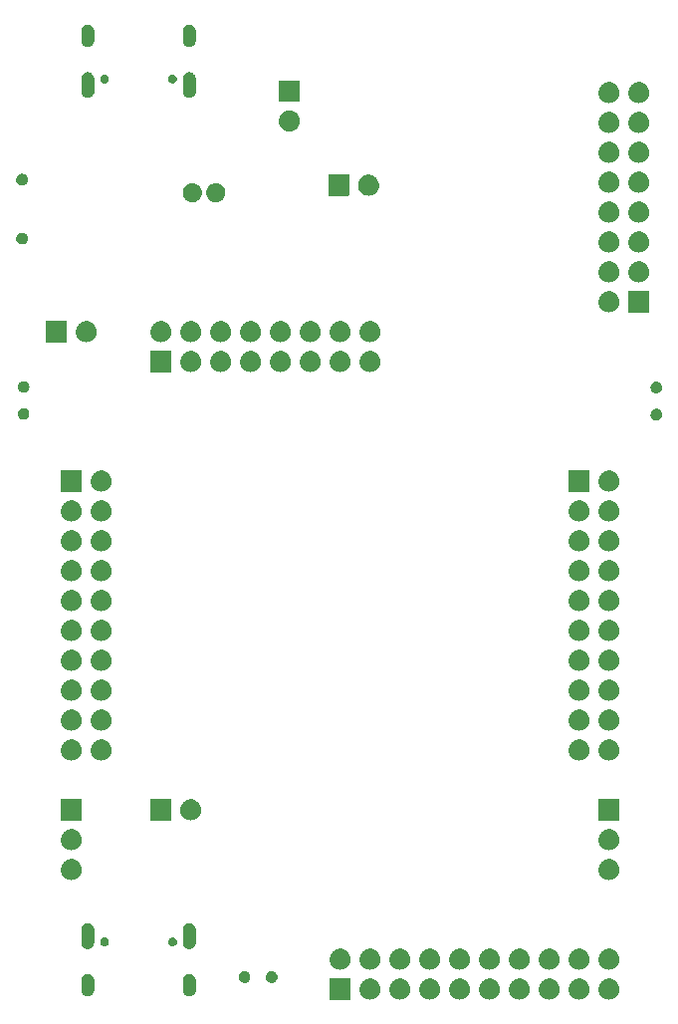
<source format=gbr>
G04 #@! TF.GenerationSoftware,KiCad,Pcbnew,8.0.6-8.0.6-0~ubuntu22.04.1*
G04 #@! TF.CreationDate,2024-11-22T14:28:03+01:00*
G04 #@! TF.ProjectId,rp2040-launchpad-PCB,72703230-3430-42d6-9c61-756e63687061,rev?*
G04 #@! TF.SameCoordinates,Original*
G04 #@! TF.FileFunction,Soldermask,Bot*
G04 #@! TF.FilePolarity,Negative*
%FSLAX46Y46*%
G04 Gerber Fmt 4.6, Leading zero omitted, Abs format (unit mm)*
G04 Created by KiCad (PCBNEW 8.0.6-8.0.6-0~ubuntu22.04.1) date 2024-11-22 14:28:03*
%MOMM*%
%LPD*%
G01*
G04 APERTURE LIST*
G04 APERTURE END LIST*
G36*
X140569517Y-148962882D02*
G01*
X140586062Y-148973938D01*
X140597118Y-148990483D01*
X140601000Y-149010000D01*
X140601000Y-150710000D01*
X140597118Y-150729517D01*
X140586062Y-150746062D01*
X140569517Y-150757118D01*
X140550000Y-150761000D01*
X138850000Y-150761000D01*
X138830483Y-150757118D01*
X138813938Y-150746062D01*
X138802882Y-150729517D01*
X138799000Y-150710000D01*
X138799000Y-149010000D01*
X138802882Y-148990483D01*
X138813938Y-148973938D01*
X138830483Y-148962882D01*
X138850000Y-148959000D01*
X140550000Y-148959000D01*
X140569517Y-148962882D01*
G37*
G36*
X142283983Y-148963936D02*
G01*
X142334180Y-148963936D01*
X142377524Y-148973149D01*
X142415659Y-148976905D01*
X142463566Y-148991437D01*
X142518424Y-149003098D01*
X142553530Y-149018728D01*
X142584566Y-149028143D01*
X142633884Y-149054504D01*
X142690500Y-149079711D01*
X142716822Y-149098835D01*
X142740232Y-149111348D01*
X142787988Y-149150540D01*
X142842887Y-149190427D01*
X142860711Y-149210223D01*
X142876675Y-149223324D01*
X142919572Y-149275594D01*
X142968924Y-149330405D01*
X142979292Y-149348363D01*
X142988651Y-149359767D01*
X143023273Y-149424542D01*
X143063104Y-149493530D01*
X143067685Y-149507630D01*
X143071856Y-149515433D01*
X143094852Y-149591242D01*
X143121311Y-149672672D01*
X143122242Y-149681532D01*
X143123094Y-149684340D01*
X143131384Y-149768513D01*
X143141000Y-149860000D01*
X143131383Y-149951494D01*
X143123094Y-150035659D01*
X143122242Y-150038466D01*
X143121311Y-150047328D01*
X143094848Y-150128771D01*
X143071856Y-150204566D01*
X143067686Y-150212366D01*
X143063104Y-150226470D01*
X143023266Y-150295470D01*
X142988651Y-150360232D01*
X142979294Y-150371633D01*
X142968924Y-150389595D01*
X142919563Y-150444415D01*
X142876675Y-150496675D01*
X142860714Y-150509773D01*
X142842887Y-150529573D01*
X142787977Y-150569467D01*
X142740232Y-150608651D01*
X142716827Y-150621161D01*
X142690500Y-150640289D01*
X142633873Y-150665500D01*
X142584566Y-150691856D01*
X142553537Y-150701268D01*
X142518424Y-150716902D01*
X142463555Y-150728564D01*
X142415659Y-150743094D01*
X142377532Y-150746849D01*
X142334180Y-150756064D01*
X142283973Y-150756064D01*
X142240000Y-150760395D01*
X142196027Y-150756064D01*
X142145820Y-150756064D01*
X142102467Y-150746849D01*
X142064340Y-150743094D01*
X142016441Y-150728563D01*
X141961576Y-150716902D01*
X141926464Y-150701269D01*
X141895433Y-150691856D01*
X141846120Y-150665498D01*
X141789500Y-150640289D01*
X141763175Y-150621163D01*
X141739767Y-150608651D01*
X141692013Y-150569460D01*
X141637113Y-150529573D01*
X141619287Y-150509776D01*
X141603324Y-150496675D01*
X141560425Y-150444402D01*
X141511076Y-150389595D01*
X141500708Y-150371637D01*
X141491348Y-150360232D01*
X141456719Y-150295447D01*
X141416896Y-150226470D01*
X141412315Y-150212371D01*
X141408143Y-150204566D01*
X141385136Y-150128725D01*
X141358689Y-150047328D01*
X141357758Y-150038471D01*
X141356905Y-150035659D01*
X141348600Y-149951342D01*
X141339000Y-149860000D01*
X141348599Y-149768664D01*
X141356905Y-149684340D01*
X141357758Y-149681527D01*
X141358689Y-149672672D01*
X141385132Y-149591288D01*
X141408143Y-149515433D01*
X141412315Y-149507626D01*
X141416896Y-149493530D01*
X141456712Y-149424565D01*
X141491348Y-149359767D01*
X141500710Y-149348359D01*
X141511076Y-149330405D01*
X141560416Y-149275607D01*
X141603324Y-149223324D01*
X141619291Y-149210219D01*
X141637113Y-149190427D01*
X141692002Y-149150546D01*
X141739767Y-149111348D01*
X141763180Y-149098833D01*
X141789500Y-149079711D01*
X141846109Y-149054506D01*
X141895433Y-149028143D01*
X141926471Y-149018727D01*
X141961576Y-149003098D01*
X142016430Y-148991438D01*
X142064340Y-148976905D01*
X142102476Y-148973148D01*
X142145820Y-148963936D01*
X142196016Y-148963936D01*
X142240000Y-148959604D01*
X142283983Y-148963936D01*
G37*
G36*
X144823983Y-148963936D02*
G01*
X144874180Y-148963936D01*
X144917524Y-148973149D01*
X144955659Y-148976905D01*
X145003566Y-148991437D01*
X145058424Y-149003098D01*
X145093530Y-149018728D01*
X145124566Y-149028143D01*
X145173884Y-149054504D01*
X145230500Y-149079711D01*
X145256822Y-149098835D01*
X145280232Y-149111348D01*
X145327988Y-149150540D01*
X145382887Y-149190427D01*
X145400711Y-149210223D01*
X145416675Y-149223324D01*
X145459572Y-149275594D01*
X145508924Y-149330405D01*
X145519292Y-149348363D01*
X145528651Y-149359767D01*
X145563273Y-149424542D01*
X145603104Y-149493530D01*
X145607685Y-149507630D01*
X145611856Y-149515433D01*
X145634852Y-149591242D01*
X145661311Y-149672672D01*
X145662242Y-149681532D01*
X145663094Y-149684340D01*
X145671384Y-149768513D01*
X145681000Y-149860000D01*
X145671383Y-149951494D01*
X145663094Y-150035659D01*
X145662242Y-150038466D01*
X145661311Y-150047328D01*
X145634848Y-150128771D01*
X145611856Y-150204566D01*
X145607686Y-150212366D01*
X145603104Y-150226470D01*
X145563266Y-150295470D01*
X145528651Y-150360232D01*
X145519294Y-150371633D01*
X145508924Y-150389595D01*
X145459563Y-150444415D01*
X145416675Y-150496675D01*
X145400714Y-150509773D01*
X145382887Y-150529573D01*
X145327977Y-150569467D01*
X145280232Y-150608651D01*
X145256827Y-150621161D01*
X145230500Y-150640289D01*
X145173873Y-150665500D01*
X145124566Y-150691856D01*
X145093537Y-150701268D01*
X145058424Y-150716902D01*
X145003555Y-150728564D01*
X144955659Y-150743094D01*
X144917532Y-150746849D01*
X144874180Y-150756064D01*
X144823973Y-150756064D01*
X144780000Y-150760395D01*
X144736027Y-150756064D01*
X144685820Y-150756064D01*
X144642467Y-150746849D01*
X144604340Y-150743094D01*
X144556441Y-150728563D01*
X144501576Y-150716902D01*
X144466464Y-150701269D01*
X144435433Y-150691856D01*
X144386120Y-150665498D01*
X144329500Y-150640289D01*
X144303175Y-150621163D01*
X144279767Y-150608651D01*
X144232013Y-150569460D01*
X144177113Y-150529573D01*
X144159287Y-150509776D01*
X144143324Y-150496675D01*
X144100425Y-150444402D01*
X144051076Y-150389595D01*
X144040708Y-150371637D01*
X144031348Y-150360232D01*
X143996719Y-150295447D01*
X143956896Y-150226470D01*
X143952315Y-150212371D01*
X143948143Y-150204566D01*
X143925136Y-150128725D01*
X143898689Y-150047328D01*
X143897758Y-150038471D01*
X143896905Y-150035659D01*
X143888600Y-149951342D01*
X143879000Y-149860000D01*
X143888599Y-149768664D01*
X143896905Y-149684340D01*
X143897758Y-149681527D01*
X143898689Y-149672672D01*
X143925132Y-149591288D01*
X143948143Y-149515433D01*
X143952315Y-149507626D01*
X143956896Y-149493530D01*
X143996712Y-149424565D01*
X144031348Y-149359767D01*
X144040710Y-149348359D01*
X144051076Y-149330405D01*
X144100416Y-149275607D01*
X144143324Y-149223324D01*
X144159291Y-149210219D01*
X144177113Y-149190427D01*
X144232002Y-149150546D01*
X144279767Y-149111348D01*
X144303180Y-149098833D01*
X144329500Y-149079711D01*
X144386109Y-149054506D01*
X144435433Y-149028143D01*
X144466471Y-149018727D01*
X144501576Y-149003098D01*
X144556430Y-148991438D01*
X144604340Y-148976905D01*
X144642476Y-148973148D01*
X144685820Y-148963936D01*
X144736016Y-148963936D01*
X144780000Y-148959604D01*
X144823983Y-148963936D01*
G37*
G36*
X147363983Y-148963936D02*
G01*
X147414180Y-148963936D01*
X147457524Y-148973149D01*
X147495659Y-148976905D01*
X147543566Y-148991437D01*
X147598424Y-149003098D01*
X147633530Y-149018728D01*
X147664566Y-149028143D01*
X147713884Y-149054504D01*
X147770500Y-149079711D01*
X147796822Y-149098835D01*
X147820232Y-149111348D01*
X147867988Y-149150540D01*
X147922887Y-149190427D01*
X147940711Y-149210223D01*
X147956675Y-149223324D01*
X147999572Y-149275594D01*
X148048924Y-149330405D01*
X148059292Y-149348363D01*
X148068651Y-149359767D01*
X148103273Y-149424542D01*
X148143104Y-149493530D01*
X148147685Y-149507630D01*
X148151856Y-149515433D01*
X148174852Y-149591242D01*
X148201311Y-149672672D01*
X148202242Y-149681532D01*
X148203094Y-149684340D01*
X148211384Y-149768513D01*
X148221000Y-149860000D01*
X148211383Y-149951494D01*
X148203094Y-150035659D01*
X148202242Y-150038466D01*
X148201311Y-150047328D01*
X148174848Y-150128771D01*
X148151856Y-150204566D01*
X148147686Y-150212366D01*
X148143104Y-150226470D01*
X148103266Y-150295470D01*
X148068651Y-150360232D01*
X148059294Y-150371633D01*
X148048924Y-150389595D01*
X147999563Y-150444415D01*
X147956675Y-150496675D01*
X147940714Y-150509773D01*
X147922887Y-150529573D01*
X147867977Y-150569467D01*
X147820232Y-150608651D01*
X147796827Y-150621161D01*
X147770500Y-150640289D01*
X147713873Y-150665500D01*
X147664566Y-150691856D01*
X147633537Y-150701268D01*
X147598424Y-150716902D01*
X147543555Y-150728564D01*
X147495659Y-150743094D01*
X147457532Y-150746849D01*
X147414180Y-150756064D01*
X147363973Y-150756064D01*
X147320000Y-150760395D01*
X147276027Y-150756064D01*
X147225820Y-150756064D01*
X147182467Y-150746849D01*
X147144340Y-150743094D01*
X147096441Y-150728563D01*
X147041576Y-150716902D01*
X147006464Y-150701269D01*
X146975433Y-150691856D01*
X146926120Y-150665498D01*
X146869500Y-150640289D01*
X146843175Y-150621163D01*
X146819767Y-150608651D01*
X146772013Y-150569460D01*
X146717113Y-150529573D01*
X146699287Y-150509776D01*
X146683324Y-150496675D01*
X146640425Y-150444402D01*
X146591076Y-150389595D01*
X146580708Y-150371637D01*
X146571348Y-150360232D01*
X146536719Y-150295447D01*
X146496896Y-150226470D01*
X146492315Y-150212371D01*
X146488143Y-150204566D01*
X146465136Y-150128725D01*
X146438689Y-150047328D01*
X146437758Y-150038471D01*
X146436905Y-150035659D01*
X146428600Y-149951342D01*
X146419000Y-149860000D01*
X146428599Y-149768664D01*
X146436905Y-149684340D01*
X146437758Y-149681527D01*
X146438689Y-149672672D01*
X146465132Y-149591288D01*
X146488143Y-149515433D01*
X146492315Y-149507626D01*
X146496896Y-149493530D01*
X146536712Y-149424565D01*
X146571348Y-149359767D01*
X146580710Y-149348359D01*
X146591076Y-149330405D01*
X146640416Y-149275607D01*
X146683324Y-149223324D01*
X146699291Y-149210219D01*
X146717113Y-149190427D01*
X146772002Y-149150546D01*
X146819767Y-149111348D01*
X146843180Y-149098833D01*
X146869500Y-149079711D01*
X146926109Y-149054506D01*
X146975433Y-149028143D01*
X147006471Y-149018727D01*
X147041576Y-149003098D01*
X147096430Y-148991438D01*
X147144340Y-148976905D01*
X147182476Y-148973148D01*
X147225820Y-148963936D01*
X147276016Y-148963936D01*
X147320000Y-148959604D01*
X147363983Y-148963936D01*
G37*
G36*
X149903983Y-148963936D02*
G01*
X149954180Y-148963936D01*
X149997524Y-148973149D01*
X150035659Y-148976905D01*
X150083566Y-148991437D01*
X150138424Y-149003098D01*
X150173530Y-149018728D01*
X150204566Y-149028143D01*
X150253884Y-149054504D01*
X150310500Y-149079711D01*
X150336822Y-149098835D01*
X150360232Y-149111348D01*
X150407988Y-149150540D01*
X150462887Y-149190427D01*
X150480711Y-149210223D01*
X150496675Y-149223324D01*
X150539572Y-149275594D01*
X150588924Y-149330405D01*
X150599292Y-149348363D01*
X150608651Y-149359767D01*
X150643273Y-149424542D01*
X150683104Y-149493530D01*
X150687685Y-149507630D01*
X150691856Y-149515433D01*
X150714852Y-149591242D01*
X150741311Y-149672672D01*
X150742242Y-149681532D01*
X150743094Y-149684340D01*
X150751384Y-149768513D01*
X150761000Y-149860000D01*
X150751383Y-149951494D01*
X150743094Y-150035659D01*
X150742242Y-150038466D01*
X150741311Y-150047328D01*
X150714848Y-150128771D01*
X150691856Y-150204566D01*
X150687686Y-150212366D01*
X150683104Y-150226470D01*
X150643266Y-150295470D01*
X150608651Y-150360232D01*
X150599294Y-150371633D01*
X150588924Y-150389595D01*
X150539563Y-150444415D01*
X150496675Y-150496675D01*
X150480714Y-150509773D01*
X150462887Y-150529573D01*
X150407977Y-150569467D01*
X150360232Y-150608651D01*
X150336827Y-150621161D01*
X150310500Y-150640289D01*
X150253873Y-150665500D01*
X150204566Y-150691856D01*
X150173537Y-150701268D01*
X150138424Y-150716902D01*
X150083555Y-150728564D01*
X150035659Y-150743094D01*
X149997532Y-150746849D01*
X149954180Y-150756064D01*
X149903973Y-150756064D01*
X149860000Y-150760395D01*
X149816027Y-150756064D01*
X149765820Y-150756064D01*
X149722467Y-150746849D01*
X149684340Y-150743094D01*
X149636441Y-150728563D01*
X149581576Y-150716902D01*
X149546464Y-150701269D01*
X149515433Y-150691856D01*
X149466120Y-150665498D01*
X149409500Y-150640289D01*
X149383175Y-150621163D01*
X149359767Y-150608651D01*
X149312013Y-150569460D01*
X149257113Y-150529573D01*
X149239287Y-150509776D01*
X149223324Y-150496675D01*
X149180425Y-150444402D01*
X149131076Y-150389595D01*
X149120708Y-150371637D01*
X149111348Y-150360232D01*
X149076719Y-150295447D01*
X149036896Y-150226470D01*
X149032315Y-150212371D01*
X149028143Y-150204566D01*
X149005136Y-150128725D01*
X148978689Y-150047328D01*
X148977758Y-150038471D01*
X148976905Y-150035659D01*
X148968600Y-149951342D01*
X148959000Y-149860000D01*
X148968599Y-149768664D01*
X148976905Y-149684340D01*
X148977758Y-149681527D01*
X148978689Y-149672672D01*
X149005132Y-149591288D01*
X149028143Y-149515433D01*
X149032315Y-149507626D01*
X149036896Y-149493530D01*
X149076712Y-149424565D01*
X149111348Y-149359767D01*
X149120710Y-149348359D01*
X149131076Y-149330405D01*
X149180416Y-149275607D01*
X149223324Y-149223324D01*
X149239291Y-149210219D01*
X149257113Y-149190427D01*
X149312002Y-149150546D01*
X149359767Y-149111348D01*
X149383180Y-149098833D01*
X149409500Y-149079711D01*
X149466109Y-149054506D01*
X149515433Y-149028143D01*
X149546471Y-149018727D01*
X149581576Y-149003098D01*
X149636430Y-148991438D01*
X149684340Y-148976905D01*
X149722476Y-148973148D01*
X149765820Y-148963936D01*
X149816016Y-148963936D01*
X149860000Y-148959604D01*
X149903983Y-148963936D01*
G37*
G36*
X152443983Y-148963936D02*
G01*
X152494180Y-148963936D01*
X152537524Y-148973149D01*
X152575659Y-148976905D01*
X152623566Y-148991437D01*
X152678424Y-149003098D01*
X152713530Y-149018728D01*
X152744566Y-149028143D01*
X152793884Y-149054504D01*
X152850500Y-149079711D01*
X152876822Y-149098835D01*
X152900232Y-149111348D01*
X152947988Y-149150540D01*
X153002887Y-149190427D01*
X153020711Y-149210223D01*
X153036675Y-149223324D01*
X153079572Y-149275594D01*
X153128924Y-149330405D01*
X153139292Y-149348363D01*
X153148651Y-149359767D01*
X153183273Y-149424542D01*
X153223104Y-149493530D01*
X153227685Y-149507630D01*
X153231856Y-149515433D01*
X153254852Y-149591242D01*
X153281311Y-149672672D01*
X153282242Y-149681532D01*
X153283094Y-149684340D01*
X153291384Y-149768513D01*
X153301000Y-149860000D01*
X153291383Y-149951494D01*
X153283094Y-150035659D01*
X153282242Y-150038466D01*
X153281311Y-150047328D01*
X153254848Y-150128771D01*
X153231856Y-150204566D01*
X153227686Y-150212366D01*
X153223104Y-150226470D01*
X153183266Y-150295470D01*
X153148651Y-150360232D01*
X153139294Y-150371633D01*
X153128924Y-150389595D01*
X153079563Y-150444415D01*
X153036675Y-150496675D01*
X153020714Y-150509773D01*
X153002887Y-150529573D01*
X152947977Y-150569467D01*
X152900232Y-150608651D01*
X152876827Y-150621161D01*
X152850500Y-150640289D01*
X152793873Y-150665500D01*
X152744566Y-150691856D01*
X152713537Y-150701268D01*
X152678424Y-150716902D01*
X152623555Y-150728564D01*
X152575659Y-150743094D01*
X152537532Y-150746849D01*
X152494180Y-150756064D01*
X152443973Y-150756064D01*
X152400000Y-150760395D01*
X152356027Y-150756064D01*
X152305820Y-150756064D01*
X152262467Y-150746849D01*
X152224340Y-150743094D01*
X152176441Y-150728563D01*
X152121576Y-150716902D01*
X152086464Y-150701269D01*
X152055433Y-150691856D01*
X152006120Y-150665498D01*
X151949500Y-150640289D01*
X151923175Y-150621163D01*
X151899767Y-150608651D01*
X151852013Y-150569460D01*
X151797113Y-150529573D01*
X151779287Y-150509776D01*
X151763324Y-150496675D01*
X151720425Y-150444402D01*
X151671076Y-150389595D01*
X151660708Y-150371637D01*
X151651348Y-150360232D01*
X151616719Y-150295447D01*
X151576896Y-150226470D01*
X151572315Y-150212371D01*
X151568143Y-150204566D01*
X151545136Y-150128725D01*
X151518689Y-150047328D01*
X151517758Y-150038471D01*
X151516905Y-150035659D01*
X151508600Y-149951342D01*
X151499000Y-149860000D01*
X151508599Y-149768664D01*
X151516905Y-149684340D01*
X151517758Y-149681527D01*
X151518689Y-149672672D01*
X151545132Y-149591288D01*
X151568143Y-149515433D01*
X151572315Y-149507626D01*
X151576896Y-149493530D01*
X151616712Y-149424565D01*
X151651348Y-149359767D01*
X151660710Y-149348359D01*
X151671076Y-149330405D01*
X151720416Y-149275607D01*
X151763324Y-149223324D01*
X151779291Y-149210219D01*
X151797113Y-149190427D01*
X151852002Y-149150546D01*
X151899767Y-149111348D01*
X151923180Y-149098833D01*
X151949500Y-149079711D01*
X152006109Y-149054506D01*
X152055433Y-149028143D01*
X152086471Y-149018727D01*
X152121576Y-149003098D01*
X152176430Y-148991438D01*
X152224340Y-148976905D01*
X152262476Y-148973148D01*
X152305820Y-148963936D01*
X152356016Y-148963936D01*
X152400000Y-148959604D01*
X152443983Y-148963936D01*
G37*
G36*
X154983983Y-148963936D02*
G01*
X155034180Y-148963936D01*
X155077524Y-148973149D01*
X155115659Y-148976905D01*
X155163566Y-148991437D01*
X155218424Y-149003098D01*
X155253530Y-149018728D01*
X155284566Y-149028143D01*
X155333884Y-149054504D01*
X155390500Y-149079711D01*
X155416822Y-149098835D01*
X155440232Y-149111348D01*
X155487988Y-149150540D01*
X155542887Y-149190427D01*
X155560711Y-149210223D01*
X155576675Y-149223324D01*
X155619572Y-149275594D01*
X155668924Y-149330405D01*
X155679292Y-149348363D01*
X155688651Y-149359767D01*
X155723273Y-149424542D01*
X155763104Y-149493530D01*
X155767685Y-149507630D01*
X155771856Y-149515433D01*
X155794852Y-149591242D01*
X155821311Y-149672672D01*
X155822242Y-149681532D01*
X155823094Y-149684340D01*
X155831384Y-149768513D01*
X155841000Y-149860000D01*
X155831383Y-149951494D01*
X155823094Y-150035659D01*
X155822242Y-150038466D01*
X155821311Y-150047328D01*
X155794848Y-150128771D01*
X155771856Y-150204566D01*
X155767686Y-150212366D01*
X155763104Y-150226470D01*
X155723266Y-150295470D01*
X155688651Y-150360232D01*
X155679294Y-150371633D01*
X155668924Y-150389595D01*
X155619563Y-150444415D01*
X155576675Y-150496675D01*
X155560714Y-150509773D01*
X155542887Y-150529573D01*
X155487977Y-150569467D01*
X155440232Y-150608651D01*
X155416827Y-150621161D01*
X155390500Y-150640289D01*
X155333873Y-150665500D01*
X155284566Y-150691856D01*
X155253537Y-150701268D01*
X155218424Y-150716902D01*
X155163555Y-150728564D01*
X155115659Y-150743094D01*
X155077532Y-150746849D01*
X155034180Y-150756064D01*
X154983973Y-150756064D01*
X154940000Y-150760395D01*
X154896027Y-150756064D01*
X154845820Y-150756064D01*
X154802467Y-150746849D01*
X154764340Y-150743094D01*
X154716441Y-150728563D01*
X154661576Y-150716902D01*
X154626464Y-150701269D01*
X154595433Y-150691856D01*
X154546120Y-150665498D01*
X154489500Y-150640289D01*
X154463175Y-150621163D01*
X154439767Y-150608651D01*
X154392013Y-150569460D01*
X154337113Y-150529573D01*
X154319287Y-150509776D01*
X154303324Y-150496675D01*
X154260425Y-150444402D01*
X154211076Y-150389595D01*
X154200708Y-150371637D01*
X154191348Y-150360232D01*
X154156719Y-150295447D01*
X154116896Y-150226470D01*
X154112315Y-150212371D01*
X154108143Y-150204566D01*
X154085136Y-150128725D01*
X154058689Y-150047328D01*
X154057758Y-150038471D01*
X154056905Y-150035659D01*
X154048600Y-149951342D01*
X154039000Y-149860000D01*
X154048599Y-149768664D01*
X154056905Y-149684340D01*
X154057758Y-149681527D01*
X154058689Y-149672672D01*
X154085132Y-149591288D01*
X154108143Y-149515433D01*
X154112315Y-149507626D01*
X154116896Y-149493530D01*
X154156712Y-149424565D01*
X154191348Y-149359767D01*
X154200710Y-149348359D01*
X154211076Y-149330405D01*
X154260416Y-149275607D01*
X154303324Y-149223324D01*
X154319291Y-149210219D01*
X154337113Y-149190427D01*
X154392002Y-149150546D01*
X154439767Y-149111348D01*
X154463180Y-149098833D01*
X154489500Y-149079711D01*
X154546109Y-149054506D01*
X154595433Y-149028143D01*
X154626471Y-149018727D01*
X154661576Y-149003098D01*
X154716430Y-148991438D01*
X154764340Y-148976905D01*
X154802476Y-148973148D01*
X154845820Y-148963936D01*
X154896016Y-148963936D01*
X154940000Y-148959604D01*
X154983983Y-148963936D01*
G37*
G36*
X157523983Y-148963936D02*
G01*
X157574180Y-148963936D01*
X157617524Y-148973149D01*
X157655659Y-148976905D01*
X157703566Y-148991437D01*
X157758424Y-149003098D01*
X157793530Y-149018728D01*
X157824566Y-149028143D01*
X157873884Y-149054504D01*
X157930500Y-149079711D01*
X157956822Y-149098835D01*
X157980232Y-149111348D01*
X158027988Y-149150540D01*
X158082887Y-149190427D01*
X158100711Y-149210223D01*
X158116675Y-149223324D01*
X158159572Y-149275594D01*
X158208924Y-149330405D01*
X158219292Y-149348363D01*
X158228651Y-149359767D01*
X158263273Y-149424542D01*
X158303104Y-149493530D01*
X158307685Y-149507630D01*
X158311856Y-149515433D01*
X158334852Y-149591242D01*
X158361311Y-149672672D01*
X158362242Y-149681532D01*
X158363094Y-149684340D01*
X158371384Y-149768513D01*
X158381000Y-149860000D01*
X158371383Y-149951494D01*
X158363094Y-150035659D01*
X158362242Y-150038466D01*
X158361311Y-150047328D01*
X158334848Y-150128771D01*
X158311856Y-150204566D01*
X158307686Y-150212366D01*
X158303104Y-150226470D01*
X158263266Y-150295470D01*
X158228651Y-150360232D01*
X158219294Y-150371633D01*
X158208924Y-150389595D01*
X158159563Y-150444415D01*
X158116675Y-150496675D01*
X158100714Y-150509773D01*
X158082887Y-150529573D01*
X158027977Y-150569467D01*
X157980232Y-150608651D01*
X157956827Y-150621161D01*
X157930500Y-150640289D01*
X157873873Y-150665500D01*
X157824566Y-150691856D01*
X157793537Y-150701268D01*
X157758424Y-150716902D01*
X157703555Y-150728564D01*
X157655659Y-150743094D01*
X157617532Y-150746849D01*
X157574180Y-150756064D01*
X157523973Y-150756064D01*
X157480000Y-150760395D01*
X157436027Y-150756064D01*
X157385820Y-150756064D01*
X157342467Y-150746849D01*
X157304340Y-150743094D01*
X157256441Y-150728563D01*
X157201576Y-150716902D01*
X157166464Y-150701269D01*
X157135433Y-150691856D01*
X157086120Y-150665498D01*
X157029500Y-150640289D01*
X157003175Y-150621163D01*
X156979767Y-150608651D01*
X156932013Y-150569460D01*
X156877113Y-150529573D01*
X156859287Y-150509776D01*
X156843324Y-150496675D01*
X156800425Y-150444402D01*
X156751076Y-150389595D01*
X156740708Y-150371637D01*
X156731348Y-150360232D01*
X156696719Y-150295447D01*
X156656896Y-150226470D01*
X156652315Y-150212371D01*
X156648143Y-150204566D01*
X156625136Y-150128725D01*
X156598689Y-150047328D01*
X156597758Y-150038471D01*
X156596905Y-150035659D01*
X156588600Y-149951342D01*
X156579000Y-149860000D01*
X156588599Y-149768664D01*
X156596905Y-149684340D01*
X156597758Y-149681527D01*
X156598689Y-149672672D01*
X156625132Y-149591288D01*
X156648143Y-149515433D01*
X156652315Y-149507626D01*
X156656896Y-149493530D01*
X156696712Y-149424565D01*
X156731348Y-149359767D01*
X156740710Y-149348359D01*
X156751076Y-149330405D01*
X156800416Y-149275607D01*
X156843324Y-149223324D01*
X156859291Y-149210219D01*
X156877113Y-149190427D01*
X156932002Y-149150546D01*
X156979767Y-149111348D01*
X157003180Y-149098833D01*
X157029500Y-149079711D01*
X157086109Y-149054506D01*
X157135433Y-149028143D01*
X157166471Y-149018727D01*
X157201576Y-149003098D01*
X157256430Y-148991438D01*
X157304340Y-148976905D01*
X157342476Y-148973148D01*
X157385820Y-148963936D01*
X157436016Y-148963936D01*
X157480000Y-148959604D01*
X157523983Y-148963936D01*
G37*
G36*
X160063983Y-148963936D02*
G01*
X160114180Y-148963936D01*
X160157524Y-148973149D01*
X160195659Y-148976905D01*
X160243566Y-148991437D01*
X160298424Y-149003098D01*
X160333530Y-149018728D01*
X160364566Y-149028143D01*
X160413884Y-149054504D01*
X160470500Y-149079711D01*
X160496822Y-149098835D01*
X160520232Y-149111348D01*
X160567988Y-149150540D01*
X160622887Y-149190427D01*
X160640711Y-149210223D01*
X160656675Y-149223324D01*
X160699572Y-149275594D01*
X160748924Y-149330405D01*
X160759292Y-149348363D01*
X160768651Y-149359767D01*
X160803273Y-149424542D01*
X160843104Y-149493530D01*
X160847685Y-149507630D01*
X160851856Y-149515433D01*
X160874852Y-149591242D01*
X160901311Y-149672672D01*
X160902242Y-149681532D01*
X160903094Y-149684340D01*
X160911384Y-149768513D01*
X160921000Y-149860000D01*
X160911383Y-149951494D01*
X160903094Y-150035659D01*
X160902242Y-150038466D01*
X160901311Y-150047328D01*
X160874848Y-150128771D01*
X160851856Y-150204566D01*
X160847686Y-150212366D01*
X160843104Y-150226470D01*
X160803266Y-150295470D01*
X160768651Y-150360232D01*
X160759294Y-150371633D01*
X160748924Y-150389595D01*
X160699563Y-150444415D01*
X160656675Y-150496675D01*
X160640714Y-150509773D01*
X160622887Y-150529573D01*
X160567977Y-150569467D01*
X160520232Y-150608651D01*
X160496827Y-150621161D01*
X160470500Y-150640289D01*
X160413873Y-150665500D01*
X160364566Y-150691856D01*
X160333537Y-150701268D01*
X160298424Y-150716902D01*
X160243555Y-150728564D01*
X160195659Y-150743094D01*
X160157532Y-150746849D01*
X160114180Y-150756064D01*
X160063973Y-150756064D01*
X160020000Y-150760395D01*
X159976027Y-150756064D01*
X159925820Y-150756064D01*
X159882467Y-150746849D01*
X159844340Y-150743094D01*
X159796441Y-150728563D01*
X159741576Y-150716902D01*
X159706464Y-150701269D01*
X159675433Y-150691856D01*
X159626120Y-150665498D01*
X159569500Y-150640289D01*
X159543175Y-150621163D01*
X159519767Y-150608651D01*
X159472013Y-150569460D01*
X159417113Y-150529573D01*
X159399287Y-150509776D01*
X159383324Y-150496675D01*
X159340425Y-150444402D01*
X159291076Y-150389595D01*
X159280708Y-150371637D01*
X159271348Y-150360232D01*
X159236719Y-150295447D01*
X159196896Y-150226470D01*
X159192315Y-150212371D01*
X159188143Y-150204566D01*
X159165136Y-150128725D01*
X159138689Y-150047328D01*
X159137758Y-150038471D01*
X159136905Y-150035659D01*
X159128600Y-149951342D01*
X159119000Y-149860000D01*
X159128599Y-149768664D01*
X159136905Y-149684340D01*
X159137758Y-149681527D01*
X159138689Y-149672672D01*
X159165132Y-149591288D01*
X159188143Y-149515433D01*
X159192315Y-149507626D01*
X159196896Y-149493530D01*
X159236712Y-149424565D01*
X159271348Y-149359767D01*
X159280710Y-149348359D01*
X159291076Y-149330405D01*
X159340416Y-149275607D01*
X159383324Y-149223324D01*
X159399291Y-149210219D01*
X159417113Y-149190427D01*
X159472002Y-149150546D01*
X159519767Y-149111348D01*
X159543180Y-149098833D01*
X159569500Y-149079711D01*
X159626109Y-149054506D01*
X159675433Y-149028143D01*
X159706471Y-149018727D01*
X159741576Y-149003098D01*
X159796430Y-148991438D01*
X159844340Y-148976905D01*
X159882476Y-148973148D01*
X159925820Y-148963936D01*
X159976016Y-148963936D01*
X160020000Y-148959604D01*
X160063983Y-148963936D01*
G37*
G36*
X162603983Y-148963936D02*
G01*
X162654180Y-148963936D01*
X162697524Y-148973149D01*
X162735659Y-148976905D01*
X162783566Y-148991437D01*
X162838424Y-149003098D01*
X162873530Y-149018728D01*
X162904566Y-149028143D01*
X162953884Y-149054504D01*
X163010500Y-149079711D01*
X163036822Y-149098835D01*
X163060232Y-149111348D01*
X163107988Y-149150540D01*
X163162887Y-149190427D01*
X163180711Y-149210223D01*
X163196675Y-149223324D01*
X163239572Y-149275594D01*
X163288924Y-149330405D01*
X163299292Y-149348363D01*
X163308651Y-149359767D01*
X163343273Y-149424542D01*
X163383104Y-149493530D01*
X163387685Y-149507630D01*
X163391856Y-149515433D01*
X163414852Y-149591242D01*
X163441311Y-149672672D01*
X163442242Y-149681532D01*
X163443094Y-149684340D01*
X163451384Y-149768513D01*
X163461000Y-149860000D01*
X163451383Y-149951494D01*
X163443094Y-150035659D01*
X163442242Y-150038466D01*
X163441311Y-150047328D01*
X163414848Y-150128771D01*
X163391856Y-150204566D01*
X163387686Y-150212366D01*
X163383104Y-150226470D01*
X163343266Y-150295470D01*
X163308651Y-150360232D01*
X163299294Y-150371633D01*
X163288924Y-150389595D01*
X163239563Y-150444415D01*
X163196675Y-150496675D01*
X163180714Y-150509773D01*
X163162887Y-150529573D01*
X163107977Y-150569467D01*
X163060232Y-150608651D01*
X163036827Y-150621161D01*
X163010500Y-150640289D01*
X162953873Y-150665500D01*
X162904566Y-150691856D01*
X162873537Y-150701268D01*
X162838424Y-150716902D01*
X162783555Y-150728564D01*
X162735659Y-150743094D01*
X162697532Y-150746849D01*
X162654180Y-150756064D01*
X162603973Y-150756064D01*
X162560000Y-150760395D01*
X162516027Y-150756064D01*
X162465820Y-150756064D01*
X162422467Y-150746849D01*
X162384340Y-150743094D01*
X162336441Y-150728563D01*
X162281576Y-150716902D01*
X162246464Y-150701269D01*
X162215433Y-150691856D01*
X162166120Y-150665498D01*
X162109500Y-150640289D01*
X162083175Y-150621163D01*
X162059767Y-150608651D01*
X162012013Y-150569460D01*
X161957113Y-150529573D01*
X161939287Y-150509776D01*
X161923324Y-150496675D01*
X161880425Y-150444402D01*
X161831076Y-150389595D01*
X161820708Y-150371637D01*
X161811348Y-150360232D01*
X161776719Y-150295447D01*
X161736896Y-150226470D01*
X161732315Y-150212371D01*
X161728143Y-150204566D01*
X161705136Y-150128725D01*
X161678689Y-150047328D01*
X161677758Y-150038471D01*
X161676905Y-150035659D01*
X161668600Y-149951342D01*
X161659000Y-149860000D01*
X161668599Y-149768664D01*
X161676905Y-149684340D01*
X161677758Y-149681527D01*
X161678689Y-149672672D01*
X161705132Y-149591288D01*
X161728143Y-149515433D01*
X161732315Y-149507626D01*
X161736896Y-149493530D01*
X161776712Y-149424565D01*
X161811348Y-149359767D01*
X161820710Y-149348359D01*
X161831076Y-149330405D01*
X161880416Y-149275607D01*
X161923324Y-149223324D01*
X161939291Y-149210219D01*
X161957113Y-149190427D01*
X162012002Y-149150546D01*
X162059767Y-149111348D01*
X162083180Y-149098833D01*
X162109500Y-149079711D01*
X162166109Y-149054506D01*
X162215433Y-149028143D01*
X162246471Y-149018727D01*
X162281576Y-149003098D01*
X162336430Y-148991438D01*
X162384340Y-148976905D01*
X162422476Y-148973148D01*
X162465820Y-148963936D01*
X162516016Y-148963936D01*
X162560000Y-148959604D01*
X162603983Y-148963936D01*
G37*
G36*
X118296284Y-148588714D02*
G01*
X118306920Y-148588714D01*
X118337566Y-148596925D01*
X118394770Y-148608304D01*
X118421769Y-148619487D01*
X118445859Y-148625942D01*
X118467454Y-148638410D01*
X118494453Y-148649593D01*
X118542940Y-148681992D01*
X118570428Y-148697862D01*
X118577953Y-148705387D01*
X118584165Y-148709538D01*
X118660461Y-148785834D01*
X118664611Y-148792045D01*
X118672138Y-148799572D01*
X118688009Y-148827062D01*
X118720406Y-148875546D01*
X118731587Y-148902542D01*
X118744058Y-148924141D01*
X118750513Y-148948234D01*
X118761695Y-148975229D01*
X118773071Y-149032424D01*
X118781286Y-149063080D01*
X118782326Y-149078947D01*
X118783348Y-149084085D01*
X118785399Y-149125840D01*
X118786000Y-149135000D01*
X118786000Y-149935000D01*
X118785399Y-149944162D01*
X118783348Y-149985914D01*
X118782326Y-149991051D01*
X118781286Y-150006920D01*
X118773071Y-150037578D01*
X118761695Y-150094770D01*
X118750514Y-150121763D01*
X118744058Y-150145859D01*
X118731586Y-150167460D01*
X118720406Y-150194453D01*
X118688014Y-150242929D01*
X118672138Y-150270428D01*
X118664609Y-150277956D01*
X118660461Y-150284165D01*
X118584165Y-150360461D01*
X118577956Y-150364609D01*
X118570428Y-150372138D01*
X118542929Y-150388014D01*
X118494453Y-150420406D01*
X118467460Y-150431586D01*
X118445859Y-150444058D01*
X118421763Y-150450514D01*
X118394770Y-150461695D01*
X118337573Y-150473072D01*
X118306920Y-150481286D01*
X118296284Y-150481286D01*
X118288949Y-150482745D01*
X118181051Y-150482745D01*
X118173716Y-150481286D01*
X118163080Y-150481286D01*
X118132428Y-150473072D01*
X118075229Y-150461695D01*
X118048234Y-150450513D01*
X118024141Y-150444058D01*
X118002542Y-150431587D01*
X117975546Y-150420406D01*
X117927062Y-150388009D01*
X117899572Y-150372138D01*
X117892045Y-150364611D01*
X117885834Y-150360461D01*
X117809538Y-150284165D01*
X117805387Y-150277953D01*
X117797862Y-150270428D01*
X117781992Y-150242940D01*
X117749593Y-150194453D01*
X117738410Y-150167454D01*
X117725942Y-150145859D01*
X117719487Y-150121769D01*
X117708304Y-150094770D01*
X117696924Y-150037564D01*
X117688714Y-150006920D01*
X117687674Y-149991058D01*
X117686651Y-149985914D01*
X117684599Y-149944148D01*
X117684000Y-149935000D01*
X117684000Y-149135000D01*
X117684599Y-149125854D01*
X117686651Y-149084085D01*
X117687674Y-149078939D01*
X117688714Y-149063080D01*
X117696924Y-149032438D01*
X117708304Y-148975229D01*
X117719488Y-148948227D01*
X117725942Y-148924141D01*
X117738408Y-148902548D01*
X117749593Y-148875546D01*
X117781996Y-148827051D01*
X117797862Y-148799572D01*
X117805385Y-148792048D01*
X117809538Y-148785834D01*
X117885834Y-148709538D01*
X117892048Y-148705385D01*
X117899572Y-148697862D01*
X117927051Y-148681996D01*
X117975546Y-148649593D01*
X118002548Y-148638408D01*
X118024141Y-148625942D01*
X118048227Y-148619488D01*
X118075229Y-148608304D01*
X118132434Y-148596925D01*
X118163080Y-148588714D01*
X118173716Y-148588714D01*
X118181051Y-148587255D01*
X118288949Y-148587255D01*
X118296284Y-148588714D01*
G37*
G36*
X126936284Y-148588714D02*
G01*
X126946920Y-148588714D01*
X126977566Y-148596925D01*
X127034770Y-148608304D01*
X127061769Y-148619487D01*
X127085859Y-148625942D01*
X127107454Y-148638410D01*
X127134453Y-148649593D01*
X127182940Y-148681992D01*
X127210428Y-148697862D01*
X127217953Y-148705387D01*
X127224165Y-148709538D01*
X127300461Y-148785834D01*
X127304611Y-148792045D01*
X127312138Y-148799572D01*
X127328009Y-148827062D01*
X127360406Y-148875546D01*
X127371587Y-148902542D01*
X127384058Y-148924141D01*
X127390513Y-148948234D01*
X127401695Y-148975229D01*
X127413071Y-149032424D01*
X127421286Y-149063080D01*
X127422326Y-149078947D01*
X127423348Y-149084085D01*
X127425399Y-149125840D01*
X127426000Y-149135000D01*
X127426000Y-149935000D01*
X127425399Y-149944162D01*
X127423348Y-149985914D01*
X127422326Y-149991051D01*
X127421286Y-150006920D01*
X127413071Y-150037578D01*
X127401695Y-150094770D01*
X127390514Y-150121763D01*
X127384058Y-150145859D01*
X127371586Y-150167460D01*
X127360406Y-150194453D01*
X127328014Y-150242929D01*
X127312138Y-150270428D01*
X127304609Y-150277956D01*
X127300461Y-150284165D01*
X127224165Y-150360461D01*
X127217956Y-150364609D01*
X127210428Y-150372138D01*
X127182929Y-150388014D01*
X127134453Y-150420406D01*
X127107460Y-150431586D01*
X127085859Y-150444058D01*
X127061763Y-150450514D01*
X127034770Y-150461695D01*
X126977573Y-150473072D01*
X126946920Y-150481286D01*
X126936284Y-150481286D01*
X126928949Y-150482745D01*
X126821051Y-150482745D01*
X126813716Y-150481286D01*
X126803080Y-150481286D01*
X126772428Y-150473072D01*
X126715229Y-150461695D01*
X126688234Y-150450513D01*
X126664141Y-150444058D01*
X126642542Y-150431587D01*
X126615546Y-150420406D01*
X126567062Y-150388009D01*
X126539572Y-150372138D01*
X126532045Y-150364611D01*
X126525834Y-150360461D01*
X126449538Y-150284165D01*
X126445387Y-150277953D01*
X126437862Y-150270428D01*
X126421992Y-150242940D01*
X126389593Y-150194453D01*
X126378410Y-150167454D01*
X126365942Y-150145859D01*
X126359487Y-150121769D01*
X126348304Y-150094770D01*
X126336924Y-150037564D01*
X126328714Y-150006920D01*
X126327674Y-149991058D01*
X126326651Y-149985914D01*
X126324599Y-149944148D01*
X126324000Y-149935000D01*
X126324000Y-149135000D01*
X126324599Y-149125854D01*
X126326651Y-149084085D01*
X126327674Y-149078939D01*
X126328714Y-149063080D01*
X126336924Y-149032438D01*
X126348304Y-148975229D01*
X126359488Y-148948227D01*
X126365942Y-148924141D01*
X126378408Y-148902548D01*
X126389593Y-148875546D01*
X126421996Y-148827051D01*
X126437862Y-148799572D01*
X126445385Y-148792048D01*
X126449538Y-148785834D01*
X126525834Y-148709538D01*
X126532048Y-148705385D01*
X126539572Y-148697862D01*
X126567051Y-148681996D01*
X126615546Y-148649593D01*
X126642548Y-148638408D01*
X126664141Y-148625942D01*
X126688227Y-148619488D01*
X126715229Y-148608304D01*
X126772434Y-148596925D01*
X126803080Y-148588714D01*
X126813716Y-148588714D01*
X126821051Y-148587255D01*
X126928949Y-148587255D01*
X126936284Y-148588714D01*
G37*
G36*
X131634447Y-148348099D02*
G01*
X131643300Y-148348099D01*
X131689584Y-148361689D01*
X131749332Y-148376416D01*
X131761515Y-148382810D01*
X131780123Y-148388274D01*
X131816635Y-148411739D01*
X131856078Y-148432440D01*
X131875182Y-148449365D01*
X131900085Y-148465369D01*
X131922677Y-148491441D01*
X131946316Y-148512384D01*
X131967826Y-148543546D01*
X131993468Y-148573139D01*
X132003665Y-148595468D01*
X132014801Y-148611601D01*
X132033256Y-148660262D01*
X132052706Y-148702852D01*
X132054719Y-148716856D01*
X132057550Y-148724320D01*
X132067091Y-148802904D01*
X132073000Y-148844000D01*
X132067091Y-148885097D01*
X132057550Y-148963679D01*
X132054719Y-148971141D01*
X132052706Y-148985148D01*
X132033253Y-149027742D01*
X132014801Y-149076398D01*
X132003667Y-149092528D01*
X131993468Y-149114861D01*
X131967822Y-149144457D01*
X131946316Y-149175615D01*
X131922680Y-149196553D01*
X131900085Y-149222631D01*
X131875178Y-149238637D01*
X131856078Y-149255559D01*
X131816644Y-149276255D01*
X131780123Y-149299726D01*
X131761511Y-149305190D01*
X131749332Y-149311583D01*
X131689595Y-149326307D01*
X131643300Y-149339901D01*
X131634446Y-149339901D01*
X131632276Y-149340436D01*
X131511724Y-149340436D01*
X131509553Y-149339901D01*
X131500700Y-149339901D01*
X131454407Y-149326308D01*
X131394667Y-149311583D01*
X131382486Y-149305190D01*
X131363877Y-149299726D01*
X131327360Y-149276258D01*
X131287921Y-149255559D01*
X131268818Y-149238635D01*
X131243915Y-149222631D01*
X131221322Y-149196557D01*
X131197683Y-149175615D01*
X131176172Y-149144451D01*
X131150532Y-149114861D01*
X131140334Y-149092532D01*
X131129198Y-149076398D01*
X131110740Y-149027729D01*
X131091294Y-148985148D01*
X131089280Y-148971145D01*
X131086449Y-148963679D01*
X131076902Y-148885052D01*
X131071000Y-148844000D01*
X131076902Y-148802949D01*
X131086449Y-148724320D01*
X131089281Y-148716852D01*
X131091294Y-148702852D01*
X131110738Y-148660275D01*
X131129198Y-148611601D01*
X131140336Y-148595464D01*
X131150532Y-148573139D01*
X131176168Y-148543552D01*
X131197683Y-148512384D01*
X131221326Y-148491437D01*
X131243915Y-148465369D01*
X131268813Y-148449367D01*
X131287921Y-148432440D01*
X131327368Y-148411736D01*
X131363877Y-148388274D01*
X131382482Y-148382810D01*
X131394667Y-148376416D01*
X131454417Y-148361688D01*
X131500700Y-148348099D01*
X131509553Y-148348099D01*
X131511724Y-148347564D01*
X131632276Y-148347564D01*
X131634447Y-148348099D01*
G37*
G36*
X133934447Y-148348099D02*
G01*
X133943300Y-148348099D01*
X133989584Y-148361689D01*
X134049332Y-148376416D01*
X134061515Y-148382810D01*
X134080123Y-148388274D01*
X134116635Y-148411739D01*
X134156078Y-148432440D01*
X134175182Y-148449365D01*
X134200085Y-148465369D01*
X134222677Y-148491441D01*
X134246316Y-148512384D01*
X134267826Y-148543546D01*
X134293468Y-148573139D01*
X134303665Y-148595468D01*
X134314801Y-148611601D01*
X134333256Y-148660262D01*
X134352706Y-148702852D01*
X134354719Y-148716856D01*
X134357550Y-148724320D01*
X134367091Y-148802904D01*
X134373000Y-148844000D01*
X134367091Y-148885097D01*
X134357550Y-148963679D01*
X134354719Y-148971141D01*
X134352706Y-148985148D01*
X134333253Y-149027742D01*
X134314801Y-149076398D01*
X134303667Y-149092528D01*
X134293468Y-149114861D01*
X134267822Y-149144457D01*
X134246316Y-149175615D01*
X134222680Y-149196553D01*
X134200085Y-149222631D01*
X134175178Y-149238637D01*
X134156078Y-149255559D01*
X134116644Y-149276255D01*
X134080123Y-149299726D01*
X134061511Y-149305190D01*
X134049332Y-149311583D01*
X133989595Y-149326307D01*
X133943300Y-149339901D01*
X133934446Y-149339901D01*
X133932276Y-149340436D01*
X133811724Y-149340436D01*
X133809553Y-149339901D01*
X133800700Y-149339901D01*
X133754407Y-149326308D01*
X133694667Y-149311583D01*
X133682486Y-149305190D01*
X133663877Y-149299726D01*
X133627360Y-149276258D01*
X133587921Y-149255559D01*
X133568818Y-149238635D01*
X133543915Y-149222631D01*
X133521322Y-149196557D01*
X133497683Y-149175615D01*
X133476172Y-149144451D01*
X133450532Y-149114861D01*
X133440334Y-149092532D01*
X133429198Y-149076398D01*
X133410740Y-149027729D01*
X133391294Y-148985148D01*
X133389280Y-148971145D01*
X133386449Y-148963679D01*
X133376902Y-148885052D01*
X133371000Y-148844000D01*
X133376902Y-148802949D01*
X133386449Y-148724320D01*
X133389281Y-148716852D01*
X133391294Y-148702852D01*
X133410738Y-148660275D01*
X133429198Y-148611601D01*
X133440336Y-148595464D01*
X133450532Y-148573139D01*
X133476168Y-148543552D01*
X133497683Y-148512384D01*
X133521326Y-148491437D01*
X133543915Y-148465369D01*
X133568813Y-148449367D01*
X133587921Y-148432440D01*
X133627368Y-148411736D01*
X133663877Y-148388274D01*
X133682482Y-148382810D01*
X133694667Y-148376416D01*
X133754417Y-148361688D01*
X133800700Y-148348099D01*
X133809553Y-148348099D01*
X133811724Y-148347564D01*
X133932276Y-148347564D01*
X133934447Y-148348099D01*
G37*
G36*
X139743983Y-146423936D02*
G01*
X139794180Y-146423936D01*
X139837524Y-146433149D01*
X139875659Y-146436905D01*
X139923566Y-146451437D01*
X139978424Y-146463098D01*
X140013530Y-146478728D01*
X140044566Y-146488143D01*
X140093884Y-146514504D01*
X140150500Y-146539711D01*
X140176822Y-146558835D01*
X140200232Y-146571348D01*
X140247988Y-146610540D01*
X140302887Y-146650427D01*
X140320711Y-146670223D01*
X140336675Y-146683324D01*
X140379572Y-146735594D01*
X140428924Y-146790405D01*
X140439292Y-146808363D01*
X140448651Y-146819767D01*
X140483273Y-146884542D01*
X140523104Y-146953530D01*
X140527685Y-146967630D01*
X140531856Y-146975433D01*
X140554852Y-147051242D01*
X140581311Y-147132672D01*
X140582242Y-147141532D01*
X140583094Y-147144340D01*
X140591384Y-147228513D01*
X140601000Y-147320000D01*
X140591383Y-147411494D01*
X140583094Y-147495659D01*
X140582242Y-147498466D01*
X140581311Y-147507328D01*
X140554848Y-147588771D01*
X140531856Y-147664566D01*
X140527686Y-147672366D01*
X140523104Y-147686470D01*
X140483266Y-147755470D01*
X140448651Y-147820232D01*
X140439294Y-147831633D01*
X140428924Y-147849595D01*
X140379563Y-147904415D01*
X140336675Y-147956675D01*
X140320714Y-147969773D01*
X140302887Y-147989573D01*
X140247977Y-148029467D01*
X140200232Y-148068651D01*
X140176827Y-148081161D01*
X140150500Y-148100289D01*
X140093873Y-148125500D01*
X140044566Y-148151856D01*
X140013537Y-148161268D01*
X139978424Y-148176902D01*
X139923555Y-148188564D01*
X139875659Y-148203094D01*
X139837532Y-148206849D01*
X139794180Y-148216064D01*
X139743973Y-148216064D01*
X139700000Y-148220395D01*
X139656027Y-148216064D01*
X139605820Y-148216064D01*
X139562467Y-148206849D01*
X139524340Y-148203094D01*
X139476441Y-148188563D01*
X139421576Y-148176902D01*
X139386464Y-148161269D01*
X139355433Y-148151856D01*
X139306120Y-148125498D01*
X139249500Y-148100289D01*
X139223175Y-148081163D01*
X139199767Y-148068651D01*
X139152013Y-148029460D01*
X139097113Y-147989573D01*
X139079287Y-147969776D01*
X139063324Y-147956675D01*
X139020425Y-147904402D01*
X138971076Y-147849595D01*
X138960708Y-147831637D01*
X138951348Y-147820232D01*
X138916719Y-147755447D01*
X138876896Y-147686470D01*
X138872315Y-147672371D01*
X138868143Y-147664566D01*
X138845136Y-147588725D01*
X138818689Y-147507328D01*
X138817758Y-147498471D01*
X138816905Y-147495659D01*
X138808600Y-147411342D01*
X138799000Y-147320000D01*
X138808599Y-147228664D01*
X138816905Y-147144340D01*
X138817758Y-147141527D01*
X138818689Y-147132672D01*
X138845132Y-147051288D01*
X138868143Y-146975433D01*
X138872315Y-146967626D01*
X138876896Y-146953530D01*
X138916712Y-146884565D01*
X138951348Y-146819767D01*
X138960710Y-146808359D01*
X138971076Y-146790405D01*
X139020416Y-146735607D01*
X139063324Y-146683324D01*
X139079291Y-146670219D01*
X139097113Y-146650427D01*
X139152002Y-146610546D01*
X139199767Y-146571348D01*
X139223180Y-146558833D01*
X139249500Y-146539711D01*
X139306109Y-146514506D01*
X139355433Y-146488143D01*
X139386471Y-146478727D01*
X139421576Y-146463098D01*
X139476430Y-146451438D01*
X139524340Y-146436905D01*
X139562476Y-146433148D01*
X139605820Y-146423936D01*
X139656016Y-146423936D01*
X139700000Y-146419604D01*
X139743983Y-146423936D01*
G37*
G36*
X142283983Y-146423936D02*
G01*
X142334180Y-146423936D01*
X142377524Y-146433149D01*
X142415659Y-146436905D01*
X142463566Y-146451437D01*
X142518424Y-146463098D01*
X142553530Y-146478728D01*
X142584566Y-146488143D01*
X142633884Y-146514504D01*
X142690500Y-146539711D01*
X142716822Y-146558835D01*
X142740232Y-146571348D01*
X142787988Y-146610540D01*
X142842887Y-146650427D01*
X142860711Y-146670223D01*
X142876675Y-146683324D01*
X142919572Y-146735594D01*
X142968924Y-146790405D01*
X142979292Y-146808363D01*
X142988651Y-146819767D01*
X143023273Y-146884542D01*
X143063104Y-146953530D01*
X143067685Y-146967630D01*
X143071856Y-146975433D01*
X143094852Y-147051242D01*
X143121311Y-147132672D01*
X143122242Y-147141532D01*
X143123094Y-147144340D01*
X143131384Y-147228513D01*
X143141000Y-147320000D01*
X143131383Y-147411494D01*
X143123094Y-147495659D01*
X143122242Y-147498466D01*
X143121311Y-147507328D01*
X143094848Y-147588771D01*
X143071856Y-147664566D01*
X143067686Y-147672366D01*
X143063104Y-147686470D01*
X143023266Y-147755470D01*
X142988651Y-147820232D01*
X142979294Y-147831633D01*
X142968924Y-147849595D01*
X142919563Y-147904415D01*
X142876675Y-147956675D01*
X142860714Y-147969773D01*
X142842887Y-147989573D01*
X142787977Y-148029467D01*
X142740232Y-148068651D01*
X142716827Y-148081161D01*
X142690500Y-148100289D01*
X142633873Y-148125500D01*
X142584566Y-148151856D01*
X142553537Y-148161268D01*
X142518424Y-148176902D01*
X142463555Y-148188564D01*
X142415659Y-148203094D01*
X142377532Y-148206849D01*
X142334180Y-148216064D01*
X142283973Y-148216064D01*
X142240000Y-148220395D01*
X142196027Y-148216064D01*
X142145820Y-148216064D01*
X142102467Y-148206849D01*
X142064340Y-148203094D01*
X142016441Y-148188563D01*
X141961576Y-148176902D01*
X141926464Y-148161269D01*
X141895433Y-148151856D01*
X141846120Y-148125498D01*
X141789500Y-148100289D01*
X141763175Y-148081163D01*
X141739767Y-148068651D01*
X141692013Y-148029460D01*
X141637113Y-147989573D01*
X141619287Y-147969776D01*
X141603324Y-147956675D01*
X141560425Y-147904402D01*
X141511076Y-147849595D01*
X141500708Y-147831637D01*
X141491348Y-147820232D01*
X141456719Y-147755447D01*
X141416896Y-147686470D01*
X141412315Y-147672371D01*
X141408143Y-147664566D01*
X141385136Y-147588725D01*
X141358689Y-147507328D01*
X141357758Y-147498471D01*
X141356905Y-147495659D01*
X141348600Y-147411342D01*
X141339000Y-147320000D01*
X141348599Y-147228664D01*
X141356905Y-147144340D01*
X141357758Y-147141527D01*
X141358689Y-147132672D01*
X141385132Y-147051288D01*
X141408143Y-146975433D01*
X141412315Y-146967626D01*
X141416896Y-146953530D01*
X141456712Y-146884565D01*
X141491348Y-146819767D01*
X141500710Y-146808359D01*
X141511076Y-146790405D01*
X141560416Y-146735607D01*
X141603324Y-146683324D01*
X141619291Y-146670219D01*
X141637113Y-146650427D01*
X141692002Y-146610546D01*
X141739767Y-146571348D01*
X141763180Y-146558833D01*
X141789500Y-146539711D01*
X141846109Y-146514506D01*
X141895433Y-146488143D01*
X141926471Y-146478727D01*
X141961576Y-146463098D01*
X142016430Y-146451438D01*
X142064340Y-146436905D01*
X142102476Y-146433148D01*
X142145820Y-146423936D01*
X142196016Y-146423936D01*
X142240000Y-146419604D01*
X142283983Y-146423936D01*
G37*
G36*
X144823983Y-146423936D02*
G01*
X144874180Y-146423936D01*
X144917524Y-146433149D01*
X144955659Y-146436905D01*
X145003566Y-146451437D01*
X145058424Y-146463098D01*
X145093530Y-146478728D01*
X145124566Y-146488143D01*
X145173884Y-146514504D01*
X145230500Y-146539711D01*
X145256822Y-146558835D01*
X145280232Y-146571348D01*
X145327988Y-146610540D01*
X145382887Y-146650427D01*
X145400711Y-146670223D01*
X145416675Y-146683324D01*
X145459572Y-146735594D01*
X145508924Y-146790405D01*
X145519292Y-146808363D01*
X145528651Y-146819767D01*
X145563273Y-146884542D01*
X145603104Y-146953530D01*
X145607685Y-146967630D01*
X145611856Y-146975433D01*
X145634852Y-147051242D01*
X145661311Y-147132672D01*
X145662242Y-147141532D01*
X145663094Y-147144340D01*
X145671384Y-147228513D01*
X145681000Y-147320000D01*
X145671383Y-147411494D01*
X145663094Y-147495659D01*
X145662242Y-147498466D01*
X145661311Y-147507328D01*
X145634848Y-147588771D01*
X145611856Y-147664566D01*
X145607686Y-147672366D01*
X145603104Y-147686470D01*
X145563266Y-147755470D01*
X145528651Y-147820232D01*
X145519294Y-147831633D01*
X145508924Y-147849595D01*
X145459563Y-147904415D01*
X145416675Y-147956675D01*
X145400714Y-147969773D01*
X145382887Y-147989573D01*
X145327977Y-148029467D01*
X145280232Y-148068651D01*
X145256827Y-148081161D01*
X145230500Y-148100289D01*
X145173873Y-148125500D01*
X145124566Y-148151856D01*
X145093537Y-148161268D01*
X145058424Y-148176902D01*
X145003555Y-148188564D01*
X144955659Y-148203094D01*
X144917532Y-148206849D01*
X144874180Y-148216064D01*
X144823973Y-148216064D01*
X144780000Y-148220395D01*
X144736027Y-148216064D01*
X144685820Y-148216064D01*
X144642467Y-148206849D01*
X144604340Y-148203094D01*
X144556441Y-148188563D01*
X144501576Y-148176902D01*
X144466464Y-148161269D01*
X144435433Y-148151856D01*
X144386120Y-148125498D01*
X144329500Y-148100289D01*
X144303175Y-148081163D01*
X144279767Y-148068651D01*
X144232013Y-148029460D01*
X144177113Y-147989573D01*
X144159287Y-147969776D01*
X144143324Y-147956675D01*
X144100425Y-147904402D01*
X144051076Y-147849595D01*
X144040708Y-147831637D01*
X144031348Y-147820232D01*
X143996719Y-147755447D01*
X143956896Y-147686470D01*
X143952315Y-147672371D01*
X143948143Y-147664566D01*
X143925136Y-147588725D01*
X143898689Y-147507328D01*
X143897758Y-147498471D01*
X143896905Y-147495659D01*
X143888600Y-147411342D01*
X143879000Y-147320000D01*
X143888599Y-147228664D01*
X143896905Y-147144340D01*
X143897758Y-147141527D01*
X143898689Y-147132672D01*
X143925132Y-147051288D01*
X143948143Y-146975433D01*
X143952315Y-146967626D01*
X143956896Y-146953530D01*
X143996712Y-146884565D01*
X144031348Y-146819767D01*
X144040710Y-146808359D01*
X144051076Y-146790405D01*
X144100416Y-146735607D01*
X144143324Y-146683324D01*
X144159291Y-146670219D01*
X144177113Y-146650427D01*
X144232002Y-146610546D01*
X144279767Y-146571348D01*
X144303180Y-146558833D01*
X144329500Y-146539711D01*
X144386109Y-146514506D01*
X144435433Y-146488143D01*
X144466471Y-146478727D01*
X144501576Y-146463098D01*
X144556430Y-146451438D01*
X144604340Y-146436905D01*
X144642476Y-146433148D01*
X144685820Y-146423936D01*
X144736016Y-146423936D01*
X144780000Y-146419604D01*
X144823983Y-146423936D01*
G37*
G36*
X147363983Y-146423936D02*
G01*
X147414180Y-146423936D01*
X147457524Y-146433149D01*
X147495659Y-146436905D01*
X147543566Y-146451437D01*
X147598424Y-146463098D01*
X147633530Y-146478728D01*
X147664566Y-146488143D01*
X147713884Y-146514504D01*
X147770500Y-146539711D01*
X147796822Y-146558835D01*
X147820232Y-146571348D01*
X147867988Y-146610540D01*
X147922887Y-146650427D01*
X147940711Y-146670223D01*
X147956675Y-146683324D01*
X147999572Y-146735594D01*
X148048924Y-146790405D01*
X148059292Y-146808363D01*
X148068651Y-146819767D01*
X148103273Y-146884542D01*
X148143104Y-146953530D01*
X148147685Y-146967630D01*
X148151856Y-146975433D01*
X148174852Y-147051242D01*
X148201311Y-147132672D01*
X148202242Y-147141532D01*
X148203094Y-147144340D01*
X148211384Y-147228513D01*
X148221000Y-147320000D01*
X148211383Y-147411494D01*
X148203094Y-147495659D01*
X148202242Y-147498466D01*
X148201311Y-147507328D01*
X148174848Y-147588771D01*
X148151856Y-147664566D01*
X148147686Y-147672366D01*
X148143104Y-147686470D01*
X148103266Y-147755470D01*
X148068651Y-147820232D01*
X148059294Y-147831633D01*
X148048924Y-147849595D01*
X147999563Y-147904415D01*
X147956675Y-147956675D01*
X147940714Y-147969773D01*
X147922887Y-147989573D01*
X147867977Y-148029467D01*
X147820232Y-148068651D01*
X147796827Y-148081161D01*
X147770500Y-148100289D01*
X147713873Y-148125500D01*
X147664566Y-148151856D01*
X147633537Y-148161268D01*
X147598424Y-148176902D01*
X147543555Y-148188564D01*
X147495659Y-148203094D01*
X147457532Y-148206849D01*
X147414180Y-148216064D01*
X147363973Y-148216064D01*
X147320000Y-148220395D01*
X147276027Y-148216064D01*
X147225820Y-148216064D01*
X147182467Y-148206849D01*
X147144340Y-148203094D01*
X147096441Y-148188563D01*
X147041576Y-148176902D01*
X147006464Y-148161269D01*
X146975433Y-148151856D01*
X146926120Y-148125498D01*
X146869500Y-148100289D01*
X146843175Y-148081163D01*
X146819767Y-148068651D01*
X146772013Y-148029460D01*
X146717113Y-147989573D01*
X146699287Y-147969776D01*
X146683324Y-147956675D01*
X146640425Y-147904402D01*
X146591076Y-147849595D01*
X146580708Y-147831637D01*
X146571348Y-147820232D01*
X146536719Y-147755447D01*
X146496896Y-147686470D01*
X146492315Y-147672371D01*
X146488143Y-147664566D01*
X146465136Y-147588725D01*
X146438689Y-147507328D01*
X146437758Y-147498471D01*
X146436905Y-147495659D01*
X146428600Y-147411342D01*
X146419000Y-147320000D01*
X146428599Y-147228664D01*
X146436905Y-147144340D01*
X146437758Y-147141527D01*
X146438689Y-147132672D01*
X146465132Y-147051288D01*
X146488143Y-146975433D01*
X146492315Y-146967626D01*
X146496896Y-146953530D01*
X146536712Y-146884565D01*
X146571348Y-146819767D01*
X146580710Y-146808359D01*
X146591076Y-146790405D01*
X146640416Y-146735607D01*
X146683324Y-146683324D01*
X146699291Y-146670219D01*
X146717113Y-146650427D01*
X146772002Y-146610546D01*
X146819767Y-146571348D01*
X146843180Y-146558833D01*
X146869500Y-146539711D01*
X146926109Y-146514506D01*
X146975433Y-146488143D01*
X147006471Y-146478727D01*
X147041576Y-146463098D01*
X147096430Y-146451438D01*
X147144340Y-146436905D01*
X147182476Y-146433148D01*
X147225820Y-146423936D01*
X147276016Y-146423936D01*
X147320000Y-146419604D01*
X147363983Y-146423936D01*
G37*
G36*
X149903983Y-146423936D02*
G01*
X149954180Y-146423936D01*
X149997524Y-146433149D01*
X150035659Y-146436905D01*
X150083566Y-146451437D01*
X150138424Y-146463098D01*
X150173530Y-146478728D01*
X150204566Y-146488143D01*
X150253884Y-146514504D01*
X150310500Y-146539711D01*
X150336822Y-146558835D01*
X150360232Y-146571348D01*
X150407988Y-146610540D01*
X150462887Y-146650427D01*
X150480711Y-146670223D01*
X150496675Y-146683324D01*
X150539572Y-146735594D01*
X150588924Y-146790405D01*
X150599292Y-146808363D01*
X150608651Y-146819767D01*
X150643273Y-146884542D01*
X150683104Y-146953530D01*
X150687685Y-146967630D01*
X150691856Y-146975433D01*
X150714852Y-147051242D01*
X150741311Y-147132672D01*
X150742242Y-147141532D01*
X150743094Y-147144340D01*
X150751384Y-147228513D01*
X150761000Y-147320000D01*
X150751383Y-147411494D01*
X150743094Y-147495659D01*
X150742242Y-147498466D01*
X150741311Y-147507328D01*
X150714848Y-147588771D01*
X150691856Y-147664566D01*
X150687686Y-147672366D01*
X150683104Y-147686470D01*
X150643266Y-147755470D01*
X150608651Y-147820232D01*
X150599294Y-147831633D01*
X150588924Y-147849595D01*
X150539563Y-147904415D01*
X150496675Y-147956675D01*
X150480714Y-147969773D01*
X150462887Y-147989573D01*
X150407977Y-148029467D01*
X150360232Y-148068651D01*
X150336827Y-148081161D01*
X150310500Y-148100289D01*
X150253873Y-148125500D01*
X150204566Y-148151856D01*
X150173537Y-148161268D01*
X150138424Y-148176902D01*
X150083555Y-148188564D01*
X150035659Y-148203094D01*
X149997532Y-148206849D01*
X149954180Y-148216064D01*
X149903973Y-148216064D01*
X149860000Y-148220395D01*
X149816027Y-148216064D01*
X149765820Y-148216064D01*
X149722467Y-148206849D01*
X149684340Y-148203094D01*
X149636441Y-148188563D01*
X149581576Y-148176902D01*
X149546464Y-148161269D01*
X149515433Y-148151856D01*
X149466120Y-148125498D01*
X149409500Y-148100289D01*
X149383175Y-148081163D01*
X149359767Y-148068651D01*
X149312013Y-148029460D01*
X149257113Y-147989573D01*
X149239287Y-147969776D01*
X149223324Y-147956675D01*
X149180425Y-147904402D01*
X149131076Y-147849595D01*
X149120708Y-147831637D01*
X149111348Y-147820232D01*
X149076719Y-147755447D01*
X149036896Y-147686470D01*
X149032315Y-147672371D01*
X149028143Y-147664566D01*
X149005136Y-147588725D01*
X148978689Y-147507328D01*
X148977758Y-147498471D01*
X148976905Y-147495659D01*
X148968600Y-147411342D01*
X148959000Y-147320000D01*
X148968599Y-147228664D01*
X148976905Y-147144340D01*
X148977758Y-147141527D01*
X148978689Y-147132672D01*
X149005132Y-147051288D01*
X149028143Y-146975433D01*
X149032315Y-146967626D01*
X149036896Y-146953530D01*
X149076712Y-146884565D01*
X149111348Y-146819767D01*
X149120710Y-146808359D01*
X149131076Y-146790405D01*
X149180416Y-146735607D01*
X149223324Y-146683324D01*
X149239291Y-146670219D01*
X149257113Y-146650427D01*
X149312002Y-146610546D01*
X149359767Y-146571348D01*
X149383180Y-146558833D01*
X149409500Y-146539711D01*
X149466109Y-146514506D01*
X149515433Y-146488143D01*
X149546471Y-146478727D01*
X149581576Y-146463098D01*
X149636430Y-146451438D01*
X149684340Y-146436905D01*
X149722476Y-146433148D01*
X149765820Y-146423936D01*
X149816016Y-146423936D01*
X149860000Y-146419604D01*
X149903983Y-146423936D01*
G37*
G36*
X152443983Y-146423936D02*
G01*
X152494180Y-146423936D01*
X152537524Y-146433149D01*
X152575659Y-146436905D01*
X152623566Y-146451437D01*
X152678424Y-146463098D01*
X152713530Y-146478728D01*
X152744566Y-146488143D01*
X152793884Y-146514504D01*
X152850500Y-146539711D01*
X152876822Y-146558835D01*
X152900232Y-146571348D01*
X152947988Y-146610540D01*
X153002887Y-146650427D01*
X153020711Y-146670223D01*
X153036675Y-146683324D01*
X153079572Y-146735594D01*
X153128924Y-146790405D01*
X153139292Y-146808363D01*
X153148651Y-146819767D01*
X153183273Y-146884542D01*
X153223104Y-146953530D01*
X153227685Y-146967630D01*
X153231856Y-146975433D01*
X153254852Y-147051242D01*
X153281311Y-147132672D01*
X153282242Y-147141532D01*
X153283094Y-147144340D01*
X153291384Y-147228513D01*
X153301000Y-147320000D01*
X153291383Y-147411494D01*
X153283094Y-147495659D01*
X153282242Y-147498466D01*
X153281311Y-147507328D01*
X153254848Y-147588771D01*
X153231856Y-147664566D01*
X153227686Y-147672366D01*
X153223104Y-147686470D01*
X153183266Y-147755470D01*
X153148651Y-147820232D01*
X153139294Y-147831633D01*
X153128924Y-147849595D01*
X153079563Y-147904415D01*
X153036675Y-147956675D01*
X153020714Y-147969773D01*
X153002887Y-147989573D01*
X152947977Y-148029467D01*
X152900232Y-148068651D01*
X152876827Y-148081161D01*
X152850500Y-148100289D01*
X152793873Y-148125500D01*
X152744566Y-148151856D01*
X152713537Y-148161268D01*
X152678424Y-148176902D01*
X152623555Y-148188564D01*
X152575659Y-148203094D01*
X152537532Y-148206849D01*
X152494180Y-148216064D01*
X152443973Y-148216064D01*
X152400000Y-148220395D01*
X152356027Y-148216064D01*
X152305820Y-148216064D01*
X152262467Y-148206849D01*
X152224340Y-148203094D01*
X152176441Y-148188563D01*
X152121576Y-148176902D01*
X152086464Y-148161269D01*
X152055433Y-148151856D01*
X152006120Y-148125498D01*
X151949500Y-148100289D01*
X151923175Y-148081163D01*
X151899767Y-148068651D01*
X151852013Y-148029460D01*
X151797113Y-147989573D01*
X151779287Y-147969776D01*
X151763324Y-147956675D01*
X151720425Y-147904402D01*
X151671076Y-147849595D01*
X151660708Y-147831637D01*
X151651348Y-147820232D01*
X151616719Y-147755447D01*
X151576896Y-147686470D01*
X151572315Y-147672371D01*
X151568143Y-147664566D01*
X151545136Y-147588725D01*
X151518689Y-147507328D01*
X151517758Y-147498471D01*
X151516905Y-147495659D01*
X151508600Y-147411342D01*
X151499000Y-147320000D01*
X151508599Y-147228664D01*
X151516905Y-147144340D01*
X151517758Y-147141527D01*
X151518689Y-147132672D01*
X151545132Y-147051288D01*
X151568143Y-146975433D01*
X151572315Y-146967626D01*
X151576896Y-146953530D01*
X151616712Y-146884565D01*
X151651348Y-146819767D01*
X151660710Y-146808359D01*
X151671076Y-146790405D01*
X151720416Y-146735607D01*
X151763324Y-146683324D01*
X151779291Y-146670219D01*
X151797113Y-146650427D01*
X151852002Y-146610546D01*
X151899767Y-146571348D01*
X151923180Y-146558833D01*
X151949500Y-146539711D01*
X152006109Y-146514506D01*
X152055433Y-146488143D01*
X152086471Y-146478727D01*
X152121576Y-146463098D01*
X152176430Y-146451438D01*
X152224340Y-146436905D01*
X152262476Y-146433148D01*
X152305820Y-146423936D01*
X152356016Y-146423936D01*
X152400000Y-146419604D01*
X152443983Y-146423936D01*
G37*
G36*
X154983983Y-146423936D02*
G01*
X155034180Y-146423936D01*
X155077524Y-146433149D01*
X155115659Y-146436905D01*
X155163566Y-146451437D01*
X155218424Y-146463098D01*
X155253530Y-146478728D01*
X155284566Y-146488143D01*
X155333884Y-146514504D01*
X155390500Y-146539711D01*
X155416822Y-146558835D01*
X155440232Y-146571348D01*
X155487988Y-146610540D01*
X155542887Y-146650427D01*
X155560711Y-146670223D01*
X155576675Y-146683324D01*
X155619572Y-146735594D01*
X155668924Y-146790405D01*
X155679292Y-146808363D01*
X155688651Y-146819767D01*
X155723273Y-146884542D01*
X155763104Y-146953530D01*
X155767685Y-146967630D01*
X155771856Y-146975433D01*
X155794852Y-147051242D01*
X155821311Y-147132672D01*
X155822242Y-147141532D01*
X155823094Y-147144340D01*
X155831384Y-147228513D01*
X155841000Y-147320000D01*
X155831383Y-147411494D01*
X155823094Y-147495659D01*
X155822242Y-147498466D01*
X155821311Y-147507328D01*
X155794848Y-147588771D01*
X155771856Y-147664566D01*
X155767686Y-147672366D01*
X155763104Y-147686470D01*
X155723266Y-147755470D01*
X155688651Y-147820232D01*
X155679294Y-147831633D01*
X155668924Y-147849595D01*
X155619563Y-147904415D01*
X155576675Y-147956675D01*
X155560714Y-147969773D01*
X155542887Y-147989573D01*
X155487977Y-148029467D01*
X155440232Y-148068651D01*
X155416827Y-148081161D01*
X155390500Y-148100289D01*
X155333873Y-148125500D01*
X155284566Y-148151856D01*
X155253537Y-148161268D01*
X155218424Y-148176902D01*
X155163555Y-148188564D01*
X155115659Y-148203094D01*
X155077532Y-148206849D01*
X155034180Y-148216064D01*
X154983973Y-148216064D01*
X154940000Y-148220395D01*
X154896027Y-148216064D01*
X154845820Y-148216064D01*
X154802467Y-148206849D01*
X154764340Y-148203094D01*
X154716441Y-148188563D01*
X154661576Y-148176902D01*
X154626464Y-148161269D01*
X154595433Y-148151856D01*
X154546120Y-148125498D01*
X154489500Y-148100289D01*
X154463175Y-148081163D01*
X154439767Y-148068651D01*
X154392013Y-148029460D01*
X154337113Y-147989573D01*
X154319287Y-147969776D01*
X154303324Y-147956675D01*
X154260425Y-147904402D01*
X154211076Y-147849595D01*
X154200708Y-147831637D01*
X154191348Y-147820232D01*
X154156719Y-147755447D01*
X154116896Y-147686470D01*
X154112315Y-147672371D01*
X154108143Y-147664566D01*
X154085136Y-147588725D01*
X154058689Y-147507328D01*
X154057758Y-147498471D01*
X154056905Y-147495659D01*
X154048600Y-147411342D01*
X154039000Y-147320000D01*
X154048599Y-147228664D01*
X154056905Y-147144340D01*
X154057758Y-147141527D01*
X154058689Y-147132672D01*
X154085132Y-147051288D01*
X154108143Y-146975433D01*
X154112315Y-146967626D01*
X154116896Y-146953530D01*
X154156712Y-146884565D01*
X154191348Y-146819767D01*
X154200710Y-146808359D01*
X154211076Y-146790405D01*
X154260416Y-146735607D01*
X154303324Y-146683324D01*
X154319291Y-146670219D01*
X154337113Y-146650427D01*
X154392002Y-146610546D01*
X154439767Y-146571348D01*
X154463180Y-146558833D01*
X154489500Y-146539711D01*
X154546109Y-146514506D01*
X154595433Y-146488143D01*
X154626471Y-146478727D01*
X154661576Y-146463098D01*
X154716430Y-146451438D01*
X154764340Y-146436905D01*
X154802476Y-146433148D01*
X154845820Y-146423936D01*
X154896016Y-146423936D01*
X154940000Y-146419604D01*
X154983983Y-146423936D01*
G37*
G36*
X157523983Y-146423936D02*
G01*
X157574180Y-146423936D01*
X157617524Y-146433149D01*
X157655659Y-146436905D01*
X157703566Y-146451437D01*
X157758424Y-146463098D01*
X157793530Y-146478728D01*
X157824566Y-146488143D01*
X157873884Y-146514504D01*
X157930500Y-146539711D01*
X157956822Y-146558835D01*
X157980232Y-146571348D01*
X158027988Y-146610540D01*
X158082887Y-146650427D01*
X158100711Y-146670223D01*
X158116675Y-146683324D01*
X158159572Y-146735594D01*
X158208924Y-146790405D01*
X158219292Y-146808363D01*
X158228651Y-146819767D01*
X158263273Y-146884542D01*
X158303104Y-146953530D01*
X158307685Y-146967630D01*
X158311856Y-146975433D01*
X158334852Y-147051242D01*
X158361311Y-147132672D01*
X158362242Y-147141532D01*
X158363094Y-147144340D01*
X158371384Y-147228513D01*
X158381000Y-147320000D01*
X158371383Y-147411494D01*
X158363094Y-147495659D01*
X158362242Y-147498466D01*
X158361311Y-147507328D01*
X158334848Y-147588771D01*
X158311856Y-147664566D01*
X158307686Y-147672366D01*
X158303104Y-147686470D01*
X158263266Y-147755470D01*
X158228651Y-147820232D01*
X158219294Y-147831633D01*
X158208924Y-147849595D01*
X158159563Y-147904415D01*
X158116675Y-147956675D01*
X158100714Y-147969773D01*
X158082887Y-147989573D01*
X158027977Y-148029467D01*
X157980232Y-148068651D01*
X157956827Y-148081161D01*
X157930500Y-148100289D01*
X157873873Y-148125500D01*
X157824566Y-148151856D01*
X157793537Y-148161268D01*
X157758424Y-148176902D01*
X157703555Y-148188564D01*
X157655659Y-148203094D01*
X157617532Y-148206849D01*
X157574180Y-148216064D01*
X157523973Y-148216064D01*
X157480000Y-148220395D01*
X157436027Y-148216064D01*
X157385820Y-148216064D01*
X157342467Y-148206849D01*
X157304340Y-148203094D01*
X157256441Y-148188563D01*
X157201576Y-148176902D01*
X157166464Y-148161269D01*
X157135433Y-148151856D01*
X157086120Y-148125498D01*
X157029500Y-148100289D01*
X157003175Y-148081163D01*
X156979767Y-148068651D01*
X156932013Y-148029460D01*
X156877113Y-147989573D01*
X156859287Y-147969776D01*
X156843324Y-147956675D01*
X156800425Y-147904402D01*
X156751076Y-147849595D01*
X156740708Y-147831637D01*
X156731348Y-147820232D01*
X156696719Y-147755447D01*
X156656896Y-147686470D01*
X156652315Y-147672371D01*
X156648143Y-147664566D01*
X156625136Y-147588725D01*
X156598689Y-147507328D01*
X156597758Y-147498471D01*
X156596905Y-147495659D01*
X156588600Y-147411342D01*
X156579000Y-147320000D01*
X156588599Y-147228664D01*
X156596905Y-147144340D01*
X156597758Y-147141527D01*
X156598689Y-147132672D01*
X156625132Y-147051288D01*
X156648143Y-146975433D01*
X156652315Y-146967626D01*
X156656896Y-146953530D01*
X156696712Y-146884565D01*
X156731348Y-146819767D01*
X156740710Y-146808359D01*
X156751076Y-146790405D01*
X156800416Y-146735607D01*
X156843324Y-146683324D01*
X156859291Y-146670219D01*
X156877113Y-146650427D01*
X156932002Y-146610546D01*
X156979767Y-146571348D01*
X157003180Y-146558833D01*
X157029500Y-146539711D01*
X157086109Y-146514506D01*
X157135433Y-146488143D01*
X157166471Y-146478727D01*
X157201576Y-146463098D01*
X157256430Y-146451438D01*
X157304340Y-146436905D01*
X157342476Y-146433148D01*
X157385820Y-146423936D01*
X157436016Y-146423936D01*
X157480000Y-146419604D01*
X157523983Y-146423936D01*
G37*
G36*
X160063983Y-146423936D02*
G01*
X160114180Y-146423936D01*
X160157524Y-146433149D01*
X160195659Y-146436905D01*
X160243566Y-146451437D01*
X160298424Y-146463098D01*
X160333530Y-146478728D01*
X160364566Y-146488143D01*
X160413884Y-146514504D01*
X160470500Y-146539711D01*
X160496822Y-146558835D01*
X160520232Y-146571348D01*
X160567988Y-146610540D01*
X160622887Y-146650427D01*
X160640711Y-146670223D01*
X160656675Y-146683324D01*
X160699572Y-146735594D01*
X160748924Y-146790405D01*
X160759292Y-146808363D01*
X160768651Y-146819767D01*
X160803273Y-146884542D01*
X160843104Y-146953530D01*
X160847685Y-146967630D01*
X160851856Y-146975433D01*
X160874852Y-147051242D01*
X160901311Y-147132672D01*
X160902242Y-147141532D01*
X160903094Y-147144340D01*
X160911384Y-147228513D01*
X160921000Y-147320000D01*
X160911383Y-147411494D01*
X160903094Y-147495659D01*
X160902242Y-147498466D01*
X160901311Y-147507328D01*
X160874848Y-147588771D01*
X160851856Y-147664566D01*
X160847686Y-147672366D01*
X160843104Y-147686470D01*
X160803266Y-147755470D01*
X160768651Y-147820232D01*
X160759294Y-147831633D01*
X160748924Y-147849595D01*
X160699563Y-147904415D01*
X160656675Y-147956675D01*
X160640714Y-147969773D01*
X160622887Y-147989573D01*
X160567977Y-148029467D01*
X160520232Y-148068651D01*
X160496827Y-148081161D01*
X160470500Y-148100289D01*
X160413873Y-148125500D01*
X160364566Y-148151856D01*
X160333537Y-148161268D01*
X160298424Y-148176902D01*
X160243555Y-148188564D01*
X160195659Y-148203094D01*
X160157532Y-148206849D01*
X160114180Y-148216064D01*
X160063973Y-148216064D01*
X160020000Y-148220395D01*
X159976027Y-148216064D01*
X159925820Y-148216064D01*
X159882467Y-148206849D01*
X159844340Y-148203094D01*
X159796441Y-148188563D01*
X159741576Y-148176902D01*
X159706464Y-148161269D01*
X159675433Y-148151856D01*
X159626120Y-148125498D01*
X159569500Y-148100289D01*
X159543175Y-148081163D01*
X159519767Y-148068651D01*
X159472013Y-148029460D01*
X159417113Y-147989573D01*
X159399287Y-147969776D01*
X159383324Y-147956675D01*
X159340425Y-147904402D01*
X159291076Y-147849595D01*
X159280708Y-147831637D01*
X159271348Y-147820232D01*
X159236719Y-147755447D01*
X159196896Y-147686470D01*
X159192315Y-147672371D01*
X159188143Y-147664566D01*
X159165136Y-147588725D01*
X159138689Y-147507328D01*
X159137758Y-147498471D01*
X159136905Y-147495659D01*
X159128600Y-147411342D01*
X159119000Y-147320000D01*
X159128599Y-147228664D01*
X159136905Y-147144340D01*
X159137758Y-147141527D01*
X159138689Y-147132672D01*
X159165132Y-147051288D01*
X159188143Y-146975433D01*
X159192315Y-146967626D01*
X159196896Y-146953530D01*
X159236712Y-146884565D01*
X159271348Y-146819767D01*
X159280710Y-146808359D01*
X159291076Y-146790405D01*
X159340416Y-146735607D01*
X159383324Y-146683324D01*
X159399291Y-146670219D01*
X159417113Y-146650427D01*
X159472002Y-146610546D01*
X159519767Y-146571348D01*
X159543180Y-146558833D01*
X159569500Y-146539711D01*
X159626109Y-146514506D01*
X159675433Y-146488143D01*
X159706471Y-146478727D01*
X159741576Y-146463098D01*
X159796430Y-146451438D01*
X159844340Y-146436905D01*
X159882476Y-146433148D01*
X159925820Y-146423936D01*
X159976016Y-146423936D01*
X160020000Y-146419604D01*
X160063983Y-146423936D01*
G37*
G36*
X162603983Y-146423936D02*
G01*
X162654180Y-146423936D01*
X162697524Y-146433149D01*
X162735659Y-146436905D01*
X162783566Y-146451437D01*
X162838424Y-146463098D01*
X162873530Y-146478728D01*
X162904566Y-146488143D01*
X162953884Y-146514504D01*
X163010500Y-146539711D01*
X163036822Y-146558835D01*
X163060232Y-146571348D01*
X163107988Y-146610540D01*
X163162887Y-146650427D01*
X163180711Y-146670223D01*
X163196675Y-146683324D01*
X163239572Y-146735594D01*
X163288924Y-146790405D01*
X163299292Y-146808363D01*
X163308651Y-146819767D01*
X163343273Y-146884542D01*
X163383104Y-146953530D01*
X163387685Y-146967630D01*
X163391856Y-146975433D01*
X163414852Y-147051242D01*
X163441311Y-147132672D01*
X163442242Y-147141532D01*
X163443094Y-147144340D01*
X163451384Y-147228513D01*
X163461000Y-147320000D01*
X163451383Y-147411494D01*
X163443094Y-147495659D01*
X163442242Y-147498466D01*
X163441311Y-147507328D01*
X163414848Y-147588771D01*
X163391856Y-147664566D01*
X163387686Y-147672366D01*
X163383104Y-147686470D01*
X163343266Y-147755470D01*
X163308651Y-147820232D01*
X163299294Y-147831633D01*
X163288924Y-147849595D01*
X163239563Y-147904415D01*
X163196675Y-147956675D01*
X163180714Y-147969773D01*
X163162887Y-147989573D01*
X163107977Y-148029467D01*
X163060232Y-148068651D01*
X163036827Y-148081161D01*
X163010500Y-148100289D01*
X162953873Y-148125500D01*
X162904566Y-148151856D01*
X162873537Y-148161268D01*
X162838424Y-148176902D01*
X162783555Y-148188564D01*
X162735659Y-148203094D01*
X162697532Y-148206849D01*
X162654180Y-148216064D01*
X162603973Y-148216064D01*
X162560000Y-148220395D01*
X162516027Y-148216064D01*
X162465820Y-148216064D01*
X162422467Y-148206849D01*
X162384340Y-148203094D01*
X162336441Y-148188563D01*
X162281576Y-148176902D01*
X162246464Y-148161269D01*
X162215433Y-148151856D01*
X162166120Y-148125498D01*
X162109500Y-148100289D01*
X162083175Y-148081163D01*
X162059767Y-148068651D01*
X162012013Y-148029460D01*
X161957113Y-147989573D01*
X161939287Y-147969776D01*
X161923324Y-147956675D01*
X161880425Y-147904402D01*
X161831076Y-147849595D01*
X161820708Y-147831637D01*
X161811348Y-147820232D01*
X161776719Y-147755447D01*
X161736896Y-147686470D01*
X161732315Y-147672371D01*
X161728143Y-147664566D01*
X161705136Y-147588725D01*
X161678689Y-147507328D01*
X161677758Y-147498471D01*
X161676905Y-147495659D01*
X161668600Y-147411342D01*
X161659000Y-147320000D01*
X161668599Y-147228664D01*
X161676905Y-147144340D01*
X161677758Y-147141527D01*
X161678689Y-147132672D01*
X161705132Y-147051288D01*
X161728143Y-146975433D01*
X161732315Y-146967626D01*
X161736896Y-146953530D01*
X161776712Y-146884565D01*
X161811348Y-146819767D01*
X161820710Y-146808359D01*
X161831076Y-146790405D01*
X161880416Y-146735607D01*
X161923324Y-146683324D01*
X161939291Y-146670219D01*
X161957113Y-146650427D01*
X162012002Y-146610546D01*
X162059767Y-146571348D01*
X162083180Y-146558833D01*
X162109500Y-146539711D01*
X162166109Y-146514506D01*
X162215433Y-146488143D01*
X162246471Y-146478727D01*
X162281576Y-146463098D01*
X162336430Y-146451438D01*
X162384340Y-146436905D01*
X162422476Y-146433148D01*
X162465820Y-146423936D01*
X162516016Y-146423936D01*
X162560000Y-146419604D01*
X162603983Y-146423936D01*
G37*
G36*
X118296284Y-144258714D02*
G01*
X118306920Y-144258714D01*
X118337566Y-144266925D01*
X118394770Y-144278304D01*
X118421769Y-144289487D01*
X118445859Y-144295942D01*
X118467454Y-144308410D01*
X118494453Y-144319593D01*
X118542940Y-144351992D01*
X118570428Y-144367862D01*
X118577953Y-144375387D01*
X118584165Y-144379538D01*
X118660461Y-144455834D01*
X118664611Y-144462045D01*
X118672138Y-144469572D01*
X118688009Y-144497062D01*
X118720406Y-144545546D01*
X118731587Y-144572542D01*
X118744058Y-144594141D01*
X118750513Y-144618234D01*
X118761695Y-144645229D01*
X118773071Y-144702424D01*
X118781286Y-144733080D01*
X118782326Y-144748947D01*
X118783348Y-144754085D01*
X118785399Y-144795840D01*
X118786000Y-144805000D01*
X118786000Y-145905000D01*
X118785399Y-145914162D01*
X118783348Y-145955914D01*
X118782326Y-145961051D01*
X118781286Y-145976920D01*
X118773071Y-146007578D01*
X118761695Y-146064770D01*
X118750514Y-146091763D01*
X118744058Y-146115859D01*
X118731586Y-146137460D01*
X118720406Y-146164453D01*
X118688014Y-146212929D01*
X118672138Y-146240428D01*
X118664609Y-146247956D01*
X118660461Y-146254165D01*
X118584165Y-146330461D01*
X118577956Y-146334609D01*
X118570428Y-146342138D01*
X118542929Y-146358014D01*
X118494453Y-146390406D01*
X118467460Y-146401586D01*
X118445859Y-146414058D01*
X118421763Y-146420514D01*
X118394770Y-146431695D01*
X118337573Y-146443072D01*
X118306920Y-146451286D01*
X118296284Y-146451286D01*
X118288949Y-146452745D01*
X118181051Y-146452745D01*
X118173716Y-146451286D01*
X118163080Y-146451286D01*
X118132428Y-146443072D01*
X118075229Y-146431695D01*
X118048234Y-146420513D01*
X118024141Y-146414058D01*
X118002542Y-146401587D01*
X117975546Y-146390406D01*
X117927062Y-146358009D01*
X117899572Y-146342138D01*
X117892045Y-146334611D01*
X117885834Y-146330461D01*
X117809538Y-146254165D01*
X117805387Y-146247953D01*
X117797862Y-146240428D01*
X117781992Y-146212940D01*
X117749593Y-146164453D01*
X117738410Y-146137454D01*
X117725942Y-146115859D01*
X117719487Y-146091769D01*
X117708304Y-146064770D01*
X117696924Y-146007564D01*
X117688714Y-145976920D01*
X117687674Y-145961058D01*
X117686651Y-145955914D01*
X117684599Y-145914148D01*
X117684000Y-145905000D01*
X117684000Y-144805000D01*
X117684599Y-144795854D01*
X117686651Y-144754085D01*
X117687674Y-144748939D01*
X117688714Y-144733080D01*
X117696924Y-144702438D01*
X117708304Y-144645229D01*
X117719488Y-144618227D01*
X117725942Y-144594141D01*
X117738408Y-144572548D01*
X117749593Y-144545546D01*
X117781996Y-144497051D01*
X117797862Y-144469572D01*
X117805385Y-144462048D01*
X117809538Y-144455834D01*
X117885834Y-144379538D01*
X117892048Y-144375385D01*
X117899572Y-144367862D01*
X117927051Y-144351996D01*
X117975546Y-144319593D01*
X118002548Y-144308408D01*
X118024141Y-144295942D01*
X118048227Y-144289488D01*
X118075229Y-144278304D01*
X118132434Y-144266925D01*
X118163080Y-144258714D01*
X118173716Y-144258714D01*
X118181051Y-144257255D01*
X118288949Y-144257255D01*
X118296284Y-144258714D01*
G37*
G36*
X126936284Y-144258714D02*
G01*
X126946920Y-144258714D01*
X126977566Y-144266925D01*
X127034770Y-144278304D01*
X127061769Y-144289487D01*
X127085859Y-144295942D01*
X127107454Y-144308410D01*
X127134453Y-144319593D01*
X127182940Y-144351992D01*
X127210428Y-144367862D01*
X127217953Y-144375387D01*
X127224165Y-144379538D01*
X127300461Y-144455834D01*
X127304611Y-144462045D01*
X127312138Y-144469572D01*
X127328009Y-144497062D01*
X127360406Y-144545546D01*
X127371587Y-144572542D01*
X127384058Y-144594141D01*
X127390513Y-144618234D01*
X127401695Y-144645229D01*
X127413071Y-144702424D01*
X127421286Y-144733080D01*
X127422326Y-144748947D01*
X127423348Y-144754085D01*
X127425399Y-144795840D01*
X127426000Y-144805000D01*
X127426000Y-145905000D01*
X127425399Y-145914162D01*
X127423348Y-145955914D01*
X127422326Y-145961051D01*
X127421286Y-145976920D01*
X127413071Y-146007578D01*
X127401695Y-146064770D01*
X127390514Y-146091763D01*
X127384058Y-146115859D01*
X127371586Y-146137460D01*
X127360406Y-146164453D01*
X127328014Y-146212929D01*
X127312138Y-146240428D01*
X127304609Y-146247956D01*
X127300461Y-146254165D01*
X127224165Y-146330461D01*
X127217956Y-146334609D01*
X127210428Y-146342138D01*
X127182929Y-146358014D01*
X127134453Y-146390406D01*
X127107460Y-146401586D01*
X127085859Y-146414058D01*
X127061763Y-146420514D01*
X127034770Y-146431695D01*
X126977573Y-146443072D01*
X126946920Y-146451286D01*
X126936284Y-146451286D01*
X126928949Y-146452745D01*
X126821051Y-146452745D01*
X126813716Y-146451286D01*
X126803080Y-146451286D01*
X126772428Y-146443072D01*
X126715229Y-146431695D01*
X126688234Y-146420513D01*
X126664141Y-146414058D01*
X126642542Y-146401587D01*
X126615546Y-146390406D01*
X126567062Y-146358009D01*
X126539572Y-146342138D01*
X126532045Y-146334611D01*
X126525834Y-146330461D01*
X126449538Y-146254165D01*
X126445387Y-146247953D01*
X126437862Y-146240428D01*
X126421992Y-146212940D01*
X126389593Y-146164453D01*
X126378410Y-146137454D01*
X126365942Y-146115859D01*
X126359487Y-146091769D01*
X126348304Y-146064770D01*
X126336924Y-146007564D01*
X126328714Y-145976920D01*
X126327674Y-145961058D01*
X126326651Y-145955914D01*
X126324599Y-145914148D01*
X126324000Y-145905000D01*
X126324000Y-144805000D01*
X126324599Y-144795854D01*
X126326651Y-144754085D01*
X126327674Y-144748939D01*
X126328714Y-144733080D01*
X126336924Y-144702438D01*
X126348304Y-144645229D01*
X126359488Y-144618227D01*
X126365942Y-144594141D01*
X126378408Y-144572548D01*
X126389593Y-144545546D01*
X126421996Y-144497051D01*
X126437862Y-144469572D01*
X126445385Y-144462048D01*
X126449538Y-144455834D01*
X126525834Y-144379538D01*
X126532048Y-144375385D01*
X126539572Y-144367862D01*
X126567051Y-144351996D01*
X126615546Y-144319593D01*
X126642548Y-144308408D01*
X126664141Y-144295942D01*
X126688227Y-144289488D01*
X126715229Y-144278304D01*
X126772434Y-144266925D01*
X126803080Y-144258714D01*
X126813716Y-144258714D01*
X126821051Y-144257255D01*
X126928949Y-144257255D01*
X126936284Y-144258714D01*
G37*
G36*
X119697193Y-145484099D02*
G01*
X119718327Y-145484099D01*
X119743077Y-145491366D01*
X119781190Y-145497403D01*
X119805063Y-145509567D01*
X119820661Y-145514147D01*
X119845954Y-145530402D01*
X119886007Y-145550810D01*
X119900929Y-145565732D01*
X119910386Y-145571810D01*
X119932319Y-145597122D01*
X119969190Y-145633993D01*
X119976215Y-145647781D01*
X119980229Y-145652413D01*
X119994519Y-145683704D01*
X120022597Y-145738810D01*
X120024143Y-145748572D01*
X120024535Y-145749430D01*
X120027054Y-145766952D01*
X120041000Y-145855000D01*
X120027053Y-145943055D01*
X120024535Y-145960569D01*
X120024143Y-145961426D01*
X120022597Y-145971190D01*
X119994514Y-146026304D01*
X119980229Y-146057586D01*
X119976216Y-146062216D01*
X119969190Y-146076007D01*
X119932312Y-146112884D01*
X119910386Y-146138189D01*
X119900932Y-146144264D01*
X119886007Y-146159190D01*
X119845946Y-146179601D01*
X119820661Y-146195852D01*
X119805067Y-146200430D01*
X119781190Y-146212597D01*
X119743076Y-146218633D01*
X119718327Y-146225901D01*
X119697193Y-146225901D01*
X119665000Y-146231000D01*
X119632807Y-146225901D01*
X119611673Y-146225901D01*
X119586923Y-146218633D01*
X119548810Y-146212597D01*
X119524933Y-146200431D01*
X119509338Y-146195852D01*
X119484048Y-146179599D01*
X119443993Y-146159190D01*
X119429069Y-146144266D01*
X119419613Y-146138189D01*
X119397679Y-146112876D01*
X119360810Y-146076007D01*
X119353784Y-146062219D01*
X119349770Y-146057586D01*
X119335475Y-146026285D01*
X119307403Y-145971190D01*
X119305857Y-145961429D01*
X119305464Y-145960569D01*
X119302936Y-145942987D01*
X119289000Y-145855000D01*
X119302934Y-145767020D01*
X119305464Y-145749430D01*
X119305857Y-145748568D01*
X119307403Y-145738810D01*
X119335471Y-145683723D01*
X119349770Y-145652413D01*
X119353786Y-145647778D01*
X119360810Y-145633993D01*
X119397673Y-145597129D01*
X119419613Y-145571810D01*
X119429071Y-145565731D01*
X119443993Y-145550810D01*
X119484040Y-145530404D01*
X119509338Y-145514147D01*
X119524937Y-145509566D01*
X119548810Y-145497403D01*
X119586921Y-145491366D01*
X119611673Y-145484099D01*
X119632807Y-145484099D01*
X119665000Y-145479000D01*
X119697193Y-145484099D01*
G37*
G36*
X125477193Y-145484099D02*
G01*
X125498327Y-145484099D01*
X125523077Y-145491366D01*
X125561190Y-145497403D01*
X125585063Y-145509567D01*
X125600661Y-145514147D01*
X125625954Y-145530402D01*
X125666007Y-145550810D01*
X125680929Y-145565732D01*
X125690386Y-145571810D01*
X125712319Y-145597122D01*
X125749190Y-145633993D01*
X125756215Y-145647781D01*
X125760229Y-145652413D01*
X125774519Y-145683704D01*
X125802597Y-145738810D01*
X125804143Y-145748572D01*
X125804535Y-145749430D01*
X125807054Y-145766952D01*
X125821000Y-145855000D01*
X125807053Y-145943055D01*
X125804535Y-145960569D01*
X125804143Y-145961426D01*
X125802597Y-145971190D01*
X125774514Y-146026304D01*
X125760229Y-146057586D01*
X125756216Y-146062216D01*
X125749190Y-146076007D01*
X125712312Y-146112884D01*
X125690386Y-146138189D01*
X125680932Y-146144264D01*
X125666007Y-146159190D01*
X125625946Y-146179601D01*
X125600661Y-146195852D01*
X125585067Y-146200430D01*
X125561190Y-146212597D01*
X125523076Y-146218633D01*
X125498327Y-146225901D01*
X125477193Y-146225901D01*
X125445000Y-146231000D01*
X125412807Y-146225901D01*
X125391673Y-146225901D01*
X125366923Y-146218633D01*
X125328810Y-146212597D01*
X125304933Y-146200431D01*
X125289338Y-146195852D01*
X125264048Y-146179599D01*
X125223993Y-146159190D01*
X125209069Y-146144266D01*
X125199613Y-146138189D01*
X125177679Y-146112876D01*
X125140810Y-146076007D01*
X125133784Y-146062219D01*
X125129770Y-146057586D01*
X125115475Y-146026285D01*
X125087403Y-145971190D01*
X125085857Y-145961429D01*
X125085464Y-145960569D01*
X125082936Y-145942987D01*
X125069000Y-145855000D01*
X125082934Y-145767020D01*
X125085464Y-145749430D01*
X125085857Y-145748568D01*
X125087403Y-145738810D01*
X125115471Y-145683723D01*
X125129770Y-145652413D01*
X125133786Y-145647778D01*
X125140810Y-145633993D01*
X125177673Y-145597129D01*
X125199613Y-145571810D01*
X125209071Y-145565731D01*
X125223993Y-145550810D01*
X125264040Y-145530404D01*
X125289338Y-145514147D01*
X125304937Y-145509566D01*
X125328810Y-145497403D01*
X125366921Y-145491366D01*
X125391673Y-145484099D01*
X125412807Y-145484099D01*
X125445000Y-145479000D01*
X125477193Y-145484099D01*
G37*
G36*
X116883983Y-138803936D02*
G01*
X116934180Y-138803936D01*
X116977524Y-138813149D01*
X117015659Y-138816905D01*
X117063566Y-138831437D01*
X117118424Y-138843098D01*
X117153530Y-138858728D01*
X117184566Y-138868143D01*
X117233884Y-138894504D01*
X117290500Y-138919711D01*
X117316822Y-138938835D01*
X117340232Y-138951348D01*
X117387988Y-138990540D01*
X117442887Y-139030427D01*
X117460711Y-139050223D01*
X117476675Y-139063324D01*
X117519572Y-139115594D01*
X117568924Y-139170405D01*
X117579292Y-139188363D01*
X117588651Y-139199767D01*
X117623273Y-139264542D01*
X117663104Y-139333530D01*
X117667685Y-139347630D01*
X117671856Y-139355433D01*
X117694852Y-139431242D01*
X117721311Y-139512672D01*
X117722242Y-139521532D01*
X117723094Y-139524340D01*
X117731384Y-139608513D01*
X117741000Y-139700000D01*
X117731383Y-139791494D01*
X117723094Y-139875659D01*
X117722242Y-139878466D01*
X117721311Y-139887328D01*
X117694848Y-139968771D01*
X117671856Y-140044566D01*
X117667686Y-140052366D01*
X117663104Y-140066470D01*
X117623266Y-140135470D01*
X117588651Y-140200232D01*
X117579294Y-140211633D01*
X117568924Y-140229595D01*
X117519563Y-140284415D01*
X117476675Y-140336675D01*
X117460714Y-140349773D01*
X117442887Y-140369573D01*
X117387977Y-140409467D01*
X117340232Y-140448651D01*
X117316827Y-140461161D01*
X117290500Y-140480289D01*
X117233873Y-140505500D01*
X117184566Y-140531856D01*
X117153537Y-140541268D01*
X117118424Y-140556902D01*
X117063555Y-140568564D01*
X117015659Y-140583094D01*
X116977532Y-140586849D01*
X116934180Y-140596064D01*
X116883973Y-140596064D01*
X116840000Y-140600395D01*
X116796027Y-140596064D01*
X116745820Y-140596064D01*
X116702467Y-140586849D01*
X116664340Y-140583094D01*
X116616441Y-140568563D01*
X116561576Y-140556902D01*
X116526464Y-140541269D01*
X116495433Y-140531856D01*
X116446120Y-140505498D01*
X116389500Y-140480289D01*
X116363175Y-140461163D01*
X116339767Y-140448651D01*
X116292013Y-140409460D01*
X116237113Y-140369573D01*
X116219287Y-140349776D01*
X116203324Y-140336675D01*
X116160425Y-140284402D01*
X116111076Y-140229595D01*
X116100708Y-140211637D01*
X116091348Y-140200232D01*
X116056719Y-140135447D01*
X116016896Y-140066470D01*
X116012315Y-140052371D01*
X116008143Y-140044566D01*
X115985136Y-139968725D01*
X115958689Y-139887328D01*
X115957758Y-139878471D01*
X115956905Y-139875659D01*
X115948600Y-139791342D01*
X115939000Y-139700000D01*
X115948599Y-139608664D01*
X115956905Y-139524340D01*
X115957758Y-139521527D01*
X115958689Y-139512672D01*
X115985132Y-139431288D01*
X116008143Y-139355433D01*
X116012315Y-139347626D01*
X116016896Y-139333530D01*
X116056712Y-139264565D01*
X116091348Y-139199767D01*
X116100710Y-139188359D01*
X116111076Y-139170405D01*
X116160416Y-139115607D01*
X116203324Y-139063324D01*
X116219291Y-139050219D01*
X116237113Y-139030427D01*
X116292002Y-138990546D01*
X116339767Y-138951348D01*
X116363180Y-138938833D01*
X116389500Y-138919711D01*
X116446109Y-138894506D01*
X116495433Y-138868143D01*
X116526471Y-138858727D01*
X116561576Y-138843098D01*
X116616430Y-138831438D01*
X116664340Y-138816905D01*
X116702476Y-138813148D01*
X116745820Y-138803936D01*
X116796016Y-138803936D01*
X116840000Y-138799604D01*
X116883983Y-138803936D01*
G37*
G36*
X162603983Y-138803936D02*
G01*
X162654180Y-138803936D01*
X162697524Y-138813149D01*
X162735659Y-138816905D01*
X162783566Y-138831437D01*
X162838424Y-138843098D01*
X162873530Y-138858728D01*
X162904566Y-138868143D01*
X162953884Y-138894504D01*
X163010500Y-138919711D01*
X163036822Y-138938835D01*
X163060232Y-138951348D01*
X163107988Y-138990540D01*
X163162887Y-139030427D01*
X163180711Y-139050223D01*
X163196675Y-139063324D01*
X163239572Y-139115594D01*
X163288924Y-139170405D01*
X163299292Y-139188363D01*
X163308651Y-139199767D01*
X163343273Y-139264542D01*
X163383104Y-139333530D01*
X163387685Y-139347630D01*
X163391856Y-139355433D01*
X163414852Y-139431242D01*
X163441311Y-139512672D01*
X163442242Y-139521532D01*
X163443094Y-139524340D01*
X163451384Y-139608513D01*
X163461000Y-139700000D01*
X163451383Y-139791494D01*
X163443094Y-139875659D01*
X163442242Y-139878466D01*
X163441311Y-139887328D01*
X163414848Y-139968771D01*
X163391856Y-140044566D01*
X163387686Y-140052366D01*
X163383104Y-140066470D01*
X163343266Y-140135470D01*
X163308651Y-140200232D01*
X163299294Y-140211633D01*
X163288924Y-140229595D01*
X163239563Y-140284415D01*
X163196675Y-140336675D01*
X163180714Y-140349773D01*
X163162887Y-140369573D01*
X163107977Y-140409467D01*
X163060232Y-140448651D01*
X163036827Y-140461161D01*
X163010500Y-140480289D01*
X162953873Y-140505500D01*
X162904566Y-140531856D01*
X162873537Y-140541268D01*
X162838424Y-140556902D01*
X162783555Y-140568564D01*
X162735659Y-140583094D01*
X162697532Y-140586849D01*
X162654180Y-140596064D01*
X162603973Y-140596064D01*
X162560000Y-140600395D01*
X162516027Y-140596064D01*
X162465820Y-140596064D01*
X162422467Y-140586849D01*
X162384340Y-140583094D01*
X162336441Y-140568563D01*
X162281576Y-140556902D01*
X162246464Y-140541269D01*
X162215433Y-140531856D01*
X162166120Y-140505498D01*
X162109500Y-140480289D01*
X162083175Y-140461163D01*
X162059767Y-140448651D01*
X162012013Y-140409460D01*
X161957113Y-140369573D01*
X161939287Y-140349776D01*
X161923324Y-140336675D01*
X161880425Y-140284402D01*
X161831076Y-140229595D01*
X161820708Y-140211637D01*
X161811348Y-140200232D01*
X161776719Y-140135447D01*
X161736896Y-140066470D01*
X161732315Y-140052371D01*
X161728143Y-140044566D01*
X161705136Y-139968725D01*
X161678689Y-139887328D01*
X161677758Y-139878471D01*
X161676905Y-139875659D01*
X161668600Y-139791342D01*
X161659000Y-139700000D01*
X161668599Y-139608664D01*
X161676905Y-139524340D01*
X161677758Y-139521527D01*
X161678689Y-139512672D01*
X161705132Y-139431288D01*
X161728143Y-139355433D01*
X161732315Y-139347626D01*
X161736896Y-139333530D01*
X161776712Y-139264565D01*
X161811348Y-139199767D01*
X161820710Y-139188359D01*
X161831076Y-139170405D01*
X161880416Y-139115607D01*
X161923324Y-139063324D01*
X161939291Y-139050219D01*
X161957113Y-139030427D01*
X162012002Y-138990546D01*
X162059767Y-138951348D01*
X162083180Y-138938833D01*
X162109500Y-138919711D01*
X162166109Y-138894506D01*
X162215433Y-138868143D01*
X162246471Y-138858727D01*
X162281576Y-138843098D01*
X162336430Y-138831438D01*
X162384340Y-138816905D01*
X162422476Y-138813148D01*
X162465820Y-138803936D01*
X162516016Y-138803936D01*
X162560000Y-138799604D01*
X162603983Y-138803936D01*
G37*
G36*
X116883983Y-136263936D02*
G01*
X116934180Y-136263936D01*
X116977524Y-136273149D01*
X117015659Y-136276905D01*
X117063566Y-136291437D01*
X117118424Y-136303098D01*
X117153530Y-136318728D01*
X117184566Y-136328143D01*
X117233884Y-136354504D01*
X117290500Y-136379711D01*
X117316822Y-136398835D01*
X117340232Y-136411348D01*
X117387988Y-136450540D01*
X117442887Y-136490427D01*
X117460711Y-136510223D01*
X117476675Y-136523324D01*
X117519572Y-136575594D01*
X117568924Y-136630405D01*
X117579292Y-136648363D01*
X117588651Y-136659767D01*
X117623273Y-136724542D01*
X117663104Y-136793530D01*
X117667685Y-136807630D01*
X117671856Y-136815433D01*
X117694852Y-136891242D01*
X117721311Y-136972672D01*
X117722242Y-136981532D01*
X117723094Y-136984340D01*
X117731384Y-137068513D01*
X117741000Y-137160000D01*
X117731383Y-137251494D01*
X117723094Y-137335659D01*
X117722242Y-137338466D01*
X117721311Y-137347328D01*
X117694848Y-137428771D01*
X117671856Y-137504566D01*
X117667686Y-137512366D01*
X117663104Y-137526470D01*
X117623266Y-137595470D01*
X117588651Y-137660232D01*
X117579294Y-137671633D01*
X117568924Y-137689595D01*
X117519563Y-137744415D01*
X117476675Y-137796675D01*
X117460714Y-137809773D01*
X117442887Y-137829573D01*
X117387977Y-137869467D01*
X117340232Y-137908651D01*
X117316827Y-137921161D01*
X117290500Y-137940289D01*
X117233873Y-137965500D01*
X117184566Y-137991856D01*
X117153537Y-138001268D01*
X117118424Y-138016902D01*
X117063555Y-138028564D01*
X117015659Y-138043094D01*
X116977532Y-138046849D01*
X116934180Y-138056064D01*
X116883973Y-138056064D01*
X116840000Y-138060395D01*
X116796027Y-138056064D01*
X116745820Y-138056064D01*
X116702467Y-138046849D01*
X116664340Y-138043094D01*
X116616441Y-138028563D01*
X116561576Y-138016902D01*
X116526464Y-138001269D01*
X116495433Y-137991856D01*
X116446120Y-137965498D01*
X116389500Y-137940289D01*
X116363175Y-137921163D01*
X116339767Y-137908651D01*
X116292013Y-137869460D01*
X116237113Y-137829573D01*
X116219287Y-137809776D01*
X116203324Y-137796675D01*
X116160425Y-137744402D01*
X116111076Y-137689595D01*
X116100708Y-137671637D01*
X116091348Y-137660232D01*
X116056719Y-137595447D01*
X116016896Y-137526470D01*
X116012315Y-137512371D01*
X116008143Y-137504566D01*
X115985136Y-137428725D01*
X115958689Y-137347328D01*
X115957758Y-137338471D01*
X115956905Y-137335659D01*
X115948600Y-137251342D01*
X115939000Y-137160000D01*
X115948599Y-137068664D01*
X115956905Y-136984340D01*
X115957758Y-136981527D01*
X115958689Y-136972672D01*
X115985132Y-136891288D01*
X116008143Y-136815433D01*
X116012315Y-136807626D01*
X116016896Y-136793530D01*
X116056712Y-136724565D01*
X116091348Y-136659767D01*
X116100710Y-136648359D01*
X116111076Y-136630405D01*
X116160416Y-136575607D01*
X116203324Y-136523324D01*
X116219291Y-136510219D01*
X116237113Y-136490427D01*
X116292002Y-136450546D01*
X116339767Y-136411348D01*
X116363180Y-136398833D01*
X116389500Y-136379711D01*
X116446109Y-136354506D01*
X116495433Y-136328143D01*
X116526471Y-136318727D01*
X116561576Y-136303098D01*
X116616430Y-136291438D01*
X116664340Y-136276905D01*
X116702476Y-136273148D01*
X116745820Y-136263936D01*
X116796016Y-136263936D01*
X116840000Y-136259604D01*
X116883983Y-136263936D01*
G37*
G36*
X162603983Y-136263936D02*
G01*
X162654180Y-136263936D01*
X162697524Y-136273149D01*
X162735659Y-136276905D01*
X162783566Y-136291437D01*
X162838424Y-136303098D01*
X162873530Y-136318728D01*
X162904566Y-136328143D01*
X162953884Y-136354504D01*
X163010500Y-136379711D01*
X163036822Y-136398835D01*
X163060232Y-136411348D01*
X163107988Y-136450540D01*
X163162887Y-136490427D01*
X163180711Y-136510223D01*
X163196675Y-136523324D01*
X163239572Y-136575594D01*
X163288924Y-136630405D01*
X163299292Y-136648363D01*
X163308651Y-136659767D01*
X163343273Y-136724542D01*
X163383104Y-136793530D01*
X163387685Y-136807630D01*
X163391856Y-136815433D01*
X163414852Y-136891242D01*
X163441311Y-136972672D01*
X163442242Y-136981532D01*
X163443094Y-136984340D01*
X163451384Y-137068513D01*
X163461000Y-137160000D01*
X163451383Y-137251494D01*
X163443094Y-137335659D01*
X163442242Y-137338466D01*
X163441311Y-137347328D01*
X163414848Y-137428771D01*
X163391856Y-137504566D01*
X163387686Y-137512366D01*
X163383104Y-137526470D01*
X163343266Y-137595470D01*
X163308651Y-137660232D01*
X163299294Y-137671633D01*
X163288924Y-137689595D01*
X163239563Y-137744415D01*
X163196675Y-137796675D01*
X163180714Y-137809773D01*
X163162887Y-137829573D01*
X163107977Y-137869467D01*
X163060232Y-137908651D01*
X163036827Y-137921161D01*
X163010500Y-137940289D01*
X162953873Y-137965500D01*
X162904566Y-137991856D01*
X162873537Y-138001268D01*
X162838424Y-138016902D01*
X162783555Y-138028564D01*
X162735659Y-138043094D01*
X162697532Y-138046849D01*
X162654180Y-138056064D01*
X162603973Y-138056064D01*
X162560000Y-138060395D01*
X162516027Y-138056064D01*
X162465820Y-138056064D01*
X162422467Y-138046849D01*
X162384340Y-138043094D01*
X162336441Y-138028563D01*
X162281576Y-138016902D01*
X162246464Y-138001269D01*
X162215433Y-137991856D01*
X162166120Y-137965498D01*
X162109500Y-137940289D01*
X162083175Y-137921163D01*
X162059767Y-137908651D01*
X162012013Y-137869460D01*
X161957113Y-137829573D01*
X161939287Y-137809776D01*
X161923324Y-137796675D01*
X161880425Y-137744402D01*
X161831076Y-137689595D01*
X161820708Y-137671637D01*
X161811348Y-137660232D01*
X161776719Y-137595447D01*
X161736896Y-137526470D01*
X161732315Y-137512371D01*
X161728143Y-137504566D01*
X161705136Y-137428725D01*
X161678689Y-137347328D01*
X161677758Y-137338471D01*
X161676905Y-137335659D01*
X161668600Y-137251342D01*
X161659000Y-137160000D01*
X161668599Y-137068664D01*
X161676905Y-136984340D01*
X161677758Y-136981527D01*
X161678689Y-136972672D01*
X161705132Y-136891288D01*
X161728143Y-136815433D01*
X161732315Y-136807626D01*
X161736896Y-136793530D01*
X161776712Y-136724565D01*
X161811348Y-136659767D01*
X161820710Y-136648359D01*
X161831076Y-136630405D01*
X161880416Y-136575607D01*
X161923324Y-136523324D01*
X161939291Y-136510219D01*
X161957113Y-136490427D01*
X162012002Y-136450546D01*
X162059767Y-136411348D01*
X162083180Y-136398833D01*
X162109500Y-136379711D01*
X162166109Y-136354506D01*
X162215433Y-136328143D01*
X162246471Y-136318727D01*
X162281576Y-136303098D01*
X162336430Y-136291438D01*
X162384340Y-136276905D01*
X162422476Y-136273148D01*
X162465820Y-136263936D01*
X162516016Y-136263936D01*
X162560000Y-136259604D01*
X162603983Y-136263936D01*
G37*
G36*
X117709517Y-133722882D02*
G01*
X117726062Y-133733938D01*
X117737118Y-133750483D01*
X117741000Y-133770000D01*
X117741000Y-135470000D01*
X117737118Y-135489517D01*
X117726062Y-135506062D01*
X117709517Y-135517118D01*
X117690000Y-135521000D01*
X115990000Y-135521000D01*
X115970483Y-135517118D01*
X115953938Y-135506062D01*
X115942882Y-135489517D01*
X115939000Y-135470000D01*
X115939000Y-133770000D01*
X115942882Y-133750483D01*
X115953938Y-133733938D01*
X115970483Y-133722882D01*
X115990000Y-133719000D01*
X117690000Y-133719000D01*
X117709517Y-133722882D01*
G37*
G36*
X125324517Y-133722882D02*
G01*
X125341062Y-133733938D01*
X125352118Y-133750483D01*
X125356000Y-133770000D01*
X125356000Y-135470000D01*
X125352118Y-135489517D01*
X125341062Y-135506062D01*
X125324517Y-135517118D01*
X125305000Y-135521000D01*
X123605000Y-135521000D01*
X123585483Y-135517118D01*
X123568938Y-135506062D01*
X123557882Y-135489517D01*
X123554000Y-135470000D01*
X123554000Y-133770000D01*
X123557882Y-133750483D01*
X123568938Y-133733938D01*
X123585483Y-133722882D01*
X123605000Y-133719000D01*
X125305000Y-133719000D01*
X125324517Y-133722882D01*
G37*
G36*
X163429517Y-133722882D02*
G01*
X163446062Y-133733938D01*
X163457118Y-133750483D01*
X163461000Y-133770000D01*
X163461000Y-135470000D01*
X163457118Y-135489517D01*
X163446062Y-135506062D01*
X163429517Y-135517118D01*
X163410000Y-135521000D01*
X161710000Y-135521000D01*
X161690483Y-135517118D01*
X161673938Y-135506062D01*
X161662882Y-135489517D01*
X161659000Y-135470000D01*
X161659000Y-133770000D01*
X161662882Y-133750483D01*
X161673938Y-133733938D01*
X161690483Y-133722882D01*
X161710000Y-133719000D01*
X163410000Y-133719000D01*
X163429517Y-133722882D01*
G37*
G36*
X127038983Y-133723936D02*
G01*
X127089180Y-133723936D01*
X127132524Y-133733149D01*
X127170659Y-133736905D01*
X127218566Y-133751437D01*
X127273424Y-133763098D01*
X127308530Y-133778728D01*
X127339566Y-133788143D01*
X127388884Y-133814504D01*
X127445500Y-133839711D01*
X127471822Y-133858835D01*
X127495232Y-133871348D01*
X127542988Y-133910540D01*
X127597887Y-133950427D01*
X127615711Y-133970223D01*
X127631675Y-133983324D01*
X127674572Y-134035594D01*
X127723924Y-134090405D01*
X127734292Y-134108363D01*
X127743651Y-134119767D01*
X127778273Y-134184542D01*
X127818104Y-134253530D01*
X127822685Y-134267630D01*
X127826856Y-134275433D01*
X127849852Y-134351242D01*
X127876311Y-134432672D01*
X127877242Y-134441532D01*
X127878094Y-134444340D01*
X127886384Y-134528513D01*
X127896000Y-134620000D01*
X127886383Y-134711494D01*
X127878094Y-134795659D01*
X127877242Y-134798466D01*
X127876311Y-134807328D01*
X127849848Y-134888771D01*
X127826856Y-134964566D01*
X127822686Y-134972366D01*
X127818104Y-134986470D01*
X127778266Y-135055470D01*
X127743651Y-135120232D01*
X127734294Y-135131633D01*
X127723924Y-135149595D01*
X127674563Y-135204415D01*
X127631675Y-135256675D01*
X127615714Y-135269773D01*
X127597887Y-135289573D01*
X127542977Y-135329467D01*
X127495232Y-135368651D01*
X127471827Y-135381161D01*
X127445500Y-135400289D01*
X127388873Y-135425500D01*
X127339566Y-135451856D01*
X127308537Y-135461268D01*
X127273424Y-135476902D01*
X127218555Y-135488564D01*
X127170659Y-135503094D01*
X127132532Y-135506849D01*
X127089180Y-135516064D01*
X127038973Y-135516064D01*
X126995000Y-135520395D01*
X126951027Y-135516064D01*
X126900820Y-135516064D01*
X126857467Y-135506849D01*
X126819340Y-135503094D01*
X126771441Y-135488563D01*
X126716576Y-135476902D01*
X126681464Y-135461269D01*
X126650433Y-135451856D01*
X126601120Y-135425498D01*
X126544500Y-135400289D01*
X126518175Y-135381163D01*
X126494767Y-135368651D01*
X126447013Y-135329460D01*
X126392113Y-135289573D01*
X126374287Y-135269776D01*
X126358324Y-135256675D01*
X126315425Y-135204402D01*
X126266076Y-135149595D01*
X126255708Y-135131637D01*
X126246348Y-135120232D01*
X126211719Y-135055447D01*
X126171896Y-134986470D01*
X126167315Y-134972371D01*
X126163143Y-134964566D01*
X126140136Y-134888725D01*
X126113689Y-134807328D01*
X126112758Y-134798471D01*
X126111905Y-134795659D01*
X126103600Y-134711342D01*
X126094000Y-134620000D01*
X126103599Y-134528664D01*
X126111905Y-134444340D01*
X126112758Y-134441527D01*
X126113689Y-134432672D01*
X126140132Y-134351288D01*
X126163143Y-134275433D01*
X126167315Y-134267626D01*
X126171896Y-134253530D01*
X126211712Y-134184565D01*
X126246348Y-134119767D01*
X126255710Y-134108359D01*
X126266076Y-134090405D01*
X126315416Y-134035607D01*
X126358324Y-133983324D01*
X126374291Y-133970219D01*
X126392113Y-133950427D01*
X126447002Y-133910546D01*
X126494767Y-133871348D01*
X126518180Y-133858833D01*
X126544500Y-133839711D01*
X126601109Y-133814506D01*
X126650433Y-133788143D01*
X126681471Y-133778727D01*
X126716576Y-133763098D01*
X126771430Y-133751438D01*
X126819340Y-133736905D01*
X126857476Y-133733148D01*
X126900820Y-133723936D01*
X126951016Y-133723936D01*
X126995000Y-133719604D01*
X127038983Y-133723936D01*
G37*
G36*
X116883983Y-128643936D02*
G01*
X116934180Y-128643936D01*
X116977524Y-128653149D01*
X117015659Y-128656905D01*
X117063566Y-128671437D01*
X117118424Y-128683098D01*
X117153530Y-128698728D01*
X117184566Y-128708143D01*
X117233884Y-128734504D01*
X117290500Y-128759711D01*
X117316822Y-128778835D01*
X117340232Y-128791348D01*
X117387988Y-128830540D01*
X117442887Y-128870427D01*
X117460711Y-128890223D01*
X117476675Y-128903324D01*
X117519572Y-128955594D01*
X117568924Y-129010405D01*
X117579292Y-129028363D01*
X117588651Y-129039767D01*
X117623273Y-129104542D01*
X117663104Y-129173530D01*
X117667685Y-129187630D01*
X117671856Y-129195433D01*
X117694852Y-129271242D01*
X117721311Y-129352672D01*
X117722242Y-129361532D01*
X117723094Y-129364340D01*
X117731384Y-129448513D01*
X117741000Y-129540000D01*
X117731383Y-129631494D01*
X117723094Y-129715659D01*
X117722242Y-129718466D01*
X117721311Y-129727328D01*
X117694848Y-129808771D01*
X117671856Y-129884566D01*
X117667686Y-129892366D01*
X117663104Y-129906470D01*
X117623266Y-129975470D01*
X117588651Y-130040232D01*
X117579294Y-130051633D01*
X117568924Y-130069595D01*
X117519563Y-130124415D01*
X117476675Y-130176675D01*
X117460714Y-130189773D01*
X117442887Y-130209573D01*
X117387977Y-130249467D01*
X117340232Y-130288651D01*
X117316827Y-130301161D01*
X117290500Y-130320289D01*
X117233873Y-130345500D01*
X117184566Y-130371856D01*
X117153537Y-130381268D01*
X117118424Y-130396902D01*
X117063555Y-130408564D01*
X117015659Y-130423094D01*
X116977532Y-130426849D01*
X116934180Y-130436064D01*
X116883973Y-130436064D01*
X116840000Y-130440395D01*
X116796027Y-130436064D01*
X116745820Y-130436064D01*
X116702467Y-130426849D01*
X116664340Y-130423094D01*
X116616441Y-130408563D01*
X116561576Y-130396902D01*
X116526464Y-130381269D01*
X116495433Y-130371856D01*
X116446120Y-130345498D01*
X116389500Y-130320289D01*
X116363175Y-130301163D01*
X116339767Y-130288651D01*
X116292013Y-130249460D01*
X116237113Y-130209573D01*
X116219287Y-130189776D01*
X116203324Y-130176675D01*
X116160425Y-130124402D01*
X116111076Y-130069595D01*
X116100708Y-130051637D01*
X116091348Y-130040232D01*
X116056719Y-129975447D01*
X116016896Y-129906470D01*
X116012315Y-129892371D01*
X116008143Y-129884566D01*
X115985136Y-129808725D01*
X115958689Y-129727328D01*
X115957758Y-129718471D01*
X115956905Y-129715659D01*
X115948600Y-129631342D01*
X115939000Y-129540000D01*
X115948599Y-129448664D01*
X115956905Y-129364340D01*
X115957758Y-129361527D01*
X115958689Y-129352672D01*
X115985132Y-129271288D01*
X116008143Y-129195433D01*
X116012315Y-129187626D01*
X116016896Y-129173530D01*
X116056712Y-129104565D01*
X116091348Y-129039767D01*
X116100710Y-129028359D01*
X116111076Y-129010405D01*
X116160416Y-128955607D01*
X116203324Y-128903324D01*
X116219291Y-128890219D01*
X116237113Y-128870427D01*
X116292002Y-128830546D01*
X116339767Y-128791348D01*
X116363180Y-128778833D01*
X116389500Y-128759711D01*
X116446109Y-128734506D01*
X116495433Y-128708143D01*
X116526471Y-128698727D01*
X116561576Y-128683098D01*
X116616430Y-128671438D01*
X116664340Y-128656905D01*
X116702476Y-128653148D01*
X116745820Y-128643936D01*
X116796016Y-128643936D01*
X116840000Y-128639604D01*
X116883983Y-128643936D01*
G37*
G36*
X119423983Y-128643936D02*
G01*
X119474180Y-128643936D01*
X119517524Y-128653149D01*
X119555659Y-128656905D01*
X119603566Y-128671437D01*
X119658424Y-128683098D01*
X119693530Y-128698728D01*
X119724566Y-128708143D01*
X119773884Y-128734504D01*
X119830500Y-128759711D01*
X119856822Y-128778835D01*
X119880232Y-128791348D01*
X119927988Y-128830540D01*
X119982887Y-128870427D01*
X120000711Y-128890223D01*
X120016675Y-128903324D01*
X120059572Y-128955594D01*
X120108924Y-129010405D01*
X120119292Y-129028363D01*
X120128651Y-129039767D01*
X120163273Y-129104542D01*
X120203104Y-129173530D01*
X120207685Y-129187630D01*
X120211856Y-129195433D01*
X120234852Y-129271242D01*
X120261311Y-129352672D01*
X120262242Y-129361532D01*
X120263094Y-129364340D01*
X120271384Y-129448513D01*
X120281000Y-129540000D01*
X120271383Y-129631494D01*
X120263094Y-129715659D01*
X120262242Y-129718466D01*
X120261311Y-129727328D01*
X120234848Y-129808771D01*
X120211856Y-129884566D01*
X120207686Y-129892366D01*
X120203104Y-129906470D01*
X120163266Y-129975470D01*
X120128651Y-130040232D01*
X120119294Y-130051633D01*
X120108924Y-130069595D01*
X120059563Y-130124415D01*
X120016675Y-130176675D01*
X120000714Y-130189773D01*
X119982887Y-130209573D01*
X119927977Y-130249467D01*
X119880232Y-130288651D01*
X119856827Y-130301161D01*
X119830500Y-130320289D01*
X119773873Y-130345500D01*
X119724566Y-130371856D01*
X119693537Y-130381268D01*
X119658424Y-130396902D01*
X119603555Y-130408564D01*
X119555659Y-130423094D01*
X119517532Y-130426849D01*
X119474180Y-130436064D01*
X119423973Y-130436064D01*
X119380000Y-130440395D01*
X119336027Y-130436064D01*
X119285820Y-130436064D01*
X119242467Y-130426849D01*
X119204340Y-130423094D01*
X119156441Y-130408563D01*
X119101576Y-130396902D01*
X119066464Y-130381269D01*
X119035433Y-130371856D01*
X118986120Y-130345498D01*
X118929500Y-130320289D01*
X118903175Y-130301163D01*
X118879767Y-130288651D01*
X118832013Y-130249460D01*
X118777113Y-130209573D01*
X118759287Y-130189776D01*
X118743324Y-130176675D01*
X118700425Y-130124402D01*
X118651076Y-130069595D01*
X118640708Y-130051637D01*
X118631348Y-130040232D01*
X118596719Y-129975447D01*
X118556896Y-129906470D01*
X118552315Y-129892371D01*
X118548143Y-129884566D01*
X118525136Y-129808725D01*
X118498689Y-129727328D01*
X118497758Y-129718471D01*
X118496905Y-129715659D01*
X118488600Y-129631342D01*
X118479000Y-129540000D01*
X118488599Y-129448664D01*
X118496905Y-129364340D01*
X118497758Y-129361527D01*
X118498689Y-129352672D01*
X118525132Y-129271288D01*
X118548143Y-129195433D01*
X118552315Y-129187626D01*
X118556896Y-129173530D01*
X118596712Y-129104565D01*
X118631348Y-129039767D01*
X118640710Y-129028359D01*
X118651076Y-129010405D01*
X118700416Y-128955607D01*
X118743324Y-128903324D01*
X118759291Y-128890219D01*
X118777113Y-128870427D01*
X118832002Y-128830546D01*
X118879767Y-128791348D01*
X118903180Y-128778833D01*
X118929500Y-128759711D01*
X118986109Y-128734506D01*
X119035433Y-128708143D01*
X119066471Y-128698727D01*
X119101576Y-128683098D01*
X119156430Y-128671438D01*
X119204340Y-128656905D01*
X119242476Y-128653148D01*
X119285820Y-128643936D01*
X119336016Y-128643936D01*
X119380000Y-128639604D01*
X119423983Y-128643936D01*
G37*
G36*
X160063983Y-128643936D02*
G01*
X160114180Y-128643936D01*
X160157524Y-128653149D01*
X160195659Y-128656905D01*
X160243566Y-128671437D01*
X160298424Y-128683098D01*
X160333530Y-128698728D01*
X160364566Y-128708143D01*
X160413884Y-128734504D01*
X160470500Y-128759711D01*
X160496822Y-128778835D01*
X160520232Y-128791348D01*
X160567988Y-128830540D01*
X160622887Y-128870427D01*
X160640711Y-128890223D01*
X160656675Y-128903324D01*
X160699572Y-128955594D01*
X160748924Y-129010405D01*
X160759292Y-129028363D01*
X160768651Y-129039767D01*
X160803273Y-129104542D01*
X160843104Y-129173530D01*
X160847685Y-129187630D01*
X160851856Y-129195433D01*
X160874852Y-129271242D01*
X160901311Y-129352672D01*
X160902242Y-129361532D01*
X160903094Y-129364340D01*
X160911384Y-129448513D01*
X160921000Y-129540000D01*
X160911383Y-129631494D01*
X160903094Y-129715659D01*
X160902242Y-129718466D01*
X160901311Y-129727328D01*
X160874848Y-129808771D01*
X160851856Y-129884566D01*
X160847686Y-129892366D01*
X160843104Y-129906470D01*
X160803266Y-129975470D01*
X160768651Y-130040232D01*
X160759294Y-130051633D01*
X160748924Y-130069595D01*
X160699563Y-130124415D01*
X160656675Y-130176675D01*
X160640714Y-130189773D01*
X160622887Y-130209573D01*
X160567977Y-130249467D01*
X160520232Y-130288651D01*
X160496827Y-130301161D01*
X160470500Y-130320289D01*
X160413873Y-130345500D01*
X160364566Y-130371856D01*
X160333537Y-130381268D01*
X160298424Y-130396902D01*
X160243555Y-130408564D01*
X160195659Y-130423094D01*
X160157532Y-130426849D01*
X160114180Y-130436064D01*
X160063973Y-130436064D01*
X160020000Y-130440395D01*
X159976027Y-130436064D01*
X159925820Y-130436064D01*
X159882467Y-130426849D01*
X159844340Y-130423094D01*
X159796441Y-130408563D01*
X159741576Y-130396902D01*
X159706464Y-130381269D01*
X159675433Y-130371856D01*
X159626120Y-130345498D01*
X159569500Y-130320289D01*
X159543175Y-130301163D01*
X159519767Y-130288651D01*
X159472013Y-130249460D01*
X159417113Y-130209573D01*
X159399287Y-130189776D01*
X159383324Y-130176675D01*
X159340425Y-130124402D01*
X159291076Y-130069595D01*
X159280708Y-130051637D01*
X159271348Y-130040232D01*
X159236719Y-129975447D01*
X159196896Y-129906470D01*
X159192315Y-129892371D01*
X159188143Y-129884566D01*
X159165136Y-129808725D01*
X159138689Y-129727328D01*
X159137758Y-129718471D01*
X159136905Y-129715659D01*
X159128600Y-129631342D01*
X159119000Y-129540000D01*
X159128599Y-129448664D01*
X159136905Y-129364340D01*
X159137758Y-129361527D01*
X159138689Y-129352672D01*
X159165132Y-129271288D01*
X159188143Y-129195433D01*
X159192315Y-129187626D01*
X159196896Y-129173530D01*
X159236712Y-129104565D01*
X159271348Y-129039767D01*
X159280710Y-129028359D01*
X159291076Y-129010405D01*
X159340416Y-128955607D01*
X159383324Y-128903324D01*
X159399291Y-128890219D01*
X159417113Y-128870427D01*
X159472002Y-128830546D01*
X159519767Y-128791348D01*
X159543180Y-128778833D01*
X159569500Y-128759711D01*
X159626109Y-128734506D01*
X159675433Y-128708143D01*
X159706471Y-128698727D01*
X159741576Y-128683098D01*
X159796430Y-128671438D01*
X159844340Y-128656905D01*
X159882476Y-128653148D01*
X159925820Y-128643936D01*
X159976016Y-128643936D01*
X160020000Y-128639604D01*
X160063983Y-128643936D01*
G37*
G36*
X162603983Y-128643936D02*
G01*
X162654180Y-128643936D01*
X162697524Y-128653149D01*
X162735659Y-128656905D01*
X162783566Y-128671437D01*
X162838424Y-128683098D01*
X162873530Y-128698728D01*
X162904566Y-128708143D01*
X162953884Y-128734504D01*
X163010500Y-128759711D01*
X163036822Y-128778835D01*
X163060232Y-128791348D01*
X163107988Y-128830540D01*
X163162887Y-128870427D01*
X163180711Y-128890223D01*
X163196675Y-128903324D01*
X163239572Y-128955594D01*
X163288924Y-129010405D01*
X163299292Y-129028363D01*
X163308651Y-129039767D01*
X163343273Y-129104542D01*
X163383104Y-129173530D01*
X163387685Y-129187630D01*
X163391856Y-129195433D01*
X163414852Y-129271242D01*
X163441311Y-129352672D01*
X163442242Y-129361532D01*
X163443094Y-129364340D01*
X163451384Y-129448513D01*
X163461000Y-129540000D01*
X163451383Y-129631494D01*
X163443094Y-129715659D01*
X163442242Y-129718466D01*
X163441311Y-129727328D01*
X163414848Y-129808771D01*
X163391856Y-129884566D01*
X163387686Y-129892366D01*
X163383104Y-129906470D01*
X163343266Y-129975470D01*
X163308651Y-130040232D01*
X163299294Y-130051633D01*
X163288924Y-130069595D01*
X163239563Y-130124415D01*
X163196675Y-130176675D01*
X163180714Y-130189773D01*
X163162887Y-130209573D01*
X163107977Y-130249467D01*
X163060232Y-130288651D01*
X163036827Y-130301161D01*
X163010500Y-130320289D01*
X162953873Y-130345500D01*
X162904566Y-130371856D01*
X162873537Y-130381268D01*
X162838424Y-130396902D01*
X162783555Y-130408564D01*
X162735659Y-130423094D01*
X162697532Y-130426849D01*
X162654180Y-130436064D01*
X162603973Y-130436064D01*
X162560000Y-130440395D01*
X162516027Y-130436064D01*
X162465820Y-130436064D01*
X162422467Y-130426849D01*
X162384340Y-130423094D01*
X162336441Y-130408563D01*
X162281576Y-130396902D01*
X162246464Y-130381269D01*
X162215433Y-130371856D01*
X162166120Y-130345498D01*
X162109500Y-130320289D01*
X162083175Y-130301163D01*
X162059767Y-130288651D01*
X162012013Y-130249460D01*
X161957113Y-130209573D01*
X161939287Y-130189776D01*
X161923324Y-130176675D01*
X161880425Y-130124402D01*
X161831076Y-130069595D01*
X161820708Y-130051637D01*
X161811348Y-130040232D01*
X161776719Y-129975447D01*
X161736896Y-129906470D01*
X161732315Y-129892371D01*
X161728143Y-129884566D01*
X161705136Y-129808725D01*
X161678689Y-129727328D01*
X161677758Y-129718471D01*
X161676905Y-129715659D01*
X161668600Y-129631342D01*
X161659000Y-129540000D01*
X161668599Y-129448664D01*
X161676905Y-129364340D01*
X161677758Y-129361527D01*
X161678689Y-129352672D01*
X161705132Y-129271288D01*
X161728143Y-129195433D01*
X161732315Y-129187626D01*
X161736896Y-129173530D01*
X161776712Y-129104565D01*
X161811348Y-129039767D01*
X161820710Y-129028359D01*
X161831076Y-129010405D01*
X161880416Y-128955607D01*
X161923324Y-128903324D01*
X161939291Y-128890219D01*
X161957113Y-128870427D01*
X162012002Y-128830546D01*
X162059767Y-128791348D01*
X162083180Y-128778833D01*
X162109500Y-128759711D01*
X162166109Y-128734506D01*
X162215433Y-128708143D01*
X162246471Y-128698727D01*
X162281576Y-128683098D01*
X162336430Y-128671438D01*
X162384340Y-128656905D01*
X162422476Y-128653148D01*
X162465820Y-128643936D01*
X162516016Y-128643936D01*
X162560000Y-128639604D01*
X162603983Y-128643936D01*
G37*
G36*
X116883983Y-126103936D02*
G01*
X116934180Y-126103936D01*
X116977524Y-126113149D01*
X117015659Y-126116905D01*
X117063566Y-126131437D01*
X117118424Y-126143098D01*
X117153530Y-126158728D01*
X117184566Y-126168143D01*
X117233884Y-126194504D01*
X117290500Y-126219711D01*
X117316822Y-126238835D01*
X117340232Y-126251348D01*
X117387988Y-126290540D01*
X117442887Y-126330427D01*
X117460711Y-126350223D01*
X117476675Y-126363324D01*
X117519572Y-126415594D01*
X117568924Y-126470405D01*
X117579292Y-126488363D01*
X117588651Y-126499767D01*
X117623273Y-126564542D01*
X117663104Y-126633530D01*
X117667685Y-126647630D01*
X117671856Y-126655433D01*
X117694852Y-126731242D01*
X117721311Y-126812672D01*
X117722242Y-126821532D01*
X117723094Y-126824340D01*
X117731384Y-126908513D01*
X117741000Y-127000000D01*
X117731383Y-127091494D01*
X117723094Y-127175659D01*
X117722242Y-127178466D01*
X117721311Y-127187328D01*
X117694848Y-127268771D01*
X117671856Y-127344566D01*
X117667686Y-127352366D01*
X117663104Y-127366470D01*
X117623266Y-127435470D01*
X117588651Y-127500232D01*
X117579294Y-127511633D01*
X117568924Y-127529595D01*
X117519563Y-127584415D01*
X117476675Y-127636675D01*
X117460714Y-127649773D01*
X117442887Y-127669573D01*
X117387977Y-127709467D01*
X117340232Y-127748651D01*
X117316827Y-127761161D01*
X117290500Y-127780289D01*
X117233873Y-127805500D01*
X117184566Y-127831856D01*
X117153537Y-127841268D01*
X117118424Y-127856902D01*
X117063555Y-127868564D01*
X117015659Y-127883094D01*
X116977532Y-127886849D01*
X116934180Y-127896064D01*
X116883973Y-127896064D01*
X116840000Y-127900395D01*
X116796027Y-127896064D01*
X116745820Y-127896064D01*
X116702467Y-127886849D01*
X116664340Y-127883094D01*
X116616441Y-127868563D01*
X116561576Y-127856902D01*
X116526464Y-127841269D01*
X116495433Y-127831856D01*
X116446120Y-127805498D01*
X116389500Y-127780289D01*
X116363175Y-127761163D01*
X116339767Y-127748651D01*
X116292013Y-127709460D01*
X116237113Y-127669573D01*
X116219287Y-127649776D01*
X116203324Y-127636675D01*
X116160425Y-127584402D01*
X116111076Y-127529595D01*
X116100708Y-127511637D01*
X116091348Y-127500232D01*
X116056719Y-127435447D01*
X116016896Y-127366470D01*
X116012315Y-127352371D01*
X116008143Y-127344566D01*
X115985136Y-127268725D01*
X115958689Y-127187328D01*
X115957758Y-127178471D01*
X115956905Y-127175659D01*
X115948600Y-127091342D01*
X115939000Y-127000000D01*
X115948599Y-126908664D01*
X115956905Y-126824340D01*
X115957758Y-126821527D01*
X115958689Y-126812672D01*
X115985132Y-126731288D01*
X116008143Y-126655433D01*
X116012315Y-126647626D01*
X116016896Y-126633530D01*
X116056712Y-126564565D01*
X116091348Y-126499767D01*
X116100710Y-126488359D01*
X116111076Y-126470405D01*
X116160416Y-126415607D01*
X116203324Y-126363324D01*
X116219291Y-126350219D01*
X116237113Y-126330427D01*
X116292002Y-126290546D01*
X116339767Y-126251348D01*
X116363180Y-126238833D01*
X116389500Y-126219711D01*
X116446109Y-126194506D01*
X116495433Y-126168143D01*
X116526471Y-126158727D01*
X116561576Y-126143098D01*
X116616430Y-126131438D01*
X116664340Y-126116905D01*
X116702476Y-126113148D01*
X116745820Y-126103936D01*
X116796016Y-126103936D01*
X116840000Y-126099604D01*
X116883983Y-126103936D01*
G37*
G36*
X119423983Y-126103936D02*
G01*
X119474180Y-126103936D01*
X119517524Y-126113149D01*
X119555659Y-126116905D01*
X119603566Y-126131437D01*
X119658424Y-126143098D01*
X119693530Y-126158728D01*
X119724566Y-126168143D01*
X119773884Y-126194504D01*
X119830500Y-126219711D01*
X119856822Y-126238835D01*
X119880232Y-126251348D01*
X119927988Y-126290540D01*
X119982887Y-126330427D01*
X120000711Y-126350223D01*
X120016675Y-126363324D01*
X120059572Y-126415594D01*
X120108924Y-126470405D01*
X120119292Y-126488363D01*
X120128651Y-126499767D01*
X120163273Y-126564542D01*
X120203104Y-126633530D01*
X120207685Y-126647630D01*
X120211856Y-126655433D01*
X120234852Y-126731242D01*
X120261311Y-126812672D01*
X120262242Y-126821532D01*
X120263094Y-126824340D01*
X120271384Y-126908513D01*
X120281000Y-127000000D01*
X120271383Y-127091494D01*
X120263094Y-127175659D01*
X120262242Y-127178466D01*
X120261311Y-127187328D01*
X120234848Y-127268771D01*
X120211856Y-127344566D01*
X120207686Y-127352366D01*
X120203104Y-127366470D01*
X120163266Y-127435470D01*
X120128651Y-127500232D01*
X120119294Y-127511633D01*
X120108924Y-127529595D01*
X120059563Y-127584415D01*
X120016675Y-127636675D01*
X120000714Y-127649773D01*
X119982887Y-127669573D01*
X119927977Y-127709467D01*
X119880232Y-127748651D01*
X119856827Y-127761161D01*
X119830500Y-127780289D01*
X119773873Y-127805500D01*
X119724566Y-127831856D01*
X119693537Y-127841268D01*
X119658424Y-127856902D01*
X119603555Y-127868564D01*
X119555659Y-127883094D01*
X119517532Y-127886849D01*
X119474180Y-127896064D01*
X119423973Y-127896064D01*
X119380000Y-127900395D01*
X119336027Y-127896064D01*
X119285820Y-127896064D01*
X119242467Y-127886849D01*
X119204340Y-127883094D01*
X119156441Y-127868563D01*
X119101576Y-127856902D01*
X119066464Y-127841269D01*
X119035433Y-127831856D01*
X118986120Y-127805498D01*
X118929500Y-127780289D01*
X118903175Y-127761163D01*
X118879767Y-127748651D01*
X118832013Y-127709460D01*
X118777113Y-127669573D01*
X118759287Y-127649776D01*
X118743324Y-127636675D01*
X118700425Y-127584402D01*
X118651076Y-127529595D01*
X118640708Y-127511637D01*
X118631348Y-127500232D01*
X118596719Y-127435447D01*
X118556896Y-127366470D01*
X118552315Y-127352371D01*
X118548143Y-127344566D01*
X118525136Y-127268725D01*
X118498689Y-127187328D01*
X118497758Y-127178471D01*
X118496905Y-127175659D01*
X118488600Y-127091342D01*
X118479000Y-127000000D01*
X118488599Y-126908664D01*
X118496905Y-126824340D01*
X118497758Y-126821527D01*
X118498689Y-126812672D01*
X118525132Y-126731288D01*
X118548143Y-126655433D01*
X118552315Y-126647626D01*
X118556896Y-126633530D01*
X118596712Y-126564565D01*
X118631348Y-126499767D01*
X118640710Y-126488359D01*
X118651076Y-126470405D01*
X118700416Y-126415607D01*
X118743324Y-126363324D01*
X118759291Y-126350219D01*
X118777113Y-126330427D01*
X118832002Y-126290546D01*
X118879767Y-126251348D01*
X118903180Y-126238833D01*
X118929500Y-126219711D01*
X118986109Y-126194506D01*
X119035433Y-126168143D01*
X119066471Y-126158727D01*
X119101576Y-126143098D01*
X119156430Y-126131438D01*
X119204340Y-126116905D01*
X119242476Y-126113148D01*
X119285820Y-126103936D01*
X119336016Y-126103936D01*
X119380000Y-126099604D01*
X119423983Y-126103936D01*
G37*
G36*
X160063983Y-126103936D02*
G01*
X160114180Y-126103936D01*
X160157524Y-126113149D01*
X160195659Y-126116905D01*
X160243566Y-126131437D01*
X160298424Y-126143098D01*
X160333530Y-126158728D01*
X160364566Y-126168143D01*
X160413884Y-126194504D01*
X160470500Y-126219711D01*
X160496822Y-126238835D01*
X160520232Y-126251348D01*
X160567988Y-126290540D01*
X160622887Y-126330427D01*
X160640711Y-126350223D01*
X160656675Y-126363324D01*
X160699572Y-126415594D01*
X160748924Y-126470405D01*
X160759292Y-126488363D01*
X160768651Y-126499767D01*
X160803273Y-126564542D01*
X160843104Y-126633530D01*
X160847685Y-126647630D01*
X160851856Y-126655433D01*
X160874852Y-126731242D01*
X160901311Y-126812672D01*
X160902242Y-126821532D01*
X160903094Y-126824340D01*
X160911384Y-126908513D01*
X160921000Y-127000000D01*
X160911383Y-127091494D01*
X160903094Y-127175659D01*
X160902242Y-127178466D01*
X160901311Y-127187328D01*
X160874848Y-127268771D01*
X160851856Y-127344566D01*
X160847686Y-127352366D01*
X160843104Y-127366470D01*
X160803266Y-127435470D01*
X160768651Y-127500232D01*
X160759294Y-127511633D01*
X160748924Y-127529595D01*
X160699563Y-127584415D01*
X160656675Y-127636675D01*
X160640714Y-127649773D01*
X160622887Y-127669573D01*
X160567977Y-127709467D01*
X160520232Y-127748651D01*
X160496827Y-127761161D01*
X160470500Y-127780289D01*
X160413873Y-127805500D01*
X160364566Y-127831856D01*
X160333537Y-127841268D01*
X160298424Y-127856902D01*
X160243555Y-127868564D01*
X160195659Y-127883094D01*
X160157532Y-127886849D01*
X160114180Y-127896064D01*
X160063973Y-127896064D01*
X160020000Y-127900395D01*
X159976027Y-127896064D01*
X159925820Y-127896064D01*
X159882467Y-127886849D01*
X159844340Y-127883094D01*
X159796441Y-127868563D01*
X159741576Y-127856902D01*
X159706464Y-127841269D01*
X159675433Y-127831856D01*
X159626120Y-127805498D01*
X159569500Y-127780289D01*
X159543175Y-127761163D01*
X159519767Y-127748651D01*
X159472013Y-127709460D01*
X159417113Y-127669573D01*
X159399287Y-127649776D01*
X159383324Y-127636675D01*
X159340425Y-127584402D01*
X159291076Y-127529595D01*
X159280708Y-127511637D01*
X159271348Y-127500232D01*
X159236719Y-127435447D01*
X159196896Y-127366470D01*
X159192315Y-127352371D01*
X159188143Y-127344566D01*
X159165136Y-127268725D01*
X159138689Y-127187328D01*
X159137758Y-127178471D01*
X159136905Y-127175659D01*
X159128600Y-127091342D01*
X159119000Y-127000000D01*
X159128599Y-126908664D01*
X159136905Y-126824340D01*
X159137758Y-126821527D01*
X159138689Y-126812672D01*
X159165132Y-126731288D01*
X159188143Y-126655433D01*
X159192315Y-126647626D01*
X159196896Y-126633530D01*
X159236712Y-126564565D01*
X159271348Y-126499767D01*
X159280710Y-126488359D01*
X159291076Y-126470405D01*
X159340416Y-126415607D01*
X159383324Y-126363324D01*
X159399291Y-126350219D01*
X159417113Y-126330427D01*
X159472002Y-126290546D01*
X159519767Y-126251348D01*
X159543180Y-126238833D01*
X159569500Y-126219711D01*
X159626109Y-126194506D01*
X159675433Y-126168143D01*
X159706471Y-126158727D01*
X159741576Y-126143098D01*
X159796430Y-126131438D01*
X159844340Y-126116905D01*
X159882476Y-126113148D01*
X159925820Y-126103936D01*
X159976016Y-126103936D01*
X160020000Y-126099604D01*
X160063983Y-126103936D01*
G37*
G36*
X162603983Y-126103936D02*
G01*
X162654180Y-126103936D01*
X162697524Y-126113149D01*
X162735659Y-126116905D01*
X162783566Y-126131437D01*
X162838424Y-126143098D01*
X162873530Y-126158728D01*
X162904566Y-126168143D01*
X162953884Y-126194504D01*
X163010500Y-126219711D01*
X163036822Y-126238835D01*
X163060232Y-126251348D01*
X163107988Y-126290540D01*
X163162887Y-126330427D01*
X163180711Y-126350223D01*
X163196675Y-126363324D01*
X163239572Y-126415594D01*
X163288924Y-126470405D01*
X163299292Y-126488363D01*
X163308651Y-126499767D01*
X163343273Y-126564542D01*
X163383104Y-126633530D01*
X163387685Y-126647630D01*
X163391856Y-126655433D01*
X163414852Y-126731242D01*
X163441311Y-126812672D01*
X163442242Y-126821532D01*
X163443094Y-126824340D01*
X163451384Y-126908513D01*
X163461000Y-127000000D01*
X163451383Y-127091494D01*
X163443094Y-127175659D01*
X163442242Y-127178466D01*
X163441311Y-127187328D01*
X163414848Y-127268771D01*
X163391856Y-127344566D01*
X163387686Y-127352366D01*
X163383104Y-127366470D01*
X163343266Y-127435470D01*
X163308651Y-127500232D01*
X163299294Y-127511633D01*
X163288924Y-127529595D01*
X163239563Y-127584415D01*
X163196675Y-127636675D01*
X163180714Y-127649773D01*
X163162887Y-127669573D01*
X163107977Y-127709467D01*
X163060232Y-127748651D01*
X163036827Y-127761161D01*
X163010500Y-127780289D01*
X162953873Y-127805500D01*
X162904566Y-127831856D01*
X162873537Y-127841268D01*
X162838424Y-127856902D01*
X162783555Y-127868564D01*
X162735659Y-127883094D01*
X162697532Y-127886849D01*
X162654180Y-127896064D01*
X162603973Y-127896064D01*
X162560000Y-127900395D01*
X162516027Y-127896064D01*
X162465820Y-127896064D01*
X162422467Y-127886849D01*
X162384340Y-127883094D01*
X162336441Y-127868563D01*
X162281576Y-127856902D01*
X162246464Y-127841269D01*
X162215433Y-127831856D01*
X162166120Y-127805498D01*
X162109500Y-127780289D01*
X162083175Y-127761163D01*
X162059767Y-127748651D01*
X162012013Y-127709460D01*
X161957113Y-127669573D01*
X161939287Y-127649776D01*
X161923324Y-127636675D01*
X161880425Y-127584402D01*
X161831076Y-127529595D01*
X161820708Y-127511637D01*
X161811348Y-127500232D01*
X161776719Y-127435447D01*
X161736896Y-127366470D01*
X161732315Y-127352371D01*
X161728143Y-127344566D01*
X161705136Y-127268725D01*
X161678689Y-127187328D01*
X161677758Y-127178471D01*
X161676905Y-127175659D01*
X161668600Y-127091342D01*
X161659000Y-127000000D01*
X161668599Y-126908664D01*
X161676905Y-126824340D01*
X161677758Y-126821527D01*
X161678689Y-126812672D01*
X161705132Y-126731288D01*
X161728143Y-126655433D01*
X161732315Y-126647626D01*
X161736896Y-126633530D01*
X161776712Y-126564565D01*
X161811348Y-126499767D01*
X161820710Y-126488359D01*
X161831076Y-126470405D01*
X161880416Y-126415607D01*
X161923324Y-126363324D01*
X161939291Y-126350219D01*
X161957113Y-126330427D01*
X162012002Y-126290546D01*
X162059767Y-126251348D01*
X162083180Y-126238833D01*
X162109500Y-126219711D01*
X162166109Y-126194506D01*
X162215433Y-126168143D01*
X162246471Y-126158727D01*
X162281576Y-126143098D01*
X162336430Y-126131438D01*
X162384340Y-126116905D01*
X162422476Y-126113148D01*
X162465820Y-126103936D01*
X162516016Y-126103936D01*
X162560000Y-126099604D01*
X162603983Y-126103936D01*
G37*
G36*
X116883983Y-123563936D02*
G01*
X116934180Y-123563936D01*
X116977524Y-123573149D01*
X117015659Y-123576905D01*
X117063566Y-123591437D01*
X117118424Y-123603098D01*
X117153530Y-123618728D01*
X117184566Y-123628143D01*
X117233884Y-123654504D01*
X117290500Y-123679711D01*
X117316822Y-123698835D01*
X117340232Y-123711348D01*
X117387988Y-123750540D01*
X117442887Y-123790427D01*
X117460711Y-123810223D01*
X117476675Y-123823324D01*
X117519572Y-123875594D01*
X117568924Y-123930405D01*
X117579292Y-123948363D01*
X117588651Y-123959767D01*
X117623273Y-124024542D01*
X117663104Y-124093530D01*
X117667685Y-124107630D01*
X117671856Y-124115433D01*
X117694852Y-124191242D01*
X117721311Y-124272672D01*
X117722242Y-124281532D01*
X117723094Y-124284340D01*
X117731384Y-124368513D01*
X117741000Y-124460000D01*
X117731383Y-124551494D01*
X117723094Y-124635659D01*
X117722242Y-124638466D01*
X117721311Y-124647328D01*
X117694848Y-124728771D01*
X117671856Y-124804566D01*
X117667686Y-124812366D01*
X117663104Y-124826470D01*
X117623266Y-124895470D01*
X117588651Y-124960232D01*
X117579294Y-124971633D01*
X117568924Y-124989595D01*
X117519563Y-125044415D01*
X117476675Y-125096675D01*
X117460714Y-125109773D01*
X117442887Y-125129573D01*
X117387977Y-125169467D01*
X117340232Y-125208651D01*
X117316827Y-125221161D01*
X117290500Y-125240289D01*
X117233873Y-125265500D01*
X117184566Y-125291856D01*
X117153537Y-125301268D01*
X117118424Y-125316902D01*
X117063555Y-125328564D01*
X117015659Y-125343094D01*
X116977532Y-125346849D01*
X116934180Y-125356064D01*
X116883973Y-125356064D01*
X116840000Y-125360395D01*
X116796027Y-125356064D01*
X116745820Y-125356064D01*
X116702467Y-125346849D01*
X116664340Y-125343094D01*
X116616441Y-125328563D01*
X116561576Y-125316902D01*
X116526464Y-125301269D01*
X116495433Y-125291856D01*
X116446120Y-125265498D01*
X116389500Y-125240289D01*
X116363175Y-125221163D01*
X116339767Y-125208651D01*
X116292013Y-125169460D01*
X116237113Y-125129573D01*
X116219287Y-125109776D01*
X116203324Y-125096675D01*
X116160425Y-125044402D01*
X116111076Y-124989595D01*
X116100708Y-124971637D01*
X116091348Y-124960232D01*
X116056719Y-124895447D01*
X116016896Y-124826470D01*
X116012315Y-124812371D01*
X116008143Y-124804566D01*
X115985136Y-124728725D01*
X115958689Y-124647328D01*
X115957758Y-124638471D01*
X115956905Y-124635659D01*
X115948600Y-124551342D01*
X115939000Y-124460000D01*
X115948599Y-124368664D01*
X115956905Y-124284340D01*
X115957758Y-124281527D01*
X115958689Y-124272672D01*
X115985132Y-124191288D01*
X116008143Y-124115433D01*
X116012315Y-124107626D01*
X116016896Y-124093530D01*
X116056712Y-124024565D01*
X116091348Y-123959767D01*
X116100710Y-123948359D01*
X116111076Y-123930405D01*
X116160416Y-123875607D01*
X116203324Y-123823324D01*
X116219291Y-123810219D01*
X116237113Y-123790427D01*
X116292002Y-123750546D01*
X116339767Y-123711348D01*
X116363180Y-123698833D01*
X116389500Y-123679711D01*
X116446109Y-123654506D01*
X116495433Y-123628143D01*
X116526471Y-123618727D01*
X116561576Y-123603098D01*
X116616430Y-123591438D01*
X116664340Y-123576905D01*
X116702476Y-123573148D01*
X116745820Y-123563936D01*
X116796016Y-123563936D01*
X116840000Y-123559604D01*
X116883983Y-123563936D01*
G37*
G36*
X119423983Y-123563936D02*
G01*
X119474180Y-123563936D01*
X119517524Y-123573149D01*
X119555659Y-123576905D01*
X119603566Y-123591437D01*
X119658424Y-123603098D01*
X119693530Y-123618728D01*
X119724566Y-123628143D01*
X119773884Y-123654504D01*
X119830500Y-123679711D01*
X119856822Y-123698835D01*
X119880232Y-123711348D01*
X119927988Y-123750540D01*
X119982887Y-123790427D01*
X120000711Y-123810223D01*
X120016675Y-123823324D01*
X120059572Y-123875594D01*
X120108924Y-123930405D01*
X120119292Y-123948363D01*
X120128651Y-123959767D01*
X120163273Y-124024542D01*
X120203104Y-124093530D01*
X120207685Y-124107630D01*
X120211856Y-124115433D01*
X120234852Y-124191242D01*
X120261311Y-124272672D01*
X120262242Y-124281532D01*
X120263094Y-124284340D01*
X120271384Y-124368513D01*
X120281000Y-124460000D01*
X120271383Y-124551494D01*
X120263094Y-124635659D01*
X120262242Y-124638466D01*
X120261311Y-124647328D01*
X120234848Y-124728771D01*
X120211856Y-124804566D01*
X120207686Y-124812366D01*
X120203104Y-124826470D01*
X120163266Y-124895470D01*
X120128651Y-124960232D01*
X120119294Y-124971633D01*
X120108924Y-124989595D01*
X120059563Y-125044415D01*
X120016675Y-125096675D01*
X120000714Y-125109773D01*
X119982887Y-125129573D01*
X119927977Y-125169467D01*
X119880232Y-125208651D01*
X119856827Y-125221161D01*
X119830500Y-125240289D01*
X119773873Y-125265500D01*
X119724566Y-125291856D01*
X119693537Y-125301268D01*
X119658424Y-125316902D01*
X119603555Y-125328564D01*
X119555659Y-125343094D01*
X119517532Y-125346849D01*
X119474180Y-125356064D01*
X119423973Y-125356064D01*
X119380000Y-125360395D01*
X119336027Y-125356064D01*
X119285820Y-125356064D01*
X119242467Y-125346849D01*
X119204340Y-125343094D01*
X119156441Y-125328563D01*
X119101576Y-125316902D01*
X119066464Y-125301269D01*
X119035433Y-125291856D01*
X118986120Y-125265498D01*
X118929500Y-125240289D01*
X118903175Y-125221163D01*
X118879767Y-125208651D01*
X118832013Y-125169460D01*
X118777113Y-125129573D01*
X118759287Y-125109776D01*
X118743324Y-125096675D01*
X118700425Y-125044402D01*
X118651076Y-124989595D01*
X118640708Y-124971637D01*
X118631348Y-124960232D01*
X118596719Y-124895447D01*
X118556896Y-124826470D01*
X118552315Y-124812371D01*
X118548143Y-124804566D01*
X118525136Y-124728725D01*
X118498689Y-124647328D01*
X118497758Y-124638471D01*
X118496905Y-124635659D01*
X118488600Y-124551342D01*
X118479000Y-124460000D01*
X118488599Y-124368664D01*
X118496905Y-124284340D01*
X118497758Y-124281527D01*
X118498689Y-124272672D01*
X118525132Y-124191288D01*
X118548143Y-124115433D01*
X118552315Y-124107626D01*
X118556896Y-124093530D01*
X118596712Y-124024565D01*
X118631348Y-123959767D01*
X118640710Y-123948359D01*
X118651076Y-123930405D01*
X118700416Y-123875607D01*
X118743324Y-123823324D01*
X118759291Y-123810219D01*
X118777113Y-123790427D01*
X118832002Y-123750546D01*
X118879767Y-123711348D01*
X118903180Y-123698833D01*
X118929500Y-123679711D01*
X118986109Y-123654506D01*
X119035433Y-123628143D01*
X119066471Y-123618727D01*
X119101576Y-123603098D01*
X119156430Y-123591438D01*
X119204340Y-123576905D01*
X119242476Y-123573148D01*
X119285820Y-123563936D01*
X119336016Y-123563936D01*
X119380000Y-123559604D01*
X119423983Y-123563936D01*
G37*
G36*
X160063983Y-123563936D02*
G01*
X160114180Y-123563936D01*
X160157524Y-123573149D01*
X160195659Y-123576905D01*
X160243566Y-123591437D01*
X160298424Y-123603098D01*
X160333530Y-123618728D01*
X160364566Y-123628143D01*
X160413884Y-123654504D01*
X160470500Y-123679711D01*
X160496822Y-123698835D01*
X160520232Y-123711348D01*
X160567988Y-123750540D01*
X160622887Y-123790427D01*
X160640711Y-123810223D01*
X160656675Y-123823324D01*
X160699572Y-123875594D01*
X160748924Y-123930405D01*
X160759292Y-123948363D01*
X160768651Y-123959767D01*
X160803273Y-124024542D01*
X160843104Y-124093530D01*
X160847685Y-124107630D01*
X160851856Y-124115433D01*
X160874852Y-124191242D01*
X160901311Y-124272672D01*
X160902242Y-124281532D01*
X160903094Y-124284340D01*
X160911384Y-124368513D01*
X160921000Y-124460000D01*
X160911383Y-124551494D01*
X160903094Y-124635659D01*
X160902242Y-124638466D01*
X160901311Y-124647328D01*
X160874848Y-124728771D01*
X160851856Y-124804566D01*
X160847686Y-124812366D01*
X160843104Y-124826470D01*
X160803266Y-124895470D01*
X160768651Y-124960232D01*
X160759294Y-124971633D01*
X160748924Y-124989595D01*
X160699563Y-125044415D01*
X160656675Y-125096675D01*
X160640714Y-125109773D01*
X160622887Y-125129573D01*
X160567977Y-125169467D01*
X160520232Y-125208651D01*
X160496827Y-125221161D01*
X160470500Y-125240289D01*
X160413873Y-125265500D01*
X160364566Y-125291856D01*
X160333537Y-125301268D01*
X160298424Y-125316902D01*
X160243555Y-125328564D01*
X160195659Y-125343094D01*
X160157532Y-125346849D01*
X160114180Y-125356064D01*
X160063973Y-125356064D01*
X160020000Y-125360395D01*
X159976027Y-125356064D01*
X159925820Y-125356064D01*
X159882467Y-125346849D01*
X159844340Y-125343094D01*
X159796441Y-125328563D01*
X159741576Y-125316902D01*
X159706464Y-125301269D01*
X159675433Y-125291856D01*
X159626120Y-125265498D01*
X159569500Y-125240289D01*
X159543175Y-125221163D01*
X159519767Y-125208651D01*
X159472013Y-125169460D01*
X159417113Y-125129573D01*
X159399287Y-125109776D01*
X159383324Y-125096675D01*
X159340425Y-125044402D01*
X159291076Y-124989595D01*
X159280708Y-124971637D01*
X159271348Y-124960232D01*
X159236719Y-124895447D01*
X159196896Y-124826470D01*
X159192315Y-124812371D01*
X159188143Y-124804566D01*
X159165136Y-124728725D01*
X159138689Y-124647328D01*
X159137758Y-124638471D01*
X159136905Y-124635659D01*
X159128600Y-124551342D01*
X159119000Y-124460000D01*
X159128599Y-124368664D01*
X159136905Y-124284340D01*
X159137758Y-124281527D01*
X159138689Y-124272672D01*
X159165132Y-124191288D01*
X159188143Y-124115433D01*
X159192315Y-124107626D01*
X159196896Y-124093530D01*
X159236712Y-124024565D01*
X159271348Y-123959767D01*
X159280710Y-123948359D01*
X159291076Y-123930405D01*
X159340416Y-123875607D01*
X159383324Y-123823324D01*
X159399291Y-123810219D01*
X159417113Y-123790427D01*
X159472002Y-123750546D01*
X159519767Y-123711348D01*
X159543180Y-123698833D01*
X159569500Y-123679711D01*
X159626109Y-123654506D01*
X159675433Y-123628143D01*
X159706471Y-123618727D01*
X159741576Y-123603098D01*
X159796430Y-123591438D01*
X159844340Y-123576905D01*
X159882476Y-123573148D01*
X159925820Y-123563936D01*
X159976016Y-123563936D01*
X160020000Y-123559604D01*
X160063983Y-123563936D01*
G37*
G36*
X162603983Y-123563936D02*
G01*
X162654180Y-123563936D01*
X162697524Y-123573149D01*
X162735659Y-123576905D01*
X162783566Y-123591437D01*
X162838424Y-123603098D01*
X162873530Y-123618728D01*
X162904566Y-123628143D01*
X162953884Y-123654504D01*
X163010500Y-123679711D01*
X163036822Y-123698835D01*
X163060232Y-123711348D01*
X163107988Y-123750540D01*
X163162887Y-123790427D01*
X163180711Y-123810223D01*
X163196675Y-123823324D01*
X163239572Y-123875594D01*
X163288924Y-123930405D01*
X163299292Y-123948363D01*
X163308651Y-123959767D01*
X163343273Y-124024542D01*
X163383104Y-124093530D01*
X163387685Y-124107630D01*
X163391856Y-124115433D01*
X163414852Y-124191242D01*
X163441311Y-124272672D01*
X163442242Y-124281532D01*
X163443094Y-124284340D01*
X163451384Y-124368513D01*
X163461000Y-124460000D01*
X163451383Y-124551494D01*
X163443094Y-124635659D01*
X163442242Y-124638466D01*
X163441311Y-124647328D01*
X163414848Y-124728771D01*
X163391856Y-124804566D01*
X163387686Y-124812366D01*
X163383104Y-124826470D01*
X163343266Y-124895470D01*
X163308651Y-124960232D01*
X163299294Y-124971633D01*
X163288924Y-124989595D01*
X163239563Y-125044415D01*
X163196675Y-125096675D01*
X163180714Y-125109773D01*
X163162887Y-125129573D01*
X163107977Y-125169467D01*
X163060232Y-125208651D01*
X163036827Y-125221161D01*
X163010500Y-125240289D01*
X162953873Y-125265500D01*
X162904566Y-125291856D01*
X162873537Y-125301268D01*
X162838424Y-125316902D01*
X162783555Y-125328564D01*
X162735659Y-125343094D01*
X162697532Y-125346849D01*
X162654180Y-125356064D01*
X162603973Y-125356064D01*
X162560000Y-125360395D01*
X162516027Y-125356064D01*
X162465820Y-125356064D01*
X162422467Y-125346849D01*
X162384340Y-125343094D01*
X162336441Y-125328563D01*
X162281576Y-125316902D01*
X162246464Y-125301269D01*
X162215433Y-125291856D01*
X162166120Y-125265498D01*
X162109500Y-125240289D01*
X162083175Y-125221163D01*
X162059767Y-125208651D01*
X162012013Y-125169460D01*
X161957113Y-125129573D01*
X161939287Y-125109776D01*
X161923324Y-125096675D01*
X161880425Y-125044402D01*
X161831076Y-124989595D01*
X161820708Y-124971637D01*
X161811348Y-124960232D01*
X161776719Y-124895447D01*
X161736896Y-124826470D01*
X161732315Y-124812371D01*
X161728143Y-124804566D01*
X161705136Y-124728725D01*
X161678689Y-124647328D01*
X161677758Y-124638471D01*
X161676905Y-124635659D01*
X161668600Y-124551342D01*
X161659000Y-124460000D01*
X161668599Y-124368664D01*
X161676905Y-124284340D01*
X161677758Y-124281527D01*
X161678689Y-124272672D01*
X161705132Y-124191288D01*
X161728143Y-124115433D01*
X161732315Y-124107626D01*
X161736896Y-124093530D01*
X161776712Y-124024565D01*
X161811348Y-123959767D01*
X161820710Y-123948359D01*
X161831076Y-123930405D01*
X161880416Y-123875607D01*
X161923324Y-123823324D01*
X161939291Y-123810219D01*
X161957113Y-123790427D01*
X162012002Y-123750546D01*
X162059767Y-123711348D01*
X162083180Y-123698833D01*
X162109500Y-123679711D01*
X162166109Y-123654506D01*
X162215433Y-123628143D01*
X162246471Y-123618727D01*
X162281576Y-123603098D01*
X162336430Y-123591438D01*
X162384340Y-123576905D01*
X162422476Y-123573148D01*
X162465820Y-123563936D01*
X162516016Y-123563936D01*
X162560000Y-123559604D01*
X162603983Y-123563936D01*
G37*
G36*
X116883983Y-121023936D02*
G01*
X116934180Y-121023936D01*
X116977524Y-121033149D01*
X117015659Y-121036905D01*
X117063566Y-121051437D01*
X117118424Y-121063098D01*
X117153530Y-121078728D01*
X117184566Y-121088143D01*
X117233884Y-121114504D01*
X117290500Y-121139711D01*
X117316822Y-121158835D01*
X117340232Y-121171348D01*
X117387988Y-121210540D01*
X117442887Y-121250427D01*
X117460711Y-121270223D01*
X117476675Y-121283324D01*
X117519572Y-121335594D01*
X117568924Y-121390405D01*
X117579292Y-121408363D01*
X117588651Y-121419767D01*
X117623273Y-121484542D01*
X117663104Y-121553530D01*
X117667685Y-121567630D01*
X117671856Y-121575433D01*
X117694852Y-121651242D01*
X117721311Y-121732672D01*
X117722242Y-121741532D01*
X117723094Y-121744340D01*
X117731384Y-121828513D01*
X117741000Y-121920000D01*
X117731383Y-122011494D01*
X117723094Y-122095659D01*
X117722242Y-122098466D01*
X117721311Y-122107328D01*
X117694848Y-122188771D01*
X117671856Y-122264566D01*
X117667686Y-122272366D01*
X117663104Y-122286470D01*
X117623266Y-122355470D01*
X117588651Y-122420232D01*
X117579294Y-122431633D01*
X117568924Y-122449595D01*
X117519563Y-122504415D01*
X117476675Y-122556675D01*
X117460714Y-122569773D01*
X117442887Y-122589573D01*
X117387977Y-122629467D01*
X117340232Y-122668651D01*
X117316827Y-122681161D01*
X117290500Y-122700289D01*
X117233873Y-122725500D01*
X117184566Y-122751856D01*
X117153537Y-122761268D01*
X117118424Y-122776902D01*
X117063555Y-122788564D01*
X117015659Y-122803094D01*
X116977532Y-122806849D01*
X116934180Y-122816064D01*
X116883973Y-122816064D01*
X116840000Y-122820395D01*
X116796027Y-122816064D01*
X116745820Y-122816064D01*
X116702467Y-122806849D01*
X116664340Y-122803094D01*
X116616441Y-122788563D01*
X116561576Y-122776902D01*
X116526464Y-122761269D01*
X116495433Y-122751856D01*
X116446120Y-122725498D01*
X116389500Y-122700289D01*
X116363175Y-122681163D01*
X116339767Y-122668651D01*
X116292013Y-122629460D01*
X116237113Y-122589573D01*
X116219287Y-122569776D01*
X116203324Y-122556675D01*
X116160425Y-122504402D01*
X116111076Y-122449595D01*
X116100708Y-122431637D01*
X116091348Y-122420232D01*
X116056719Y-122355447D01*
X116016896Y-122286470D01*
X116012315Y-122272371D01*
X116008143Y-122264566D01*
X115985136Y-122188725D01*
X115958689Y-122107328D01*
X115957758Y-122098471D01*
X115956905Y-122095659D01*
X115948600Y-122011342D01*
X115939000Y-121920000D01*
X115948599Y-121828664D01*
X115956905Y-121744340D01*
X115957758Y-121741527D01*
X115958689Y-121732672D01*
X115985132Y-121651288D01*
X116008143Y-121575433D01*
X116012315Y-121567626D01*
X116016896Y-121553530D01*
X116056712Y-121484565D01*
X116091348Y-121419767D01*
X116100710Y-121408359D01*
X116111076Y-121390405D01*
X116160416Y-121335607D01*
X116203324Y-121283324D01*
X116219291Y-121270219D01*
X116237113Y-121250427D01*
X116292002Y-121210546D01*
X116339767Y-121171348D01*
X116363180Y-121158833D01*
X116389500Y-121139711D01*
X116446109Y-121114506D01*
X116495433Y-121088143D01*
X116526471Y-121078727D01*
X116561576Y-121063098D01*
X116616430Y-121051438D01*
X116664340Y-121036905D01*
X116702476Y-121033148D01*
X116745820Y-121023936D01*
X116796016Y-121023936D01*
X116840000Y-121019604D01*
X116883983Y-121023936D01*
G37*
G36*
X119423983Y-121023936D02*
G01*
X119474180Y-121023936D01*
X119517524Y-121033149D01*
X119555659Y-121036905D01*
X119603566Y-121051437D01*
X119658424Y-121063098D01*
X119693530Y-121078728D01*
X119724566Y-121088143D01*
X119773884Y-121114504D01*
X119830500Y-121139711D01*
X119856822Y-121158835D01*
X119880232Y-121171348D01*
X119927988Y-121210540D01*
X119982887Y-121250427D01*
X120000711Y-121270223D01*
X120016675Y-121283324D01*
X120059572Y-121335594D01*
X120108924Y-121390405D01*
X120119292Y-121408363D01*
X120128651Y-121419767D01*
X120163273Y-121484542D01*
X120203104Y-121553530D01*
X120207685Y-121567630D01*
X120211856Y-121575433D01*
X120234852Y-121651242D01*
X120261311Y-121732672D01*
X120262242Y-121741532D01*
X120263094Y-121744340D01*
X120271384Y-121828513D01*
X120281000Y-121920000D01*
X120271383Y-122011494D01*
X120263094Y-122095659D01*
X120262242Y-122098466D01*
X120261311Y-122107328D01*
X120234848Y-122188771D01*
X120211856Y-122264566D01*
X120207686Y-122272366D01*
X120203104Y-122286470D01*
X120163266Y-122355470D01*
X120128651Y-122420232D01*
X120119294Y-122431633D01*
X120108924Y-122449595D01*
X120059563Y-122504415D01*
X120016675Y-122556675D01*
X120000714Y-122569773D01*
X119982887Y-122589573D01*
X119927977Y-122629467D01*
X119880232Y-122668651D01*
X119856827Y-122681161D01*
X119830500Y-122700289D01*
X119773873Y-122725500D01*
X119724566Y-122751856D01*
X119693537Y-122761268D01*
X119658424Y-122776902D01*
X119603555Y-122788564D01*
X119555659Y-122803094D01*
X119517532Y-122806849D01*
X119474180Y-122816064D01*
X119423973Y-122816064D01*
X119380000Y-122820395D01*
X119336027Y-122816064D01*
X119285820Y-122816064D01*
X119242467Y-122806849D01*
X119204340Y-122803094D01*
X119156441Y-122788563D01*
X119101576Y-122776902D01*
X119066464Y-122761269D01*
X119035433Y-122751856D01*
X118986120Y-122725498D01*
X118929500Y-122700289D01*
X118903175Y-122681163D01*
X118879767Y-122668651D01*
X118832013Y-122629460D01*
X118777113Y-122589573D01*
X118759287Y-122569776D01*
X118743324Y-122556675D01*
X118700425Y-122504402D01*
X118651076Y-122449595D01*
X118640708Y-122431637D01*
X118631348Y-122420232D01*
X118596719Y-122355447D01*
X118556896Y-122286470D01*
X118552315Y-122272371D01*
X118548143Y-122264566D01*
X118525136Y-122188725D01*
X118498689Y-122107328D01*
X118497758Y-122098471D01*
X118496905Y-122095659D01*
X118488600Y-122011342D01*
X118479000Y-121920000D01*
X118488599Y-121828664D01*
X118496905Y-121744340D01*
X118497758Y-121741527D01*
X118498689Y-121732672D01*
X118525132Y-121651288D01*
X118548143Y-121575433D01*
X118552315Y-121567626D01*
X118556896Y-121553530D01*
X118596712Y-121484565D01*
X118631348Y-121419767D01*
X118640710Y-121408359D01*
X118651076Y-121390405D01*
X118700416Y-121335607D01*
X118743324Y-121283324D01*
X118759291Y-121270219D01*
X118777113Y-121250427D01*
X118832002Y-121210546D01*
X118879767Y-121171348D01*
X118903180Y-121158833D01*
X118929500Y-121139711D01*
X118986109Y-121114506D01*
X119035433Y-121088143D01*
X119066471Y-121078727D01*
X119101576Y-121063098D01*
X119156430Y-121051438D01*
X119204340Y-121036905D01*
X119242476Y-121033148D01*
X119285820Y-121023936D01*
X119336016Y-121023936D01*
X119380000Y-121019604D01*
X119423983Y-121023936D01*
G37*
G36*
X160063983Y-121023936D02*
G01*
X160114180Y-121023936D01*
X160157524Y-121033149D01*
X160195659Y-121036905D01*
X160243566Y-121051437D01*
X160298424Y-121063098D01*
X160333530Y-121078728D01*
X160364566Y-121088143D01*
X160413884Y-121114504D01*
X160470500Y-121139711D01*
X160496822Y-121158835D01*
X160520232Y-121171348D01*
X160567988Y-121210540D01*
X160622887Y-121250427D01*
X160640711Y-121270223D01*
X160656675Y-121283324D01*
X160699572Y-121335594D01*
X160748924Y-121390405D01*
X160759292Y-121408363D01*
X160768651Y-121419767D01*
X160803273Y-121484542D01*
X160843104Y-121553530D01*
X160847685Y-121567630D01*
X160851856Y-121575433D01*
X160874852Y-121651242D01*
X160901311Y-121732672D01*
X160902242Y-121741532D01*
X160903094Y-121744340D01*
X160911384Y-121828513D01*
X160921000Y-121920000D01*
X160911383Y-122011494D01*
X160903094Y-122095659D01*
X160902242Y-122098466D01*
X160901311Y-122107328D01*
X160874848Y-122188771D01*
X160851856Y-122264566D01*
X160847686Y-122272366D01*
X160843104Y-122286470D01*
X160803266Y-122355470D01*
X160768651Y-122420232D01*
X160759294Y-122431633D01*
X160748924Y-122449595D01*
X160699563Y-122504415D01*
X160656675Y-122556675D01*
X160640714Y-122569773D01*
X160622887Y-122589573D01*
X160567977Y-122629467D01*
X160520232Y-122668651D01*
X160496827Y-122681161D01*
X160470500Y-122700289D01*
X160413873Y-122725500D01*
X160364566Y-122751856D01*
X160333537Y-122761268D01*
X160298424Y-122776902D01*
X160243555Y-122788564D01*
X160195659Y-122803094D01*
X160157532Y-122806849D01*
X160114180Y-122816064D01*
X160063973Y-122816064D01*
X160020000Y-122820395D01*
X159976027Y-122816064D01*
X159925820Y-122816064D01*
X159882467Y-122806849D01*
X159844340Y-122803094D01*
X159796441Y-122788563D01*
X159741576Y-122776902D01*
X159706464Y-122761269D01*
X159675433Y-122751856D01*
X159626120Y-122725498D01*
X159569500Y-122700289D01*
X159543175Y-122681163D01*
X159519767Y-122668651D01*
X159472013Y-122629460D01*
X159417113Y-122589573D01*
X159399287Y-122569776D01*
X159383324Y-122556675D01*
X159340425Y-122504402D01*
X159291076Y-122449595D01*
X159280708Y-122431637D01*
X159271348Y-122420232D01*
X159236719Y-122355447D01*
X159196896Y-122286470D01*
X159192315Y-122272371D01*
X159188143Y-122264566D01*
X159165136Y-122188725D01*
X159138689Y-122107328D01*
X159137758Y-122098471D01*
X159136905Y-122095659D01*
X159128600Y-122011342D01*
X159119000Y-121920000D01*
X159128599Y-121828664D01*
X159136905Y-121744340D01*
X159137758Y-121741527D01*
X159138689Y-121732672D01*
X159165132Y-121651288D01*
X159188143Y-121575433D01*
X159192315Y-121567626D01*
X159196896Y-121553530D01*
X159236712Y-121484565D01*
X159271348Y-121419767D01*
X159280710Y-121408359D01*
X159291076Y-121390405D01*
X159340416Y-121335607D01*
X159383324Y-121283324D01*
X159399291Y-121270219D01*
X159417113Y-121250427D01*
X159472002Y-121210546D01*
X159519767Y-121171348D01*
X159543180Y-121158833D01*
X159569500Y-121139711D01*
X159626109Y-121114506D01*
X159675433Y-121088143D01*
X159706471Y-121078727D01*
X159741576Y-121063098D01*
X159796430Y-121051438D01*
X159844340Y-121036905D01*
X159882476Y-121033148D01*
X159925820Y-121023936D01*
X159976016Y-121023936D01*
X160020000Y-121019604D01*
X160063983Y-121023936D01*
G37*
G36*
X162603983Y-121023936D02*
G01*
X162654180Y-121023936D01*
X162697524Y-121033149D01*
X162735659Y-121036905D01*
X162783566Y-121051437D01*
X162838424Y-121063098D01*
X162873530Y-121078728D01*
X162904566Y-121088143D01*
X162953884Y-121114504D01*
X163010500Y-121139711D01*
X163036822Y-121158835D01*
X163060232Y-121171348D01*
X163107988Y-121210540D01*
X163162887Y-121250427D01*
X163180711Y-121270223D01*
X163196675Y-121283324D01*
X163239572Y-121335594D01*
X163288924Y-121390405D01*
X163299292Y-121408363D01*
X163308651Y-121419767D01*
X163343273Y-121484542D01*
X163383104Y-121553530D01*
X163387685Y-121567630D01*
X163391856Y-121575433D01*
X163414852Y-121651242D01*
X163441311Y-121732672D01*
X163442242Y-121741532D01*
X163443094Y-121744340D01*
X163451384Y-121828513D01*
X163461000Y-121920000D01*
X163451383Y-122011494D01*
X163443094Y-122095659D01*
X163442242Y-122098466D01*
X163441311Y-122107328D01*
X163414848Y-122188771D01*
X163391856Y-122264566D01*
X163387686Y-122272366D01*
X163383104Y-122286470D01*
X163343266Y-122355470D01*
X163308651Y-122420232D01*
X163299294Y-122431633D01*
X163288924Y-122449595D01*
X163239563Y-122504415D01*
X163196675Y-122556675D01*
X163180714Y-122569773D01*
X163162887Y-122589573D01*
X163107977Y-122629467D01*
X163060232Y-122668651D01*
X163036827Y-122681161D01*
X163010500Y-122700289D01*
X162953873Y-122725500D01*
X162904566Y-122751856D01*
X162873537Y-122761268D01*
X162838424Y-122776902D01*
X162783555Y-122788564D01*
X162735659Y-122803094D01*
X162697532Y-122806849D01*
X162654180Y-122816064D01*
X162603973Y-122816064D01*
X162560000Y-122820395D01*
X162516027Y-122816064D01*
X162465820Y-122816064D01*
X162422467Y-122806849D01*
X162384340Y-122803094D01*
X162336441Y-122788563D01*
X162281576Y-122776902D01*
X162246464Y-122761269D01*
X162215433Y-122751856D01*
X162166120Y-122725498D01*
X162109500Y-122700289D01*
X162083175Y-122681163D01*
X162059767Y-122668651D01*
X162012013Y-122629460D01*
X161957113Y-122589573D01*
X161939287Y-122569776D01*
X161923324Y-122556675D01*
X161880425Y-122504402D01*
X161831076Y-122449595D01*
X161820708Y-122431637D01*
X161811348Y-122420232D01*
X161776719Y-122355447D01*
X161736896Y-122286470D01*
X161732315Y-122272371D01*
X161728143Y-122264566D01*
X161705136Y-122188725D01*
X161678689Y-122107328D01*
X161677758Y-122098471D01*
X161676905Y-122095659D01*
X161668600Y-122011342D01*
X161659000Y-121920000D01*
X161668599Y-121828664D01*
X161676905Y-121744340D01*
X161677758Y-121741527D01*
X161678689Y-121732672D01*
X161705132Y-121651288D01*
X161728143Y-121575433D01*
X161732315Y-121567626D01*
X161736896Y-121553530D01*
X161776712Y-121484565D01*
X161811348Y-121419767D01*
X161820710Y-121408359D01*
X161831076Y-121390405D01*
X161880416Y-121335607D01*
X161923324Y-121283324D01*
X161939291Y-121270219D01*
X161957113Y-121250427D01*
X162012002Y-121210546D01*
X162059767Y-121171348D01*
X162083180Y-121158833D01*
X162109500Y-121139711D01*
X162166109Y-121114506D01*
X162215433Y-121088143D01*
X162246471Y-121078727D01*
X162281576Y-121063098D01*
X162336430Y-121051438D01*
X162384340Y-121036905D01*
X162422476Y-121033148D01*
X162465820Y-121023936D01*
X162516016Y-121023936D01*
X162560000Y-121019604D01*
X162603983Y-121023936D01*
G37*
G36*
X116883983Y-118483936D02*
G01*
X116934180Y-118483936D01*
X116977524Y-118493149D01*
X117015659Y-118496905D01*
X117063566Y-118511437D01*
X117118424Y-118523098D01*
X117153530Y-118538728D01*
X117184566Y-118548143D01*
X117233884Y-118574504D01*
X117290500Y-118599711D01*
X117316822Y-118618835D01*
X117340232Y-118631348D01*
X117387988Y-118670540D01*
X117442887Y-118710427D01*
X117460711Y-118730223D01*
X117476675Y-118743324D01*
X117519572Y-118795594D01*
X117568924Y-118850405D01*
X117579292Y-118868363D01*
X117588651Y-118879767D01*
X117623273Y-118944542D01*
X117663104Y-119013530D01*
X117667685Y-119027630D01*
X117671856Y-119035433D01*
X117694852Y-119111242D01*
X117721311Y-119192672D01*
X117722242Y-119201532D01*
X117723094Y-119204340D01*
X117731384Y-119288513D01*
X117741000Y-119380000D01*
X117731383Y-119471494D01*
X117723094Y-119555659D01*
X117722242Y-119558466D01*
X117721311Y-119567328D01*
X117694848Y-119648771D01*
X117671856Y-119724566D01*
X117667686Y-119732366D01*
X117663104Y-119746470D01*
X117623266Y-119815470D01*
X117588651Y-119880232D01*
X117579294Y-119891633D01*
X117568924Y-119909595D01*
X117519563Y-119964415D01*
X117476675Y-120016675D01*
X117460714Y-120029773D01*
X117442887Y-120049573D01*
X117387977Y-120089467D01*
X117340232Y-120128651D01*
X117316827Y-120141161D01*
X117290500Y-120160289D01*
X117233873Y-120185500D01*
X117184566Y-120211856D01*
X117153537Y-120221268D01*
X117118424Y-120236902D01*
X117063555Y-120248564D01*
X117015659Y-120263094D01*
X116977532Y-120266849D01*
X116934180Y-120276064D01*
X116883973Y-120276064D01*
X116840000Y-120280395D01*
X116796027Y-120276064D01*
X116745820Y-120276064D01*
X116702467Y-120266849D01*
X116664340Y-120263094D01*
X116616441Y-120248563D01*
X116561576Y-120236902D01*
X116526464Y-120221269D01*
X116495433Y-120211856D01*
X116446120Y-120185498D01*
X116389500Y-120160289D01*
X116363175Y-120141163D01*
X116339767Y-120128651D01*
X116292013Y-120089460D01*
X116237113Y-120049573D01*
X116219287Y-120029776D01*
X116203324Y-120016675D01*
X116160425Y-119964402D01*
X116111076Y-119909595D01*
X116100708Y-119891637D01*
X116091348Y-119880232D01*
X116056719Y-119815447D01*
X116016896Y-119746470D01*
X116012315Y-119732371D01*
X116008143Y-119724566D01*
X115985136Y-119648725D01*
X115958689Y-119567328D01*
X115957758Y-119558471D01*
X115956905Y-119555659D01*
X115948600Y-119471342D01*
X115939000Y-119380000D01*
X115948599Y-119288664D01*
X115956905Y-119204340D01*
X115957758Y-119201527D01*
X115958689Y-119192672D01*
X115985132Y-119111288D01*
X116008143Y-119035433D01*
X116012315Y-119027626D01*
X116016896Y-119013530D01*
X116056712Y-118944565D01*
X116091348Y-118879767D01*
X116100710Y-118868359D01*
X116111076Y-118850405D01*
X116160416Y-118795607D01*
X116203324Y-118743324D01*
X116219291Y-118730219D01*
X116237113Y-118710427D01*
X116292002Y-118670546D01*
X116339767Y-118631348D01*
X116363180Y-118618833D01*
X116389500Y-118599711D01*
X116446109Y-118574506D01*
X116495433Y-118548143D01*
X116526471Y-118538727D01*
X116561576Y-118523098D01*
X116616430Y-118511438D01*
X116664340Y-118496905D01*
X116702476Y-118493148D01*
X116745820Y-118483936D01*
X116796016Y-118483936D01*
X116840000Y-118479604D01*
X116883983Y-118483936D01*
G37*
G36*
X119423983Y-118483936D02*
G01*
X119474180Y-118483936D01*
X119517524Y-118493149D01*
X119555659Y-118496905D01*
X119603566Y-118511437D01*
X119658424Y-118523098D01*
X119693530Y-118538728D01*
X119724566Y-118548143D01*
X119773884Y-118574504D01*
X119830500Y-118599711D01*
X119856822Y-118618835D01*
X119880232Y-118631348D01*
X119927988Y-118670540D01*
X119982887Y-118710427D01*
X120000711Y-118730223D01*
X120016675Y-118743324D01*
X120059572Y-118795594D01*
X120108924Y-118850405D01*
X120119292Y-118868363D01*
X120128651Y-118879767D01*
X120163273Y-118944542D01*
X120203104Y-119013530D01*
X120207685Y-119027630D01*
X120211856Y-119035433D01*
X120234852Y-119111242D01*
X120261311Y-119192672D01*
X120262242Y-119201532D01*
X120263094Y-119204340D01*
X120271384Y-119288513D01*
X120281000Y-119380000D01*
X120271383Y-119471494D01*
X120263094Y-119555659D01*
X120262242Y-119558466D01*
X120261311Y-119567328D01*
X120234848Y-119648771D01*
X120211856Y-119724566D01*
X120207686Y-119732366D01*
X120203104Y-119746470D01*
X120163266Y-119815470D01*
X120128651Y-119880232D01*
X120119294Y-119891633D01*
X120108924Y-119909595D01*
X120059563Y-119964415D01*
X120016675Y-120016675D01*
X120000714Y-120029773D01*
X119982887Y-120049573D01*
X119927977Y-120089467D01*
X119880232Y-120128651D01*
X119856827Y-120141161D01*
X119830500Y-120160289D01*
X119773873Y-120185500D01*
X119724566Y-120211856D01*
X119693537Y-120221268D01*
X119658424Y-120236902D01*
X119603555Y-120248564D01*
X119555659Y-120263094D01*
X119517532Y-120266849D01*
X119474180Y-120276064D01*
X119423973Y-120276064D01*
X119380000Y-120280395D01*
X119336027Y-120276064D01*
X119285820Y-120276064D01*
X119242467Y-120266849D01*
X119204340Y-120263094D01*
X119156441Y-120248563D01*
X119101576Y-120236902D01*
X119066464Y-120221269D01*
X119035433Y-120211856D01*
X118986120Y-120185498D01*
X118929500Y-120160289D01*
X118903175Y-120141163D01*
X118879767Y-120128651D01*
X118832013Y-120089460D01*
X118777113Y-120049573D01*
X118759287Y-120029776D01*
X118743324Y-120016675D01*
X118700425Y-119964402D01*
X118651076Y-119909595D01*
X118640708Y-119891637D01*
X118631348Y-119880232D01*
X118596719Y-119815447D01*
X118556896Y-119746470D01*
X118552315Y-119732371D01*
X118548143Y-119724566D01*
X118525136Y-119648725D01*
X118498689Y-119567328D01*
X118497758Y-119558471D01*
X118496905Y-119555659D01*
X118488600Y-119471342D01*
X118479000Y-119380000D01*
X118488599Y-119288664D01*
X118496905Y-119204340D01*
X118497758Y-119201527D01*
X118498689Y-119192672D01*
X118525132Y-119111288D01*
X118548143Y-119035433D01*
X118552315Y-119027626D01*
X118556896Y-119013530D01*
X118596712Y-118944565D01*
X118631348Y-118879767D01*
X118640710Y-118868359D01*
X118651076Y-118850405D01*
X118700416Y-118795607D01*
X118743324Y-118743324D01*
X118759291Y-118730219D01*
X118777113Y-118710427D01*
X118832002Y-118670546D01*
X118879767Y-118631348D01*
X118903180Y-118618833D01*
X118929500Y-118599711D01*
X118986109Y-118574506D01*
X119035433Y-118548143D01*
X119066471Y-118538727D01*
X119101576Y-118523098D01*
X119156430Y-118511438D01*
X119204340Y-118496905D01*
X119242476Y-118493148D01*
X119285820Y-118483936D01*
X119336016Y-118483936D01*
X119380000Y-118479604D01*
X119423983Y-118483936D01*
G37*
G36*
X160063983Y-118483936D02*
G01*
X160114180Y-118483936D01*
X160157524Y-118493149D01*
X160195659Y-118496905D01*
X160243566Y-118511437D01*
X160298424Y-118523098D01*
X160333530Y-118538728D01*
X160364566Y-118548143D01*
X160413884Y-118574504D01*
X160470500Y-118599711D01*
X160496822Y-118618835D01*
X160520232Y-118631348D01*
X160567988Y-118670540D01*
X160622887Y-118710427D01*
X160640711Y-118730223D01*
X160656675Y-118743324D01*
X160699572Y-118795594D01*
X160748924Y-118850405D01*
X160759292Y-118868363D01*
X160768651Y-118879767D01*
X160803273Y-118944542D01*
X160843104Y-119013530D01*
X160847685Y-119027630D01*
X160851856Y-119035433D01*
X160874852Y-119111242D01*
X160901311Y-119192672D01*
X160902242Y-119201532D01*
X160903094Y-119204340D01*
X160911384Y-119288513D01*
X160921000Y-119380000D01*
X160911383Y-119471494D01*
X160903094Y-119555659D01*
X160902242Y-119558466D01*
X160901311Y-119567328D01*
X160874848Y-119648771D01*
X160851856Y-119724566D01*
X160847686Y-119732366D01*
X160843104Y-119746470D01*
X160803266Y-119815470D01*
X160768651Y-119880232D01*
X160759294Y-119891633D01*
X160748924Y-119909595D01*
X160699563Y-119964415D01*
X160656675Y-120016675D01*
X160640714Y-120029773D01*
X160622887Y-120049573D01*
X160567977Y-120089467D01*
X160520232Y-120128651D01*
X160496827Y-120141161D01*
X160470500Y-120160289D01*
X160413873Y-120185500D01*
X160364566Y-120211856D01*
X160333537Y-120221268D01*
X160298424Y-120236902D01*
X160243555Y-120248564D01*
X160195659Y-120263094D01*
X160157532Y-120266849D01*
X160114180Y-120276064D01*
X160063973Y-120276064D01*
X160020000Y-120280395D01*
X159976027Y-120276064D01*
X159925820Y-120276064D01*
X159882467Y-120266849D01*
X159844340Y-120263094D01*
X159796441Y-120248563D01*
X159741576Y-120236902D01*
X159706464Y-120221269D01*
X159675433Y-120211856D01*
X159626120Y-120185498D01*
X159569500Y-120160289D01*
X159543175Y-120141163D01*
X159519767Y-120128651D01*
X159472013Y-120089460D01*
X159417113Y-120049573D01*
X159399287Y-120029776D01*
X159383324Y-120016675D01*
X159340425Y-119964402D01*
X159291076Y-119909595D01*
X159280708Y-119891637D01*
X159271348Y-119880232D01*
X159236719Y-119815447D01*
X159196896Y-119746470D01*
X159192315Y-119732371D01*
X159188143Y-119724566D01*
X159165136Y-119648725D01*
X159138689Y-119567328D01*
X159137758Y-119558471D01*
X159136905Y-119555659D01*
X159128600Y-119471342D01*
X159119000Y-119380000D01*
X159128599Y-119288664D01*
X159136905Y-119204340D01*
X159137758Y-119201527D01*
X159138689Y-119192672D01*
X159165132Y-119111288D01*
X159188143Y-119035433D01*
X159192315Y-119027626D01*
X159196896Y-119013530D01*
X159236712Y-118944565D01*
X159271348Y-118879767D01*
X159280710Y-118868359D01*
X159291076Y-118850405D01*
X159340416Y-118795607D01*
X159383324Y-118743324D01*
X159399291Y-118730219D01*
X159417113Y-118710427D01*
X159472002Y-118670546D01*
X159519767Y-118631348D01*
X159543180Y-118618833D01*
X159569500Y-118599711D01*
X159626109Y-118574506D01*
X159675433Y-118548143D01*
X159706471Y-118538727D01*
X159741576Y-118523098D01*
X159796430Y-118511438D01*
X159844340Y-118496905D01*
X159882476Y-118493148D01*
X159925820Y-118483936D01*
X159976016Y-118483936D01*
X160020000Y-118479604D01*
X160063983Y-118483936D01*
G37*
G36*
X162603983Y-118483936D02*
G01*
X162654180Y-118483936D01*
X162697524Y-118493149D01*
X162735659Y-118496905D01*
X162783566Y-118511437D01*
X162838424Y-118523098D01*
X162873530Y-118538728D01*
X162904566Y-118548143D01*
X162953884Y-118574504D01*
X163010500Y-118599711D01*
X163036822Y-118618835D01*
X163060232Y-118631348D01*
X163107988Y-118670540D01*
X163162887Y-118710427D01*
X163180711Y-118730223D01*
X163196675Y-118743324D01*
X163239572Y-118795594D01*
X163288924Y-118850405D01*
X163299292Y-118868363D01*
X163308651Y-118879767D01*
X163343273Y-118944542D01*
X163383104Y-119013530D01*
X163387685Y-119027630D01*
X163391856Y-119035433D01*
X163414852Y-119111242D01*
X163441311Y-119192672D01*
X163442242Y-119201532D01*
X163443094Y-119204340D01*
X163451384Y-119288513D01*
X163461000Y-119380000D01*
X163451383Y-119471494D01*
X163443094Y-119555659D01*
X163442242Y-119558466D01*
X163441311Y-119567328D01*
X163414848Y-119648771D01*
X163391856Y-119724566D01*
X163387686Y-119732366D01*
X163383104Y-119746470D01*
X163343266Y-119815470D01*
X163308651Y-119880232D01*
X163299294Y-119891633D01*
X163288924Y-119909595D01*
X163239563Y-119964415D01*
X163196675Y-120016675D01*
X163180714Y-120029773D01*
X163162887Y-120049573D01*
X163107977Y-120089467D01*
X163060232Y-120128651D01*
X163036827Y-120141161D01*
X163010500Y-120160289D01*
X162953873Y-120185500D01*
X162904566Y-120211856D01*
X162873537Y-120221268D01*
X162838424Y-120236902D01*
X162783555Y-120248564D01*
X162735659Y-120263094D01*
X162697532Y-120266849D01*
X162654180Y-120276064D01*
X162603973Y-120276064D01*
X162560000Y-120280395D01*
X162516027Y-120276064D01*
X162465820Y-120276064D01*
X162422467Y-120266849D01*
X162384340Y-120263094D01*
X162336441Y-120248563D01*
X162281576Y-120236902D01*
X162246464Y-120221269D01*
X162215433Y-120211856D01*
X162166120Y-120185498D01*
X162109500Y-120160289D01*
X162083175Y-120141163D01*
X162059767Y-120128651D01*
X162012013Y-120089460D01*
X161957113Y-120049573D01*
X161939287Y-120029776D01*
X161923324Y-120016675D01*
X161880425Y-119964402D01*
X161831076Y-119909595D01*
X161820708Y-119891637D01*
X161811348Y-119880232D01*
X161776719Y-119815447D01*
X161736896Y-119746470D01*
X161732315Y-119732371D01*
X161728143Y-119724566D01*
X161705136Y-119648725D01*
X161678689Y-119567328D01*
X161677758Y-119558471D01*
X161676905Y-119555659D01*
X161668600Y-119471342D01*
X161659000Y-119380000D01*
X161668599Y-119288664D01*
X161676905Y-119204340D01*
X161677758Y-119201527D01*
X161678689Y-119192672D01*
X161705132Y-119111288D01*
X161728143Y-119035433D01*
X161732315Y-119027626D01*
X161736896Y-119013530D01*
X161776712Y-118944565D01*
X161811348Y-118879767D01*
X161820710Y-118868359D01*
X161831076Y-118850405D01*
X161880416Y-118795607D01*
X161923324Y-118743324D01*
X161939291Y-118730219D01*
X161957113Y-118710427D01*
X162012002Y-118670546D01*
X162059767Y-118631348D01*
X162083180Y-118618833D01*
X162109500Y-118599711D01*
X162166109Y-118574506D01*
X162215433Y-118548143D01*
X162246471Y-118538727D01*
X162281576Y-118523098D01*
X162336430Y-118511438D01*
X162384340Y-118496905D01*
X162422476Y-118493148D01*
X162465820Y-118483936D01*
X162516016Y-118483936D01*
X162560000Y-118479604D01*
X162603983Y-118483936D01*
G37*
G36*
X116883983Y-115943936D02*
G01*
X116934180Y-115943936D01*
X116977524Y-115953149D01*
X117015659Y-115956905D01*
X117063566Y-115971437D01*
X117118424Y-115983098D01*
X117153530Y-115998728D01*
X117184566Y-116008143D01*
X117233884Y-116034504D01*
X117290500Y-116059711D01*
X117316822Y-116078835D01*
X117340232Y-116091348D01*
X117387988Y-116130540D01*
X117442887Y-116170427D01*
X117460711Y-116190223D01*
X117476675Y-116203324D01*
X117519572Y-116255594D01*
X117568924Y-116310405D01*
X117579292Y-116328363D01*
X117588651Y-116339767D01*
X117623273Y-116404542D01*
X117663104Y-116473530D01*
X117667685Y-116487630D01*
X117671856Y-116495433D01*
X117694852Y-116571242D01*
X117721311Y-116652672D01*
X117722242Y-116661532D01*
X117723094Y-116664340D01*
X117731384Y-116748513D01*
X117741000Y-116840000D01*
X117731383Y-116931494D01*
X117723094Y-117015659D01*
X117722242Y-117018466D01*
X117721311Y-117027328D01*
X117694848Y-117108771D01*
X117671856Y-117184566D01*
X117667686Y-117192366D01*
X117663104Y-117206470D01*
X117623266Y-117275470D01*
X117588651Y-117340232D01*
X117579294Y-117351633D01*
X117568924Y-117369595D01*
X117519563Y-117424415D01*
X117476675Y-117476675D01*
X117460714Y-117489773D01*
X117442887Y-117509573D01*
X117387977Y-117549467D01*
X117340232Y-117588651D01*
X117316827Y-117601161D01*
X117290500Y-117620289D01*
X117233873Y-117645500D01*
X117184566Y-117671856D01*
X117153537Y-117681268D01*
X117118424Y-117696902D01*
X117063555Y-117708564D01*
X117015659Y-117723094D01*
X116977532Y-117726849D01*
X116934180Y-117736064D01*
X116883973Y-117736064D01*
X116840000Y-117740395D01*
X116796027Y-117736064D01*
X116745820Y-117736064D01*
X116702467Y-117726849D01*
X116664340Y-117723094D01*
X116616441Y-117708563D01*
X116561576Y-117696902D01*
X116526464Y-117681269D01*
X116495433Y-117671856D01*
X116446120Y-117645498D01*
X116389500Y-117620289D01*
X116363175Y-117601163D01*
X116339767Y-117588651D01*
X116292013Y-117549460D01*
X116237113Y-117509573D01*
X116219287Y-117489776D01*
X116203324Y-117476675D01*
X116160425Y-117424402D01*
X116111076Y-117369595D01*
X116100708Y-117351637D01*
X116091348Y-117340232D01*
X116056719Y-117275447D01*
X116016896Y-117206470D01*
X116012315Y-117192371D01*
X116008143Y-117184566D01*
X115985136Y-117108725D01*
X115958689Y-117027328D01*
X115957758Y-117018471D01*
X115956905Y-117015659D01*
X115948600Y-116931342D01*
X115939000Y-116840000D01*
X115948599Y-116748664D01*
X115956905Y-116664340D01*
X115957758Y-116661527D01*
X115958689Y-116652672D01*
X115985132Y-116571288D01*
X116008143Y-116495433D01*
X116012315Y-116487626D01*
X116016896Y-116473530D01*
X116056712Y-116404565D01*
X116091348Y-116339767D01*
X116100710Y-116328359D01*
X116111076Y-116310405D01*
X116160416Y-116255607D01*
X116203324Y-116203324D01*
X116219291Y-116190219D01*
X116237113Y-116170427D01*
X116292002Y-116130546D01*
X116339767Y-116091348D01*
X116363180Y-116078833D01*
X116389500Y-116059711D01*
X116446109Y-116034506D01*
X116495433Y-116008143D01*
X116526471Y-115998727D01*
X116561576Y-115983098D01*
X116616430Y-115971438D01*
X116664340Y-115956905D01*
X116702476Y-115953148D01*
X116745820Y-115943936D01*
X116796016Y-115943936D01*
X116840000Y-115939604D01*
X116883983Y-115943936D01*
G37*
G36*
X119423983Y-115943936D02*
G01*
X119474180Y-115943936D01*
X119517524Y-115953149D01*
X119555659Y-115956905D01*
X119603566Y-115971437D01*
X119658424Y-115983098D01*
X119693530Y-115998728D01*
X119724566Y-116008143D01*
X119773884Y-116034504D01*
X119830500Y-116059711D01*
X119856822Y-116078835D01*
X119880232Y-116091348D01*
X119927988Y-116130540D01*
X119982887Y-116170427D01*
X120000711Y-116190223D01*
X120016675Y-116203324D01*
X120059572Y-116255594D01*
X120108924Y-116310405D01*
X120119292Y-116328363D01*
X120128651Y-116339767D01*
X120163273Y-116404542D01*
X120203104Y-116473530D01*
X120207685Y-116487630D01*
X120211856Y-116495433D01*
X120234852Y-116571242D01*
X120261311Y-116652672D01*
X120262242Y-116661532D01*
X120263094Y-116664340D01*
X120271384Y-116748513D01*
X120281000Y-116840000D01*
X120271383Y-116931494D01*
X120263094Y-117015659D01*
X120262242Y-117018466D01*
X120261311Y-117027328D01*
X120234848Y-117108771D01*
X120211856Y-117184566D01*
X120207686Y-117192366D01*
X120203104Y-117206470D01*
X120163266Y-117275470D01*
X120128651Y-117340232D01*
X120119294Y-117351633D01*
X120108924Y-117369595D01*
X120059563Y-117424415D01*
X120016675Y-117476675D01*
X120000714Y-117489773D01*
X119982887Y-117509573D01*
X119927977Y-117549467D01*
X119880232Y-117588651D01*
X119856827Y-117601161D01*
X119830500Y-117620289D01*
X119773873Y-117645500D01*
X119724566Y-117671856D01*
X119693537Y-117681268D01*
X119658424Y-117696902D01*
X119603555Y-117708564D01*
X119555659Y-117723094D01*
X119517532Y-117726849D01*
X119474180Y-117736064D01*
X119423973Y-117736064D01*
X119380000Y-117740395D01*
X119336027Y-117736064D01*
X119285820Y-117736064D01*
X119242467Y-117726849D01*
X119204340Y-117723094D01*
X119156441Y-117708563D01*
X119101576Y-117696902D01*
X119066464Y-117681269D01*
X119035433Y-117671856D01*
X118986120Y-117645498D01*
X118929500Y-117620289D01*
X118903175Y-117601163D01*
X118879767Y-117588651D01*
X118832013Y-117549460D01*
X118777113Y-117509573D01*
X118759287Y-117489776D01*
X118743324Y-117476675D01*
X118700425Y-117424402D01*
X118651076Y-117369595D01*
X118640708Y-117351637D01*
X118631348Y-117340232D01*
X118596719Y-117275447D01*
X118556896Y-117206470D01*
X118552315Y-117192371D01*
X118548143Y-117184566D01*
X118525136Y-117108725D01*
X118498689Y-117027328D01*
X118497758Y-117018471D01*
X118496905Y-117015659D01*
X118488600Y-116931342D01*
X118479000Y-116840000D01*
X118488599Y-116748664D01*
X118496905Y-116664340D01*
X118497758Y-116661527D01*
X118498689Y-116652672D01*
X118525132Y-116571288D01*
X118548143Y-116495433D01*
X118552315Y-116487626D01*
X118556896Y-116473530D01*
X118596712Y-116404565D01*
X118631348Y-116339767D01*
X118640710Y-116328359D01*
X118651076Y-116310405D01*
X118700416Y-116255607D01*
X118743324Y-116203324D01*
X118759291Y-116190219D01*
X118777113Y-116170427D01*
X118832002Y-116130546D01*
X118879767Y-116091348D01*
X118903180Y-116078833D01*
X118929500Y-116059711D01*
X118986109Y-116034506D01*
X119035433Y-116008143D01*
X119066471Y-115998727D01*
X119101576Y-115983098D01*
X119156430Y-115971438D01*
X119204340Y-115956905D01*
X119242476Y-115953148D01*
X119285820Y-115943936D01*
X119336016Y-115943936D01*
X119380000Y-115939604D01*
X119423983Y-115943936D01*
G37*
G36*
X160063983Y-115943936D02*
G01*
X160114180Y-115943936D01*
X160157524Y-115953149D01*
X160195659Y-115956905D01*
X160243566Y-115971437D01*
X160298424Y-115983098D01*
X160333530Y-115998728D01*
X160364566Y-116008143D01*
X160413884Y-116034504D01*
X160470500Y-116059711D01*
X160496822Y-116078835D01*
X160520232Y-116091348D01*
X160567988Y-116130540D01*
X160622887Y-116170427D01*
X160640711Y-116190223D01*
X160656675Y-116203324D01*
X160699572Y-116255594D01*
X160748924Y-116310405D01*
X160759292Y-116328363D01*
X160768651Y-116339767D01*
X160803273Y-116404542D01*
X160843104Y-116473530D01*
X160847685Y-116487630D01*
X160851856Y-116495433D01*
X160874852Y-116571242D01*
X160901311Y-116652672D01*
X160902242Y-116661532D01*
X160903094Y-116664340D01*
X160911384Y-116748513D01*
X160921000Y-116840000D01*
X160911383Y-116931494D01*
X160903094Y-117015659D01*
X160902242Y-117018466D01*
X160901311Y-117027328D01*
X160874848Y-117108771D01*
X160851856Y-117184566D01*
X160847686Y-117192366D01*
X160843104Y-117206470D01*
X160803266Y-117275470D01*
X160768651Y-117340232D01*
X160759294Y-117351633D01*
X160748924Y-117369595D01*
X160699563Y-117424415D01*
X160656675Y-117476675D01*
X160640714Y-117489773D01*
X160622887Y-117509573D01*
X160567977Y-117549467D01*
X160520232Y-117588651D01*
X160496827Y-117601161D01*
X160470500Y-117620289D01*
X160413873Y-117645500D01*
X160364566Y-117671856D01*
X160333537Y-117681268D01*
X160298424Y-117696902D01*
X160243555Y-117708564D01*
X160195659Y-117723094D01*
X160157532Y-117726849D01*
X160114180Y-117736064D01*
X160063973Y-117736064D01*
X160020000Y-117740395D01*
X159976027Y-117736064D01*
X159925820Y-117736064D01*
X159882467Y-117726849D01*
X159844340Y-117723094D01*
X159796441Y-117708563D01*
X159741576Y-117696902D01*
X159706464Y-117681269D01*
X159675433Y-117671856D01*
X159626120Y-117645498D01*
X159569500Y-117620289D01*
X159543175Y-117601163D01*
X159519767Y-117588651D01*
X159472013Y-117549460D01*
X159417113Y-117509573D01*
X159399287Y-117489776D01*
X159383324Y-117476675D01*
X159340425Y-117424402D01*
X159291076Y-117369595D01*
X159280708Y-117351637D01*
X159271348Y-117340232D01*
X159236719Y-117275447D01*
X159196896Y-117206470D01*
X159192315Y-117192371D01*
X159188143Y-117184566D01*
X159165136Y-117108725D01*
X159138689Y-117027328D01*
X159137758Y-117018471D01*
X159136905Y-117015659D01*
X159128600Y-116931342D01*
X159119000Y-116840000D01*
X159128599Y-116748664D01*
X159136905Y-116664340D01*
X159137758Y-116661527D01*
X159138689Y-116652672D01*
X159165132Y-116571288D01*
X159188143Y-116495433D01*
X159192315Y-116487626D01*
X159196896Y-116473530D01*
X159236712Y-116404565D01*
X159271348Y-116339767D01*
X159280710Y-116328359D01*
X159291076Y-116310405D01*
X159340416Y-116255607D01*
X159383324Y-116203324D01*
X159399291Y-116190219D01*
X159417113Y-116170427D01*
X159472002Y-116130546D01*
X159519767Y-116091348D01*
X159543180Y-116078833D01*
X159569500Y-116059711D01*
X159626109Y-116034506D01*
X159675433Y-116008143D01*
X159706471Y-115998727D01*
X159741576Y-115983098D01*
X159796430Y-115971438D01*
X159844340Y-115956905D01*
X159882476Y-115953148D01*
X159925820Y-115943936D01*
X159976016Y-115943936D01*
X160020000Y-115939604D01*
X160063983Y-115943936D01*
G37*
G36*
X162603983Y-115943936D02*
G01*
X162654180Y-115943936D01*
X162697524Y-115953149D01*
X162735659Y-115956905D01*
X162783566Y-115971437D01*
X162838424Y-115983098D01*
X162873530Y-115998728D01*
X162904566Y-116008143D01*
X162953884Y-116034504D01*
X163010500Y-116059711D01*
X163036822Y-116078835D01*
X163060232Y-116091348D01*
X163107988Y-116130540D01*
X163162887Y-116170427D01*
X163180711Y-116190223D01*
X163196675Y-116203324D01*
X163239572Y-116255594D01*
X163288924Y-116310405D01*
X163299292Y-116328363D01*
X163308651Y-116339767D01*
X163343273Y-116404542D01*
X163383104Y-116473530D01*
X163387685Y-116487630D01*
X163391856Y-116495433D01*
X163414852Y-116571242D01*
X163441311Y-116652672D01*
X163442242Y-116661532D01*
X163443094Y-116664340D01*
X163451384Y-116748513D01*
X163461000Y-116840000D01*
X163451383Y-116931494D01*
X163443094Y-117015659D01*
X163442242Y-117018466D01*
X163441311Y-117027328D01*
X163414848Y-117108771D01*
X163391856Y-117184566D01*
X163387686Y-117192366D01*
X163383104Y-117206470D01*
X163343266Y-117275470D01*
X163308651Y-117340232D01*
X163299294Y-117351633D01*
X163288924Y-117369595D01*
X163239563Y-117424415D01*
X163196675Y-117476675D01*
X163180714Y-117489773D01*
X163162887Y-117509573D01*
X163107977Y-117549467D01*
X163060232Y-117588651D01*
X163036827Y-117601161D01*
X163010500Y-117620289D01*
X162953873Y-117645500D01*
X162904566Y-117671856D01*
X162873537Y-117681268D01*
X162838424Y-117696902D01*
X162783555Y-117708564D01*
X162735659Y-117723094D01*
X162697532Y-117726849D01*
X162654180Y-117736064D01*
X162603973Y-117736064D01*
X162560000Y-117740395D01*
X162516027Y-117736064D01*
X162465820Y-117736064D01*
X162422467Y-117726849D01*
X162384340Y-117723094D01*
X162336441Y-117708563D01*
X162281576Y-117696902D01*
X162246464Y-117681269D01*
X162215433Y-117671856D01*
X162166120Y-117645498D01*
X162109500Y-117620289D01*
X162083175Y-117601163D01*
X162059767Y-117588651D01*
X162012013Y-117549460D01*
X161957113Y-117509573D01*
X161939287Y-117489776D01*
X161923324Y-117476675D01*
X161880425Y-117424402D01*
X161831076Y-117369595D01*
X161820708Y-117351637D01*
X161811348Y-117340232D01*
X161776719Y-117275447D01*
X161736896Y-117206470D01*
X161732315Y-117192371D01*
X161728143Y-117184566D01*
X161705136Y-117108725D01*
X161678689Y-117027328D01*
X161677758Y-117018471D01*
X161676905Y-117015659D01*
X161668600Y-116931342D01*
X161659000Y-116840000D01*
X161668599Y-116748664D01*
X161676905Y-116664340D01*
X161677758Y-116661527D01*
X161678689Y-116652672D01*
X161705132Y-116571288D01*
X161728143Y-116495433D01*
X161732315Y-116487626D01*
X161736896Y-116473530D01*
X161776712Y-116404565D01*
X161811348Y-116339767D01*
X161820710Y-116328359D01*
X161831076Y-116310405D01*
X161880416Y-116255607D01*
X161923324Y-116203324D01*
X161939291Y-116190219D01*
X161957113Y-116170427D01*
X162012002Y-116130546D01*
X162059767Y-116091348D01*
X162083180Y-116078833D01*
X162109500Y-116059711D01*
X162166109Y-116034506D01*
X162215433Y-116008143D01*
X162246471Y-115998727D01*
X162281576Y-115983098D01*
X162336430Y-115971438D01*
X162384340Y-115956905D01*
X162422476Y-115953148D01*
X162465820Y-115943936D01*
X162516016Y-115943936D01*
X162560000Y-115939604D01*
X162603983Y-115943936D01*
G37*
G36*
X116883983Y-113403936D02*
G01*
X116934180Y-113403936D01*
X116977524Y-113413149D01*
X117015659Y-113416905D01*
X117063566Y-113431437D01*
X117118424Y-113443098D01*
X117153530Y-113458728D01*
X117184566Y-113468143D01*
X117233884Y-113494504D01*
X117290500Y-113519711D01*
X117316822Y-113538835D01*
X117340232Y-113551348D01*
X117387988Y-113590540D01*
X117442887Y-113630427D01*
X117460711Y-113650223D01*
X117476675Y-113663324D01*
X117519572Y-113715594D01*
X117568924Y-113770405D01*
X117579292Y-113788363D01*
X117588651Y-113799767D01*
X117623273Y-113864542D01*
X117663104Y-113933530D01*
X117667685Y-113947630D01*
X117671856Y-113955433D01*
X117694852Y-114031242D01*
X117721311Y-114112672D01*
X117722242Y-114121532D01*
X117723094Y-114124340D01*
X117731384Y-114208513D01*
X117741000Y-114300000D01*
X117731383Y-114391494D01*
X117723094Y-114475659D01*
X117722242Y-114478466D01*
X117721311Y-114487328D01*
X117694848Y-114568771D01*
X117671856Y-114644566D01*
X117667686Y-114652366D01*
X117663104Y-114666470D01*
X117623266Y-114735470D01*
X117588651Y-114800232D01*
X117579294Y-114811633D01*
X117568924Y-114829595D01*
X117519563Y-114884415D01*
X117476675Y-114936675D01*
X117460714Y-114949773D01*
X117442887Y-114969573D01*
X117387977Y-115009467D01*
X117340232Y-115048651D01*
X117316827Y-115061161D01*
X117290500Y-115080289D01*
X117233873Y-115105500D01*
X117184566Y-115131856D01*
X117153537Y-115141268D01*
X117118424Y-115156902D01*
X117063555Y-115168564D01*
X117015659Y-115183094D01*
X116977532Y-115186849D01*
X116934180Y-115196064D01*
X116883973Y-115196064D01*
X116840000Y-115200395D01*
X116796027Y-115196064D01*
X116745820Y-115196064D01*
X116702467Y-115186849D01*
X116664340Y-115183094D01*
X116616441Y-115168563D01*
X116561576Y-115156902D01*
X116526464Y-115141269D01*
X116495433Y-115131856D01*
X116446120Y-115105498D01*
X116389500Y-115080289D01*
X116363175Y-115061163D01*
X116339767Y-115048651D01*
X116292013Y-115009460D01*
X116237113Y-114969573D01*
X116219287Y-114949776D01*
X116203324Y-114936675D01*
X116160425Y-114884402D01*
X116111076Y-114829595D01*
X116100708Y-114811637D01*
X116091348Y-114800232D01*
X116056719Y-114735447D01*
X116016896Y-114666470D01*
X116012315Y-114652371D01*
X116008143Y-114644566D01*
X115985136Y-114568725D01*
X115958689Y-114487328D01*
X115957758Y-114478471D01*
X115956905Y-114475659D01*
X115948600Y-114391342D01*
X115939000Y-114300000D01*
X115948599Y-114208664D01*
X115956905Y-114124340D01*
X115957758Y-114121527D01*
X115958689Y-114112672D01*
X115985132Y-114031288D01*
X116008143Y-113955433D01*
X116012315Y-113947626D01*
X116016896Y-113933530D01*
X116056712Y-113864565D01*
X116091348Y-113799767D01*
X116100710Y-113788359D01*
X116111076Y-113770405D01*
X116160416Y-113715607D01*
X116203324Y-113663324D01*
X116219291Y-113650219D01*
X116237113Y-113630427D01*
X116292002Y-113590546D01*
X116339767Y-113551348D01*
X116363180Y-113538833D01*
X116389500Y-113519711D01*
X116446109Y-113494506D01*
X116495433Y-113468143D01*
X116526471Y-113458727D01*
X116561576Y-113443098D01*
X116616430Y-113431438D01*
X116664340Y-113416905D01*
X116702476Y-113413148D01*
X116745820Y-113403936D01*
X116796016Y-113403936D01*
X116840000Y-113399604D01*
X116883983Y-113403936D01*
G37*
G36*
X119423983Y-113403936D02*
G01*
X119474180Y-113403936D01*
X119517524Y-113413149D01*
X119555659Y-113416905D01*
X119603566Y-113431437D01*
X119658424Y-113443098D01*
X119693530Y-113458728D01*
X119724566Y-113468143D01*
X119773884Y-113494504D01*
X119830500Y-113519711D01*
X119856822Y-113538835D01*
X119880232Y-113551348D01*
X119927988Y-113590540D01*
X119982887Y-113630427D01*
X120000711Y-113650223D01*
X120016675Y-113663324D01*
X120059572Y-113715594D01*
X120108924Y-113770405D01*
X120119292Y-113788363D01*
X120128651Y-113799767D01*
X120163273Y-113864542D01*
X120203104Y-113933530D01*
X120207685Y-113947630D01*
X120211856Y-113955433D01*
X120234852Y-114031242D01*
X120261311Y-114112672D01*
X120262242Y-114121532D01*
X120263094Y-114124340D01*
X120271384Y-114208513D01*
X120281000Y-114300000D01*
X120271383Y-114391494D01*
X120263094Y-114475659D01*
X120262242Y-114478466D01*
X120261311Y-114487328D01*
X120234848Y-114568771D01*
X120211856Y-114644566D01*
X120207686Y-114652366D01*
X120203104Y-114666470D01*
X120163266Y-114735470D01*
X120128651Y-114800232D01*
X120119294Y-114811633D01*
X120108924Y-114829595D01*
X120059563Y-114884415D01*
X120016675Y-114936675D01*
X120000714Y-114949773D01*
X119982887Y-114969573D01*
X119927977Y-115009467D01*
X119880232Y-115048651D01*
X119856827Y-115061161D01*
X119830500Y-115080289D01*
X119773873Y-115105500D01*
X119724566Y-115131856D01*
X119693537Y-115141268D01*
X119658424Y-115156902D01*
X119603555Y-115168564D01*
X119555659Y-115183094D01*
X119517532Y-115186849D01*
X119474180Y-115196064D01*
X119423973Y-115196064D01*
X119380000Y-115200395D01*
X119336027Y-115196064D01*
X119285820Y-115196064D01*
X119242467Y-115186849D01*
X119204340Y-115183094D01*
X119156441Y-115168563D01*
X119101576Y-115156902D01*
X119066464Y-115141269D01*
X119035433Y-115131856D01*
X118986120Y-115105498D01*
X118929500Y-115080289D01*
X118903175Y-115061163D01*
X118879767Y-115048651D01*
X118832013Y-115009460D01*
X118777113Y-114969573D01*
X118759287Y-114949776D01*
X118743324Y-114936675D01*
X118700425Y-114884402D01*
X118651076Y-114829595D01*
X118640708Y-114811637D01*
X118631348Y-114800232D01*
X118596719Y-114735447D01*
X118556896Y-114666470D01*
X118552315Y-114652371D01*
X118548143Y-114644566D01*
X118525136Y-114568725D01*
X118498689Y-114487328D01*
X118497758Y-114478471D01*
X118496905Y-114475659D01*
X118488600Y-114391342D01*
X118479000Y-114300000D01*
X118488599Y-114208664D01*
X118496905Y-114124340D01*
X118497758Y-114121527D01*
X118498689Y-114112672D01*
X118525132Y-114031288D01*
X118548143Y-113955433D01*
X118552315Y-113947626D01*
X118556896Y-113933530D01*
X118596712Y-113864565D01*
X118631348Y-113799767D01*
X118640710Y-113788359D01*
X118651076Y-113770405D01*
X118700416Y-113715607D01*
X118743324Y-113663324D01*
X118759291Y-113650219D01*
X118777113Y-113630427D01*
X118832002Y-113590546D01*
X118879767Y-113551348D01*
X118903180Y-113538833D01*
X118929500Y-113519711D01*
X118986109Y-113494506D01*
X119035433Y-113468143D01*
X119066471Y-113458727D01*
X119101576Y-113443098D01*
X119156430Y-113431438D01*
X119204340Y-113416905D01*
X119242476Y-113413148D01*
X119285820Y-113403936D01*
X119336016Y-113403936D01*
X119380000Y-113399604D01*
X119423983Y-113403936D01*
G37*
G36*
X160063983Y-113403936D02*
G01*
X160114180Y-113403936D01*
X160157524Y-113413149D01*
X160195659Y-113416905D01*
X160243566Y-113431437D01*
X160298424Y-113443098D01*
X160333530Y-113458728D01*
X160364566Y-113468143D01*
X160413884Y-113494504D01*
X160470500Y-113519711D01*
X160496822Y-113538835D01*
X160520232Y-113551348D01*
X160567988Y-113590540D01*
X160622887Y-113630427D01*
X160640711Y-113650223D01*
X160656675Y-113663324D01*
X160699572Y-113715594D01*
X160748924Y-113770405D01*
X160759292Y-113788363D01*
X160768651Y-113799767D01*
X160803273Y-113864542D01*
X160843104Y-113933530D01*
X160847685Y-113947630D01*
X160851856Y-113955433D01*
X160874852Y-114031242D01*
X160901311Y-114112672D01*
X160902242Y-114121532D01*
X160903094Y-114124340D01*
X160911384Y-114208513D01*
X160921000Y-114300000D01*
X160911383Y-114391494D01*
X160903094Y-114475659D01*
X160902242Y-114478466D01*
X160901311Y-114487328D01*
X160874848Y-114568771D01*
X160851856Y-114644566D01*
X160847686Y-114652366D01*
X160843104Y-114666470D01*
X160803266Y-114735470D01*
X160768651Y-114800232D01*
X160759294Y-114811633D01*
X160748924Y-114829595D01*
X160699563Y-114884415D01*
X160656675Y-114936675D01*
X160640714Y-114949773D01*
X160622887Y-114969573D01*
X160567977Y-115009467D01*
X160520232Y-115048651D01*
X160496827Y-115061161D01*
X160470500Y-115080289D01*
X160413873Y-115105500D01*
X160364566Y-115131856D01*
X160333537Y-115141268D01*
X160298424Y-115156902D01*
X160243555Y-115168564D01*
X160195659Y-115183094D01*
X160157532Y-115186849D01*
X160114180Y-115196064D01*
X160063973Y-115196064D01*
X160020000Y-115200395D01*
X159976027Y-115196064D01*
X159925820Y-115196064D01*
X159882467Y-115186849D01*
X159844340Y-115183094D01*
X159796441Y-115168563D01*
X159741576Y-115156902D01*
X159706464Y-115141269D01*
X159675433Y-115131856D01*
X159626120Y-115105498D01*
X159569500Y-115080289D01*
X159543175Y-115061163D01*
X159519767Y-115048651D01*
X159472013Y-115009460D01*
X159417113Y-114969573D01*
X159399287Y-114949776D01*
X159383324Y-114936675D01*
X159340425Y-114884402D01*
X159291076Y-114829595D01*
X159280708Y-114811637D01*
X159271348Y-114800232D01*
X159236719Y-114735447D01*
X159196896Y-114666470D01*
X159192315Y-114652371D01*
X159188143Y-114644566D01*
X159165136Y-114568725D01*
X159138689Y-114487328D01*
X159137758Y-114478471D01*
X159136905Y-114475659D01*
X159128600Y-114391342D01*
X159119000Y-114300000D01*
X159128599Y-114208664D01*
X159136905Y-114124340D01*
X159137758Y-114121527D01*
X159138689Y-114112672D01*
X159165132Y-114031288D01*
X159188143Y-113955433D01*
X159192315Y-113947626D01*
X159196896Y-113933530D01*
X159236712Y-113864565D01*
X159271348Y-113799767D01*
X159280710Y-113788359D01*
X159291076Y-113770405D01*
X159340416Y-113715607D01*
X159383324Y-113663324D01*
X159399291Y-113650219D01*
X159417113Y-113630427D01*
X159472002Y-113590546D01*
X159519767Y-113551348D01*
X159543180Y-113538833D01*
X159569500Y-113519711D01*
X159626109Y-113494506D01*
X159675433Y-113468143D01*
X159706471Y-113458727D01*
X159741576Y-113443098D01*
X159796430Y-113431438D01*
X159844340Y-113416905D01*
X159882476Y-113413148D01*
X159925820Y-113403936D01*
X159976016Y-113403936D01*
X160020000Y-113399604D01*
X160063983Y-113403936D01*
G37*
G36*
X162603983Y-113403936D02*
G01*
X162654180Y-113403936D01*
X162697524Y-113413149D01*
X162735659Y-113416905D01*
X162783566Y-113431437D01*
X162838424Y-113443098D01*
X162873530Y-113458728D01*
X162904566Y-113468143D01*
X162953884Y-113494504D01*
X163010500Y-113519711D01*
X163036822Y-113538835D01*
X163060232Y-113551348D01*
X163107988Y-113590540D01*
X163162887Y-113630427D01*
X163180711Y-113650223D01*
X163196675Y-113663324D01*
X163239572Y-113715594D01*
X163288924Y-113770405D01*
X163299292Y-113788363D01*
X163308651Y-113799767D01*
X163343273Y-113864542D01*
X163383104Y-113933530D01*
X163387685Y-113947630D01*
X163391856Y-113955433D01*
X163414852Y-114031242D01*
X163441311Y-114112672D01*
X163442242Y-114121532D01*
X163443094Y-114124340D01*
X163451384Y-114208513D01*
X163461000Y-114300000D01*
X163451383Y-114391494D01*
X163443094Y-114475659D01*
X163442242Y-114478466D01*
X163441311Y-114487328D01*
X163414848Y-114568771D01*
X163391856Y-114644566D01*
X163387686Y-114652366D01*
X163383104Y-114666470D01*
X163343266Y-114735470D01*
X163308651Y-114800232D01*
X163299294Y-114811633D01*
X163288924Y-114829595D01*
X163239563Y-114884415D01*
X163196675Y-114936675D01*
X163180714Y-114949773D01*
X163162887Y-114969573D01*
X163107977Y-115009467D01*
X163060232Y-115048651D01*
X163036827Y-115061161D01*
X163010500Y-115080289D01*
X162953873Y-115105500D01*
X162904566Y-115131856D01*
X162873537Y-115141268D01*
X162838424Y-115156902D01*
X162783555Y-115168564D01*
X162735659Y-115183094D01*
X162697532Y-115186849D01*
X162654180Y-115196064D01*
X162603973Y-115196064D01*
X162560000Y-115200395D01*
X162516027Y-115196064D01*
X162465820Y-115196064D01*
X162422467Y-115186849D01*
X162384340Y-115183094D01*
X162336441Y-115168563D01*
X162281576Y-115156902D01*
X162246464Y-115141269D01*
X162215433Y-115131856D01*
X162166120Y-115105498D01*
X162109500Y-115080289D01*
X162083175Y-115061163D01*
X162059767Y-115048651D01*
X162012013Y-115009460D01*
X161957113Y-114969573D01*
X161939287Y-114949776D01*
X161923324Y-114936675D01*
X161880425Y-114884402D01*
X161831076Y-114829595D01*
X161820708Y-114811637D01*
X161811348Y-114800232D01*
X161776719Y-114735447D01*
X161736896Y-114666470D01*
X161732315Y-114652371D01*
X161728143Y-114644566D01*
X161705136Y-114568725D01*
X161678689Y-114487328D01*
X161677758Y-114478471D01*
X161676905Y-114475659D01*
X161668600Y-114391342D01*
X161659000Y-114300000D01*
X161668599Y-114208664D01*
X161676905Y-114124340D01*
X161677758Y-114121527D01*
X161678689Y-114112672D01*
X161705132Y-114031288D01*
X161728143Y-113955433D01*
X161732315Y-113947626D01*
X161736896Y-113933530D01*
X161776712Y-113864565D01*
X161811348Y-113799767D01*
X161820710Y-113788359D01*
X161831076Y-113770405D01*
X161880416Y-113715607D01*
X161923324Y-113663324D01*
X161939291Y-113650219D01*
X161957113Y-113630427D01*
X162012002Y-113590546D01*
X162059767Y-113551348D01*
X162083180Y-113538833D01*
X162109500Y-113519711D01*
X162166109Y-113494506D01*
X162215433Y-113468143D01*
X162246471Y-113458727D01*
X162281576Y-113443098D01*
X162336430Y-113431438D01*
X162384340Y-113416905D01*
X162422476Y-113413148D01*
X162465820Y-113403936D01*
X162516016Y-113403936D01*
X162560000Y-113399604D01*
X162603983Y-113403936D01*
G37*
G36*
X116883983Y-110863936D02*
G01*
X116934180Y-110863936D01*
X116977524Y-110873149D01*
X117015659Y-110876905D01*
X117063566Y-110891437D01*
X117118424Y-110903098D01*
X117153530Y-110918728D01*
X117184566Y-110928143D01*
X117233884Y-110954504D01*
X117290500Y-110979711D01*
X117316822Y-110998835D01*
X117340232Y-111011348D01*
X117387988Y-111050540D01*
X117442887Y-111090427D01*
X117460711Y-111110223D01*
X117476675Y-111123324D01*
X117519572Y-111175594D01*
X117568924Y-111230405D01*
X117579292Y-111248363D01*
X117588651Y-111259767D01*
X117623273Y-111324542D01*
X117663104Y-111393530D01*
X117667685Y-111407630D01*
X117671856Y-111415433D01*
X117694852Y-111491242D01*
X117721311Y-111572672D01*
X117722242Y-111581532D01*
X117723094Y-111584340D01*
X117731384Y-111668513D01*
X117741000Y-111760000D01*
X117731383Y-111851494D01*
X117723094Y-111935659D01*
X117722242Y-111938466D01*
X117721311Y-111947328D01*
X117694848Y-112028771D01*
X117671856Y-112104566D01*
X117667686Y-112112366D01*
X117663104Y-112126470D01*
X117623266Y-112195470D01*
X117588651Y-112260232D01*
X117579294Y-112271633D01*
X117568924Y-112289595D01*
X117519563Y-112344415D01*
X117476675Y-112396675D01*
X117460714Y-112409773D01*
X117442887Y-112429573D01*
X117387977Y-112469467D01*
X117340232Y-112508651D01*
X117316827Y-112521161D01*
X117290500Y-112540289D01*
X117233873Y-112565500D01*
X117184566Y-112591856D01*
X117153537Y-112601268D01*
X117118424Y-112616902D01*
X117063555Y-112628564D01*
X117015659Y-112643094D01*
X116977532Y-112646849D01*
X116934180Y-112656064D01*
X116883973Y-112656064D01*
X116840000Y-112660395D01*
X116796027Y-112656064D01*
X116745820Y-112656064D01*
X116702467Y-112646849D01*
X116664340Y-112643094D01*
X116616441Y-112628563D01*
X116561576Y-112616902D01*
X116526464Y-112601269D01*
X116495433Y-112591856D01*
X116446120Y-112565498D01*
X116389500Y-112540289D01*
X116363175Y-112521163D01*
X116339767Y-112508651D01*
X116292013Y-112469460D01*
X116237113Y-112429573D01*
X116219287Y-112409776D01*
X116203324Y-112396675D01*
X116160425Y-112344402D01*
X116111076Y-112289595D01*
X116100708Y-112271637D01*
X116091348Y-112260232D01*
X116056719Y-112195447D01*
X116016896Y-112126470D01*
X116012315Y-112112371D01*
X116008143Y-112104566D01*
X115985136Y-112028725D01*
X115958689Y-111947328D01*
X115957758Y-111938471D01*
X115956905Y-111935659D01*
X115948600Y-111851342D01*
X115939000Y-111760000D01*
X115948599Y-111668664D01*
X115956905Y-111584340D01*
X115957758Y-111581527D01*
X115958689Y-111572672D01*
X115985132Y-111491288D01*
X116008143Y-111415433D01*
X116012315Y-111407626D01*
X116016896Y-111393530D01*
X116056712Y-111324565D01*
X116091348Y-111259767D01*
X116100710Y-111248359D01*
X116111076Y-111230405D01*
X116160416Y-111175607D01*
X116203324Y-111123324D01*
X116219291Y-111110219D01*
X116237113Y-111090427D01*
X116292002Y-111050546D01*
X116339767Y-111011348D01*
X116363180Y-110998833D01*
X116389500Y-110979711D01*
X116446109Y-110954506D01*
X116495433Y-110928143D01*
X116526471Y-110918727D01*
X116561576Y-110903098D01*
X116616430Y-110891438D01*
X116664340Y-110876905D01*
X116702476Y-110873148D01*
X116745820Y-110863936D01*
X116796016Y-110863936D01*
X116840000Y-110859604D01*
X116883983Y-110863936D01*
G37*
G36*
X119423983Y-110863936D02*
G01*
X119474180Y-110863936D01*
X119517524Y-110873149D01*
X119555659Y-110876905D01*
X119603566Y-110891437D01*
X119658424Y-110903098D01*
X119693530Y-110918728D01*
X119724566Y-110928143D01*
X119773884Y-110954504D01*
X119830500Y-110979711D01*
X119856822Y-110998835D01*
X119880232Y-111011348D01*
X119927988Y-111050540D01*
X119982887Y-111090427D01*
X120000711Y-111110223D01*
X120016675Y-111123324D01*
X120059572Y-111175594D01*
X120108924Y-111230405D01*
X120119292Y-111248363D01*
X120128651Y-111259767D01*
X120163273Y-111324542D01*
X120203104Y-111393530D01*
X120207685Y-111407630D01*
X120211856Y-111415433D01*
X120234852Y-111491242D01*
X120261311Y-111572672D01*
X120262242Y-111581532D01*
X120263094Y-111584340D01*
X120271384Y-111668513D01*
X120281000Y-111760000D01*
X120271383Y-111851494D01*
X120263094Y-111935659D01*
X120262242Y-111938466D01*
X120261311Y-111947328D01*
X120234848Y-112028771D01*
X120211856Y-112104566D01*
X120207686Y-112112366D01*
X120203104Y-112126470D01*
X120163266Y-112195470D01*
X120128651Y-112260232D01*
X120119294Y-112271633D01*
X120108924Y-112289595D01*
X120059563Y-112344415D01*
X120016675Y-112396675D01*
X120000714Y-112409773D01*
X119982887Y-112429573D01*
X119927977Y-112469467D01*
X119880232Y-112508651D01*
X119856827Y-112521161D01*
X119830500Y-112540289D01*
X119773873Y-112565500D01*
X119724566Y-112591856D01*
X119693537Y-112601268D01*
X119658424Y-112616902D01*
X119603555Y-112628564D01*
X119555659Y-112643094D01*
X119517532Y-112646849D01*
X119474180Y-112656064D01*
X119423973Y-112656064D01*
X119380000Y-112660395D01*
X119336027Y-112656064D01*
X119285820Y-112656064D01*
X119242467Y-112646849D01*
X119204340Y-112643094D01*
X119156441Y-112628563D01*
X119101576Y-112616902D01*
X119066464Y-112601269D01*
X119035433Y-112591856D01*
X118986120Y-112565498D01*
X118929500Y-112540289D01*
X118903175Y-112521163D01*
X118879767Y-112508651D01*
X118832013Y-112469460D01*
X118777113Y-112429573D01*
X118759287Y-112409776D01*
X118743324Y-112396675D01*
X118700425Y-112344402D01*
X118651076Y-112289595D01*
X118640708Y-112271637D01*
X118631348Y-112260232D01*
X118596719Y-112195447D01*
X118556896Y-112126470D01*
X118552315Y-112112371D01*
X118548143Y-112104566D01*
X118525136Y-112028725D01*
X118498689Y-111947328D01*
X118497758Y-111938471D01*
X118496905Y-111935659D01*
X118488600Y-111851342D01*
X118479000Y-111760000D01*
X118488599Y-111668664D01*
X118496905Y-111584340D01*
X118497758Y-111581527D01*
X118498689Y-111572672D01*
X118525132Y-111491288D01*
X118548143Y-111415433D01*
X118552315Y-111407626D01*
X118556896Y-111393530D01*
X118596712Y-111324565D01*
X118631348Y-111259767D01*
X118640710Y-111248359D01*
X118651076Y-111230405D01*
X118700416Y-111175607D01*
X118743324Y-111123324D01*
X118759291Y-111110219D01*
X118777113Y-111090427D01*
X118832002Y-111050546D01*
X118879767Y-111011348D01*
X118903180Y-110998833D01*
X118929500Y-110979711D01*
X118986109Y-110954506D01*
X119035433Y-110928143D01*
X119066471Y-110918727D01*
X119101576Y-110903098D01*
X119156430Y-110891438D01*
X119204340Y-110876905D01*
X119242476Y-110873148D01*
X119285820Y-110863936D01*
X119336016Y-110863936D01*
X119380000Y-110859604D01*
X119423983Y-110863936D01*
G37*
G36*
X160063983Y-110863936D02*
G01*
X160114180Y-110863936D01*
X160157524Y-110873149D01*
X160195659Y-110876905D01*
X160243566Y-110891437D01*
X160298424Y-110903098D01*
X160333530Y-110918728D01*
X160364566Y-110928143D01*
X160413884Y-110954504D01*
X160470500Y-110979711D01*
X160496822Y-110998835D01*
X160520232Y-111011348D01*
X160567988Y-111050540D01*
X160622887Y-111090427D01*
X160640711Y-111110223D01*
X160656675Y-111123324D01*
X160699572Y-111175594D01*
X160748924Y-111230405D01*
X160759292Y-111248363D01*
X160768651Y-111259767D01*
X160803273Y-111324542D01*
X160843104Y-111393530D01*
X160847685Y-111407630D01*
X160851856Y-111415433D01*
X160874852Y-111491242D01*
X160901311Y-111572672D01*
X160902242Y-111581532D01*
X160903094Y-111584340D01*
X160911384Y-111668513D01*
X160921000Y-111760000D01*
X160911383Y-111851494D01*
X160903094Y-111935659D01*
X160902242Y-111938466D01*
X160901311Y-111947328D01*
X160874848Y-112028771D01*
X160851856Y-112104566D01*
X160847686Y-112112366D01*
X160843104Y-112126470D01*
X160803266Y-112195470D01*
X160768651Y-112260232D01*
X160759294Y-112271633D01*
X160748924Y-112289595D01*
X160699563Y-112344415D01*
X160656675Y-112396675D01*
X160640714Y-112409773D01*
X160622887Y-112429573D01*
X160567977Y-112469467D01*
X160520232Y-112508651D01*
X160496827Y-112521161D01*
X160470500Y-112540289D01*
X160413873Y-112565500D01*
X160364566Y-112591856D01*
X160333537Y-112601268D01*
X160298424Y-112616902D01*
X160243555Y-112628564D01*
X160195659Y-112643094D01*
X160157532Y-112646849D01*
X160114180Y-112656064D01*
X160063973Y-112656064D01*
X160020000Y-112660395D01*
X159976027Y-112656064D01*
X159925820Y-112656064D01*
X159882467Y-112646849D01*
X159844340Y-112643094D01*
X159796441Y-112628563D01*
X159741576Y-112616902D01*
X159706464Y-112601269D01*
X159675433Y-112591856D01*
X159626120Y-112565498D01*
X159569500Y-112540289D01*
X159543175Y-112521163D01*
X159519767Y-112508651D01*
X159472013Y-112469460D01*
X159417113Y-112429573D01*
X159399287Y-112409776D01*
X159383324Y-112396675D01*
X159340425Y-112344402D01*
X159291076Y-112289595D01*
X159280708Y-112271637D01*
X159271348Y-112260232D01*
X159236719Y-112195447D01*
X159196896Y-112126470D01*
X159192315Y-112112371D01*
X159188143Y-112104566D01*
X159165136Y-112028725D01*
X159138689Y-111947328D01*
X159137758Y-111938471D01*
X159136905Y-111935659D01*
X159128600Y-111851342D01*
X159119000Y-111760000D01*
X159128599Y-111668664D01*
X159136905Y-111584340D01*
X159137758Y-111581527D01*
X159138689Y-111572672D01*
X159165132Y-111491288D01*
X159188143Y-111415433D01*
X159192315Y-111407626D01*
X159196896Y-111393530D01*
X159236712Y-111324565D01*
X159271348Y-111259767D01*
X159280710Y-111248359D01*
X159291076Y-111230405D01*
X159340416Y-111175607D01*
X159383324Y-111123324D01*
X159399291Y-111110219D01*
X159417113Y-111090427D01*
X159472002Y-111050546D01*
X159519767Y-111011348D01*
X159543180Y-110998833D01*
X159569500Y-110979711D01*
X159626109Y-110954506D01*
X159675433Y-110928143D01*
X159706471Y-110918727D01*
X159741576Y-110903098D01*
X159796430Y-110891438D01*
X159844340Y-110876905D01*
X159882476Y-110873148D01*
X159925820Y-110863936D01*
X159976016Y-110863936D01*
X160020000Y-110859604D01*
X160063983Y-110863936D01*
G37*
G36*
X162603983Y-110863936D02*
G01*
X162654180Y-110863936D01*
X162697524Y-110873149D01*
X162735659Y-110876905D01*
X162783566Y-110891437D01*
X162838424Y-110903098D01*
X162873530Y-110918728D01*
X162904566Y-110928143D01*
X162953884Y-110954504D01*
X163010500Y-110979711D01*
X163036822Y-110998835D01*
X163060232Y-111011348D01*
X163107988Y-111050540D01*
X163162887Y-111090427D01*
X163180711Y-111110223D01*
X163196675Y-111123324D01*
X163239572Y-111175594D01*
X163288924Y-111230405D01*
X163299292Y-111248363D01*
X163308651Y-111259767D01*
X163343273Y-111324542D01*
X163383104Y-111393530D01*
X163387685Y-111407630D01*
X163391856Y-111415433D01*
X163414852Y-111491242D01*
X163441311Y-111572672D01*
X163442242Y-111581532D01*
X163443094Y-111584340D01*
X163451384Y-111668513D01*
X163461000Y-111760000D01*
X163451383Y-111851494D01*
X163443094Y-111935659D01*
X163442242Y-111938466D01*
X163441311Y-111947328D01*
X163414848Y-112028771D01*
X163391856Y-112104566D01*
X163387686Y-112112366D01*
X163383104Y-112126470D01*
X163343266Y-112195470D01*
X163308651Y-112260232D01*
X163299294Y-112271633D01*
X163288924Y-112289595D01*
X163239563Y-112344415D01*
X163196675Y-112396675D01*
X163180714Y-112409773D01*
X163162887Y-112429573D01*
X163107977Y-112469467D01*
X163060232Y-112508651D01*
X163036827Y-112521161D01*
X163010500Y-112540289D01*
X162953873Y-112565500D01*
X162904566Y-112591856D01*
X162873537Y-112601268D01*
X162838424Y-112616902D01*
X162783555Y-112628564D01*
X162735659Y-112643094D01*
X162697532Y-112646849D01*
X162654180Y-112656064D01*
X162603973Y-112656064D01*
X162560000Y-112660395D01*
X162516027Y-112656064D01*
X162465820Y-112656064D01*
X162422467Y-112646849D01*
X162384340Y-112643094D01*
X162336441Y-112628563D01*
X162281576Y-112616902D01*
X162246464Y-112601269D01*
X162215433Y-112591856D01*
X162166120Y-112565498D01*
X162109500Y-112540289D01*
X162083175Y-112521163D01*
X162059767Y-112508651D01*
X162012013Y-112469460D01*
X161957113Y-112429573D01*
X161939287Y-112409776D01*
X161923324Y-112396675D01*
X161880425Y-112344402D01*
X161831076Y-112289595D01*
X161820708Y-112271637D01*
X161811348Y-112260232D01*
X161776719Y-112195447D01*
X161736896Y-112126470D01*
X161732315Y-112112371D01*
X161728143Y-112104566D01*
X161705136Y-112028725D01*
X161678689Y-111947328D01*
X161677758Y-111938471D01*
X161676905Y-111935659D01*
X161668600Y-111851342D01*
X161659000Y-111760000D01*
X161668599Y-111668664D01*
X161676905Y-111584340D01*
X161677758Y-111581527D01*
X161678689Y-111572672D01*
X161705132Y-111491288D01*
X161728143Y-111415433D01*
X161732315Y-111407626D01*
X161736896
... [158774 chars truncated]
</source>
